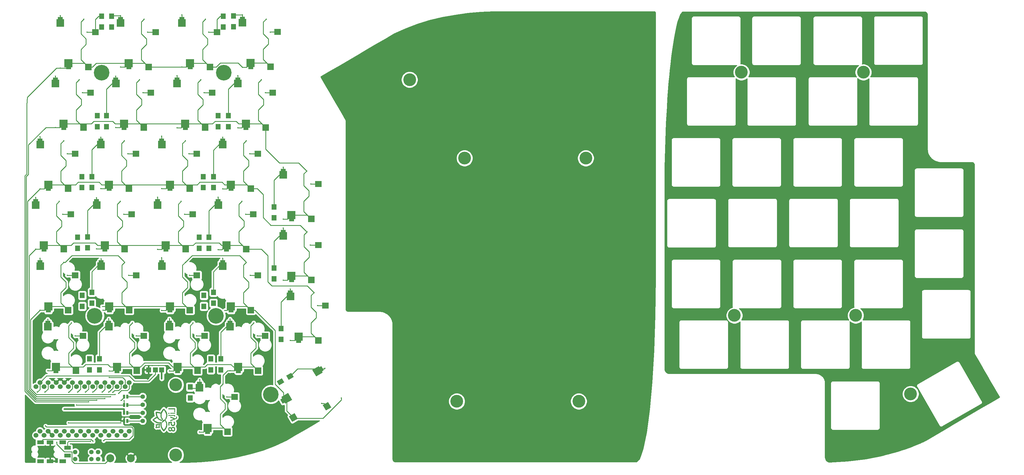
<source format=gbl>
G04 #@! TF.GenerationSoftware,KiCad,Pcbnew,5.1.5-52549c5~84~ubuntu18.04.1*
G04 #@! TF.CreationDate,2019-12-02T10:01:40+01:00*
G04 #@! TF.ProjectId,Lily58_Pro_OneForAll,4c696c79-3538-45f5-9072-6f5f4f6e6546,rev?*
G04 #@! TF.SameCoordinates,Original*
G04 #@! TF.FileFunction,Copper,L2,Bot*
G04 #@! TF.FilePolarity,Positive*
%FSLAX46Y46*%
G04 Gerber Fmt 4.6, Leading zero omitted, Abs format (unit mm)*
G04 Created by KiCad (PCBNEW 5.1.5-52549c5~84~ubuntu18.04.1) date 2019-12-02 10:01:40*
%MOMM*%
%LPD*%
G04 APERTURE LIST*
%ADD10C,0.010000*%
%ADD11C,4.000000*%
%ADD12R,2.100000X1.200000*%
%ADD13R,1.524000X1.524000*%
%ADD14C,0.100000*%
%ADD15R,1.500000X0.700000*%
%ADD16R,2.000000X2.000000*%
%ADD17R,2.000000X1.900000*%
%ADD18R,2.500000X2.500000*%
%ADD19R,2.400000X2.400000*%
%ADD20C,1.524000*%
%ADD21C,4.900000*%
%ADD22C,1.397000*%
%ADD23R,0.635000X1.143000*%
%ADD24C,2.500000*%
%ADD25R,1.500000X1.800000*%
%ADD26C,0.400000*%
%ADD27C,0.250000*%
%ADD28C,0.500000*%
%ADD29C,0.254000*%
G04 APERTURE END LIST*
D10*
G36*
X56493254Y-145083714D02*
G01*
X56506799Y-145099649D01*
X56526725Y-145121095D01*
X56550864Y-145145912D01*
X56577048Y-145171960D01*
X56603110Y-145197101D01*
X56626883Y-145219194D01*
X56646197Y-145236101D01*
X56658887Y-145245681D01*
X56662146Y-145247057D01*
X56670635Y-145242145D01*
X56686893Y-145228828D01*
X56708742Y-145209241D01*
X56734004Y-145185514D01*
X56760500Y-145159781D01*
X56786052Y-145134172D01*
X56808481Y-145110822D01*
X56825610Y-145091862D01*
X56835260Y-145079424D01*
X56836600Y-145076288D01*
X56831697Y-145068998D01*
X56818118Y-145053390D01*
X56797562Y-145031299D01*
X56771725Y-145004560D01*
X56749803Y-144982460D01*
X56663006Y-144895889D01*
X56575632Y-144982187D01*
X56546777Y-145011078D01*
X56521940Y-145036693D01*
X56502824Y-145057215D01*
X56491131Y-145070826D01*
X56488257Y-145075428D01*
X56493254Y-145083714D01*
G37*
X56493254Y-145083714D02*
X56506799Y-145099649D01*
X56526725Y-145121095D01*
X56550864Y-145145912D01*
X56577048Y-145171960D01*
X56603110Y-145197101D01*
X56626883Y-145219194D01*
X56646197Y-145236101D01*
X56658887Y-145245681D01*
X56662146Y-145247057D01*
X56670635Y-145242145D01*
X56686893Y-145228828D01*
X56708742Y-145209241D01*
X56734004Y-145185514D01*
X56760500Y-145159781D01*
X56786052Y-145134172D01*
X56808481Y-145110822D01*
X56825610Y-145091862D01*
X56835260Y-145079424D01*
X56836600Y-145076288D01*
X56831697Y-145068998D01*
X56818118Y-145053390D01*
X56797562Y-145031299D01*
X56771725Y-145004560D01*
X56749803Y-144982460D01*
X56663006Y-144895889D01*
X56575632Y-144982187D01*
X56546777Y-145011078D01*
X56521940Y-145036693D01*
X56502824Y-145057215D01*
X56491131Y-145070826D01*
X56488257Y-145075428D01*
X56493254Y-145083714D01*
G36*
X56464154Y-145487488D02*
G01*
X56477669Y-145503605D01*
X56497884Y-145525907D01*
X56522910Y-145552475D01*
X56550854Y-145581390D01*
X56579829Y-145610733D01*
X56607943Y-145638586D01*
X56633306Y-145663028D01*
X56654028Y-145682142D01*
X56668219Y-145694009D01*
X56673499Y-145697000D01*
X56680816Y-145692061D01*
X56696244Y-145678509D01*
X56717888Y-145658243D01*
X56743850Y-145633165D01*
X56772234Y-145605173D01*
X56801144Y-145576167D01*
X56828684Y-145548046D01*
X56852957Y-145522711D01*
X56872067Y-145502061D01*
X56884117Y-145487995D01*
X56887400Y-145482730D01*
X56882482Y-145475614D01*
X56868761Y-145459980D01*
X56847787Y-145437486D01*
X56821110Y-145409786D01*
X56790279Y-145378535D01*
X56783895Y-145372149D01*
X56751855Y-145340685D01*
X56722754Y-145313082D01*
X56698315Y-145290897D01*
X56680260Y-145275686D01*
X56670313Y-145269006D01*
X56669498Y-145268829D01*
X56660843Y-145273829D01*
X56644274Y-145287527D01*
X56621741Y-145307972D01*
X56595190Y-145333213D01*
X56566570Y-145361298D01*
X56537830Y-145390275D01*
X56510916Y-145418193D01*
X56487778Y-145443101D01*
X56470362Y-145463047D01*
X56460618Y-145476079D01*
X56459229Y-145479474D01*
X56464154Y-145487488D01*
G37*
X56464154Y-145487488D02*
X56477669Y-145503605D01*
X56497884Y-145525907D01*
X56522910Y-145552475D01*
X56550854Y-145581390D01*
X56579829Y-145610733D01*
X56607943Y-145638586D01*
X56633306Y-145663028D01*
X56654028Y-145682142D01*
X56668219Y-145694009D01*
X56673499Y-145697000D01*
X56680816Y-145692061D01*
X56696244Y-145678509D01*
X56717888Y-145658243D01*
X56743850Y-145633165D01*
X56772234Y-145605173D01*
X56801144Y-145576167D01*
X56828684Y-145548046D01*
X56852957Y-145522711D01*
X56872067Y-145502061D01*
X56884117Y-145487995D01*
X56887400Y-145482730D01*
X56882482Y-145475614D01*
X56868761Y-145459980D01*
X56847787Y-145437486D01*
X56821110Y-145409786D01*
X56790279Y-145378535D01*
X56783895Y-145372149D01*
X56751855Y-145340685D01*
X56722754Y-145313082D01*
X56698315Y-145290897D01*
X56680260Y-145275686D01*
X56670313Y-145269006D01*
X56669498Y-145268829D01*
X56660843Y-145273829D01*
X56644274Y-145287527D01*
X56621741Y-145307972D01*
X56595190Y-145333213D01*
X56566570Y-145361298D01*
X56537830Y-145390275D01*
X56510916Y-145418193D01*
X56487778Y-145443101D01*
X56470362Y-145463047D01*
X56460618Y-145476079D01*
X56459229Y-145479474D01*
X56464154Y-145487488D01*
G36*
X56420682Y-145981259D02*
G01*
X56434495Y-145997770D01*
X56455368Y-146020704D01*
X56481539Y-146048304D01*
X56511249Y-146078812D01*
X56542739Y-146110471D01*
X56574248Y-146141523D01*
X56604017Y-146170212D01*
X56630287Y-146194778D01*
X56651297Y-146213465D01*
X56665288Y-146224515D01*
X56669844Y-146226772D01*
X56678174Y-146221776D01*
X56694684Y-146207962D01*
X56717618Y-146187090D01*
X56745218Y-146160919D01*
X56775726Y-146131208D01*
X56807385Y-146099719D01*
X56838438Y-146068209D01*
X56867126Y-146038440D01*
X56891692Y-146012171D01*
X56910379Y-145991161D01*
X56921430Y-145977170D01*
X56923686Y-145972614D01*
X56918739Y-145964605D01*
X56904853Y-145948003D01*
X56883462Y-145924370D01*
X56855999Y-145895264D01*
X56823900Y-145862246D01*
X56802051Y-145840249D01*
X56767332Y-145806017D01*
X56735551Y-145775519D01*
X56708272Y-145750187D01*
X56687055Y-145731453D01*
X56673463Y-145720748D01*
X56669528Y-145718772D01*
X56661198Y-145723767D01*
X56644688Y-145737581D01*
X56621754Y-145758454D01*
X56594154Y-145784625D01*
X56563646Y-145814335D01*
X56531987Y-145845825D01*
X56500934Y-145877334D01*
X56472246Y-145907103D01*
X56447680Y-145933372D01*
X56428993Y-145954382D01*
X56417942Y-145968373D01*
X56415686Y-145972930D01*
X56420682Y-145981259D01*
G37*
X56420682Y-145981259D02*
X56434495Y-145997770D01*
X56455368Y-146020704D01*
X56481539Y-146048304D01*
X56511249Y-146078812D01*
X56542739Y-146110471D01*
X56574248Y-146141523D01*
X56604017Y-146170212D01*
X56630287Y-146194778D01*
X56651297Y-146213465D01*
X56665288Y-146224515D01*
X56669844Y-146226772D01*
X56678174Y-146221776D01*
X56694684Y-146207962D01*
X56717618Y-146187090D01*
X56745218Y-146160919D01*
X56775726Y-146131208D01*
X56807385Y-146099719D01*
X56838438Y-146068209D01*
X56867126Y-146038440D01*
X56891692Y-146012171D01*
X56910379Y-145991161D01*
X56921430Y-145977170D01*
X56923686Y-145972614D01*
X56918739Y-145964605D01*
X56904853Y-145948003D01*
X56883462Y-145924370D01*
X56855999Y-145895264D01*
X56823900Y-145862246D01*
X56802051Y-145840249D01*
X56767332Y-145806017D01*
X56735551Y-145775519D01*
X56708272Y-145750187D01*
X56687055Y-145731453D01*
X56673463Y-145720748D01*
X56669528Y-145718772D01*
X56661198Y-145723767D01*
X56644688Y-145737581D01*
X56621754Y-145758454D01*
X56594154Y-145784625D01*
X56563646Y-145814335D01*
X56531987Y-145845825D01*
X56500934Y-145877334D01*
X56472246Y-145907103D01*
X56447680Y-145933372D01*
X56428993Y-145954382D01*
X56417942Y-145968373D01*
X56415686Y-145972930D01*
X56420682Y-145981259D01*
G36*
X56863372Y-145084315D02*
G01*
X56877093Y-145100102D01*
X56897618Y-145121989D01*
X56923027Y-145148090D01*
X56951404Y-145176519D01*
X56980829Y-145205389D01*
X57009385Y-145232814D01*
X57035153Y-145256909D01*
X57056215Y-145275786D01*
X57070654Y-145287561D01*
X57076086Y-145290600D01*
X57084019Y-145285683D01*
X57100073Y-145272191D01*
X57122331Y-145252008D01*
X57148875Y-145227022D01*
X57177785Y-145199119D01*
X57207145Y-145170184D01*
X57235035Y-145142104D01*
X57259538Y-145116765D01*
X57278735Y-145096054D01*
X57290709Y-145081856D01*
X57293800Y-145076515D01*
X57288913Y-145069723D01*
X57275277Y-145054336D01*
X57254431Y-145031995D01*
X57227912Y-145004343D01*
X57197258Y-144973023D01*
X57190710Y-144966405D01*
X57158774Y-144934750D01*
X57129705Y-144906978D01*
X57105227Y-144884654D01*
X57087066Y-144869343D01*
X57076946Y-144862609D01*
X57076086Y-144862429D01*
X57068153Y-144867346D01*
X57052098Y-144880838D01*
X57029840Y-144901021D01*
X57003297Y-144926007D01*
X56974387Y-144953910D01*
X56945027Y-144982845D01*
X56917137Y-145010925D01*
X56892634Y-145036264D01*
X56873436Y-145056975D01*
X56861463Y-145071173D01*
X56858372Y-145076515D01*
X56863372Y-145084315D01*
G37*
X56863372Y-145084315D02*
X56877093Y-145100102D01*
X56897618Y-145121989D01*
X56923027Y-145148090D01*
X56951404Y-145176519D01*
X56980829Y-145205389D01*
X57009385Y-145232814D01*
X57035153Y-145256909D01*
X57056215Y-145275786D01*
X57070654Y-145287561D01*
X57076086Y-145290600D01*
X57084019Y-145285683D01*
X57100073Y-145272191D01*
X57122331Y-145252008D01*
X57148875Y-145227022D01*
X57177785Y-145199119D01*
X57207145Y-145170184D01*
X57235035Y-145142104D01*
X57259538Y-145116765D01*
X57278735Y-145096054D01*
X57290709Y-145081856D01*
X57293800Y-145076515D01*
X57288913Y-145069723D01*
X57275277Y-145054336D01*
X57254431Y-145031995D01*
X57227912Y-145004343D01*
X57197258Y-144973023D01*
X57190710Y-144966405D01*
X57158774Y-144934750D01*
X57129705Y-144906978D01*
X57105227Y-144884654D01*
X57087066Y-144869343D01*
X57076946Y-144862609D01*
X57076086Y-144862429D01*
X57068153Y-144867346D01*
X57052098Y-144880838D01*
X57029840Y-144901021D01*
X57003297Y-144926007D01*
X56974387Y-144953910D01*
X56945027Y-144982845D01*
X56917137Y-145010925D01*
X56892634Y-145036264D01*
X56873436Y-145056975D01*
X56861463Y-145071173D01*
X56858372Y-145076515D01*
X56863372Y-145084315D01*
G36*
X57047025Y-146077968D02*
G01*
X57079289Y-146109769D01*
X57108635Y-146137714D01*
X57133358Y-146160258D01*
X57151752Y-146175855D01*
X57162111Y-146182959D01*
X57163175Y-146183229D01*
X57171868Y-146178229D01*
X57188473Y-146164532D01*
X57211042Y-146144088D01*
X57237625Y-146118849D01*
X57266273Y-146090765D01*
X57295036Y-146061788D01*
X57321965Y-146033869D01*
X57345110Y-146008960D01*
X57362522Y-145989010D01*
X57372252Y-145975972D01*
X57373629Y-145972584D01*
X57368691Y-145964366D01*
X57354907Y-145947718D01*
X57333823Y-145924340D01*
X57306984Y-145895936D01*
X57275936Y-145864208D01*
X57268368Y-145856625D01*
X57163107Y-145751552D01*
X57052530Y-145862130D01*
X56941952Y-145972707D01*
X57047025Y-146077968D01*
G37*
X57047025Y-146077968D02*
X57079289Y-146109769D01*
X57108635Y-146137714D01*
X57133358Y-146160258D01*
X57151752Y-146175855D01*
X57162111Y-146182959D01*
X57163175Y-146183229D01*
X57171868Y-146178229D01*
X57188473Y-146164532D01*
X57211042Y-146144088D01*
X57237625Y-146118849D01*
X57266273Y-146090765D01*
X57295036Y-146061788D01*
X57321965Y-146033869D01*
X57345110Y-146008960D01*
X57362522Y-145989010D01*
X57372252Y-145975972D01*
X57373629Y-145972584D01*
X57368691Y-145964366D01*
X57354907Y-145947718D01*
X57333823Y-145924340D01*
X57306984Y-145895936D01*
X57275936Y-145864208D01*
X57268368Y-145856625D01*
X57163107Y-145751552D01*
X57052530Y-145862130D01*
X56941952Y-145972707D01*
X57047025Y-146077968D01*
G36*
X57407567Y-145981339D02*
G01*
X57420874Y-145997458D01*
X57440447Y-146019185D01*
X57464154Y-146044347D01*
X57489861Y-146070768D01*
X57515437Y-146096274D01*
X57538750Y-146118690D01*
X57557668Y-146135842D01*
X57570058Y-146145554D01*
X57573205Y-146146943D01*
X57580111Y-146142103D01*
X57595048Y-146128959D01*
X57615911Y-146109575D01*
X57640591Y-146086016D01*
X57666982Y-146060345D01*
X57692977Y-146034626D01*
X57716469Y-146010923D01*
X57735350Y-145991301D01*
X57747515Y-145977824D01*
X57751000Y-145972772D01*
X57746119Y-145966622D01*
X57732611Y-145952047D01*
X57712175Y-145930820D01*
X57686511Y-145904713D01*
X57665620Y-145883758D01*
X57636755Y-145855385D01*
X57611170Y-145831018D01*
X57590722Y-145812365D01*
X57577270Y-145801133D01*
X57572973Y-145798600D01*
X57564773Y-145803619D01*
X57548965Y-145817222D01*
X57527676Y-145837232D01*
X57503033Y-145861468D01*
X57477166Y-145887751D01*
X57452202Y-145913904D01*
X57430268Y-145937746D01*
X57413493Y-145957099D01*
X57404005Y-145969783D01*
X57402657Y-145973004D01*
X57407567Y-145981339D01*
G37*
X57407567Y-145981339D02*
X57420874Y-145997458D01*
X57440447Y-146019185D01*
X57464154Y-146044347D01*
X57489861Y-146070768D01*
X57515437Y-146096274D01*
X57538750Y-146118690D01*
X57557668Y-146135842D01*
X57570058Y-146145554D01*
X57573205Y-146146943D01*
X57580111Y-146142103D01*
X57595048Y-146128959D01*
X57615911Y-146109575D01*
X57640591Y-146086016D01*
X57666982Y-146060345D01*
X57692977Y-146034626D01*
X57716469Y-146010923D01*
X57735350Y-145991301D01*
X57747515Y-145977824D01*
X57751000Y-145972772D01*
X57746119Y-145966622D01*
X57732611Y-145952047D01*
X57712175Y-145930820D01*
X57686511Y-145904713D01*
X57665620Y-145883758D01*
X57636755Y-145855385D01*
X57611170Y-145831018D01*
X57590722Y-145812365D01*
X57577270Y-145801133D01*
X57572973Y-145798600D01*
X57564773Y-145803619D01*
X57548965Y-145817222D01*
X57527676Y-145837232D01*
X57503033Y-145861468D01*
X57477166Y-145887751D01*
X57452202Y-145913904D01*
X57430268Y-145937746D01*
X57413493Y-145957099D01*
X57404005Y-145969783D01*
X57402657Y-145973004D01*
X57407567Y-145981339D01*
G36*
X57357775Y-145578116D02*
G01*
X57365344Y-145587787D01*
X57380996Y-145604958D01*
X57402796Y-145627722D01*
X57428806Y-145654169D01*
X57457093Y-145682390D01*
X57485719Y-145710477D01*
X57512750Y-145736521D01*
X57536250Y-145758613D01*
X57554283Y-145774843D01*
X57564913Y-145783304D01*
X57566639Y-145784086D01*
X57574418Y-145779077D01*
X57590166Y-145765331D01*
X57611998Y-145744770D01*
X57638033Y-145719319D01*
X57666386Y-145690899D01*
X57695176Y-145661433D01*
X57722518Y-145632844D01*
X57746531Y-145607055D01*
X57765332Y-145585989D01*
X57777036Y-145571568D01*
X57780029Y-145566184D01*
X57775094Y-145557884D01*
X57761350Y-145541217D01*
X57740383Y-145517940D01*
X57713783Y-145489811D01*
X57683136Y-145458589D01*
X57680149Y-145455603D01*
X57648670Y-145424721D01*
X57620130Y-145397731D01*
X57596290Y-145376217D01*
X57578911Y-145361764D01*
X57569754Y-145355959D01*
X57569384Y-145355915D01*
X57561152Y-145360852D01*
X57544500Y-145374628D01*
X57521140Y-145395691D01*
X57492784Y-145422487D01*
X57461145Y-145453464D01*
X57454411Y-145460188D01*
X57418787Y-145496119D01*
X57392447Y-145523408D01*
X57374222Y-145543481D01*
X57362943Y-145557764D01*
X57357440Y-145567684D01*
X57356546Y-145574668D01*
X57357775Y-145578116D01*
G37*
X57357775Y-145578116D02*
X57365344Y-145587787D01*
X57380996Y-145604958D01*
X57402796Y-145627722D01*
X57428806Y-145654169D01*
X57457093Y-145682390D01*
X57485719Y-145710477D01*
X57512750Y-145736521D01*
X57536250Y-145758613D01*
X57554283Y-145774843D01*
X57564913Y-145783304D01*
X57566639Y-145784086D01*
X57574418Y-145779077D01*
X57590166Y-145765331D01*
X57611998Y-145744770D01*
X57638033Y-145719319D01*
X57666386Y-145690899D01*
X57695176Y-145661433D01*
X57722518Y-145632844D01*
X57746531Y-145607055D01*
X57765332Y-145585989D01*
X57777036Y-145571568D01*
X57780029Y-145566184D01*
X57775094Y-145557884D01*
X57761350Y-145541217D01*
X57740383Y-145517940D01*
X57713783Y-145489811D01*
X57683136Y-145458589D01*
X57680149Y-145455603D01*
X57648670Y-145424721D01*
X57620130Y-145397731D01*
X57596290Y-145376217D01*
X57578911Y-145361764D01*
X57569754Y-145355959D01*
X57569384Y-145355915D01*
X57561152Y-145360852D01*
X57544500Y-145374628D01*
X57521140Y-145395691D01*
X57492784Y-145422487D01*
X57461145Y-145453464D01*
X57454411Y-145460188D01*
X57418787Y-145496119D01*
X57392447Y-145523408D01*
X57374222Y-145543481D01*
X57362943Y-145557764D01*
X57357440Y-145567684D01*
X57356546Y-145574668D01*
X57357775Y-145578116D01*
G36*
X57320629Y-145086348D02*
G01*
X57334599Y-145104163D01*
X57355676Y-145128159D01*
X57382055Y-145156532D01*
X57411931Y-145187479D01*
X57443500Y-145219195D01*
X57474956Y-145249877D01*
X57504495Y-145277721D01*
X57530312Y-145300924D01*
X57550601Y-145317681D01*
X57563558Y-145326190D01*
X57566103Y-145326886D01*
X57575099Y-145321909D01*
X57592274Y-145308144D01*
X57615851Y-145287343D01*
X57644052Y-145261257D01*
X57675099Y-145231636D01*
X57707215Y-145200233D01*
X57738620Y-145168796D01*
X57767538Y-145139079D01*
X57792191Y-145112831D01*
X57810801Y-145091804D01*
X57821590Y-145077748D01*
X57823572Y-145073305D01*
X57818649Y-145065403D01*
X57804845Y-145048890D01*
X57783610Y-145025350D01*
X57756392Y-144996370D01*
X57724640Y-144963535D01*
X57705936Y-144944575D01*
X57671613Y-144910428D01*
X57640008Y-144879748D01*
X57612761Y-144854065D01*
X57591510Y-144834911D01*
X57577896Y-144823814D01*
X57574361Y-144821731D01*
X57567635Y-144822392D01*
X57557045Y-144828318D01*
X57541450Y-144840496D01*
X57519708Y-144859914D01*
X57490674Y-144887559D01*
X57453208Y-144924419D01*
X57437997Y-144939574D01*
X57395399Y-144982749D01*
X57361297Y-145018658D01*
X57336252Y-145046675D01*
X57320824Y-145066174D01*
X57315572Y-145076517D01*
X57320629Y-145086348D01*
G37*
X57320629Y-145086348D02*
X57334599Y-145104163D01*
X57355676Y-145128159D01*
X57382055Y-145156532D01*
X57411931Y-145187479D01*
X57443500Y-145219195D01*
X57474956Y-145249877D01*
X57504495Y-145277721D01*
X57530312Y-145300924D01*
X57550601Y-145317681D01*
X57563558Y-145326190D01*
X57566103Y-145326886D01*
X57575099Y-145321909D01*
X57592274Y-145308144D01*
X57615851Y-145287343D01*
X57644052Y-145261257D01*
X57675099Y-145231636D01*
X57707215Y-145200233D01*
X57738620Y-145168796D01*
X57767538Y-145139079D01*
X57792191Y-145112831D01*
X57810801Y-145091804D01*
X57821590Y-145077748D01*
X57823572Y-145073305D01*
X57818649Y-145065403D01*
X57804845Y-145048890D01*
X57783610Y-145025350D01*
X57756392Y-144996370D01*
X57724640Y-144963535D01*
X57705936Y-144944575D01*
X57671613Y-144910428D01*
X57640008Y-144879748D01*
X57612761Y-144854065D01*
X57591510Y-144834911D01*
X57577896Y-144823814D01*
X57574361Y-144821731D01*
X57567635Y-144822392D01*
X57557045Y-144828318D01*
X57541450Y-144840496D01*
X57519708Y-144859914D01*
X57490674Y-144887559D01*
X57453208Y-144924419D01*
X57437997Y-144939574D01*
X57395399Y-144982749D01*
X57361297Y-145018658D01*
X57336252Y-145046675D01*
X57320824Y-145066174D01*
X57315572Y-145076517D01*
X57320629Y-145086348D01*
G36*
X55526737Y-143743092D02*
G01*
X55699566Y-143902453D01*
X55882516Y-144051427D01*
X56075510Y-144189948D01*
X56110886Y-144213489D01*
X56285990Y-144321724D01*
X56460431Y-144415642D01*
X56634143Y-144495230D01*
X56807061Y-144560475D01*
X56979120Y-144611363D01*
X57150255Y-144647880D01*
X57320400Y-144670013D01*
X57489491Y-144677748D01*
X57657461Y-144671072D01*
X57824247Y-144649970D01*
X57989782Y-144614431D01*
X58010307Y-144608993D01*
X58041015Y-144600685D01*
X58063187Y-144529316D01*
X58075605Y-144490821D01*
X58089604Y-144449696D01*
X58102792Y-144412902D01*
X58107074Y-144401557D01*
X58116593Y-144375323D01*
X58123019Y-144354601D01*
X58125342Y-144342785D01*
X58125018Y-144341399D01*
X58116867Y-144341674D01*
X58098177Y-144345561D01*
X58072250Y-144352318D01*
X58057681Y-144356518D01*
X57906041Y-144394788D01*
X57754808Y-144419242D01*
X57603558Y-144429833D01*
X57451867Y-144426512D01*
X57299312Y-144409230D01*
X57145470Y-144377940D01*
X56989917Y-144332593D01*
X56832230Y-144273141D01*
X56671984Y-144199535D01*
X56668830Y-144197958D01*
X56592413Y-144158733D01*
X56524153Y-144121381D01*
X56458686Y-144082788D01*
X56390649Y-144039840D01*
X56346743Y-144010938D01*
X56247108Y-143941796D01*
X56145248Y-143866006D01*
X56045757Y-143787143D01*
X55953225Y-143708777D01*
X55918572Y-143677809D01*
X55882286Y-143644808D01*
X55896800Y-143628703D01*
X55911124Y-143614551D01*
X55934789Y-143593148D01*
X55965733Y-143566222D01*
X56001896Y-143535504D01*
X56041216Y-143502722D01*
X56081632Y-143469608D01*
X56121084Y-143437890D01*
X56157509Y-143409298D01*
X56166376Y-143402478D01*
X56260384Y-143333547D01*
X56361549Y-143264761D01*
X56464297Y-143199779D01*
X56560829Y-143143494D01*
X56601703Y-143121467D01*
X56646650Y-143098394D01*
X56693830Y-143075102D01*
X56741404Y-143052420D01*
X56787533Y-143031174D01*
X56830378Y-143012192D01*
X56868098Y-142996303D01*
X56898856Y-142984333D01*
X56920811Y-142977110D01*
X56932125Y-142975463D01*
X56933057Y-142975994D01*
X56937963Y-142982955D01*
X56949245Y-142999206D01*
X56965055Y-143022081D01*
X56978019Y-143040886D01*
X57077253Y-143172284D01*
X57187682Y-143294551D01*
X57309335Y-143407707D01*
X57442238Y-143511771D01*
X57586419Y-143606762D01*
X57741904Y-143692699D01*
X57908722Y-143769601D01*
X58086899Y-143837488D01*
X58135629Y-143853841D01*
X58179294Y-143867900D01*
X58221148Y-143881013D01*
X58258056Y-143892224D01*
X58286882Y-143900578D01*
X58302215Y-143904609D01*
X58325207Y-143909495D01*
X58338318Y-143910199D01*
X58345652Y-143906427D01*
X58349387Y-143901232D01*
X58356046Y-143890568D01*
X58368846Y-143870448D01*
X58386041Y-143843601D01*
X58405887Y-143812758D01*
X58409200Y-143807623D01*
X58428100Y-143777477D01*
X58443176Y-143751769D01*
X58453117Y-143732864D01*
X58456614Y-143723127D01*
X58456371Y-143722434D01*
X58447480Y-143718771D01*
X58428057Y-143712625D01*
X58401641Y-143705087D01*
X58389629Y-143701852D01*
X58231769Y-143654704D01*
X58079840Y-143598637D01*
X57935033Y-143534308D01*
X57798537Y-143462376D01*
X57671544Y-143383500D01*
X57555243Y-143298337D01*
X57450824Y-143207548D01*
X57395490Y-143151842D01*
X57293720Y-143032926D01*
X57201255Y-142903151D01*
X57118079Y-142762473D01*
X57044174Y-142610846D01*
X56979526Y-142448225D01*
X56924117Y-142274564D01*
X56877930Y-142089820D01*
X56840951Y-141893945D01*
X56813161Y-141686896D01*
X56796582Y-141499594D01*
X56792144Y-141435131D01*
X56874243Y-141440171D01*
X57094541Y-141459753D01*
X57306254Y-141490942D01*
X57509564Y-141533779D01*
X57704656Y-141588307D01*
X57891713Y-141654567D01*
X57976349Y-141689532D01*
X58009383Y-141703824D01*
X57993053Y-141800855D01*
X57972264Y-141965838D01*
X57965430Y-142131151D01*
X57972599Y-142297021D01*
X57993820Y-142463676D01*
X58029143Y-142631346D01*
X58078616Y-142800257D01*
X58142288Y-142970639D01*
X58220208Y-143142720D01*
X58312425Y-143316727D01*
X58321371Y-143332391D01*
X58346205Y-143374688D01*
X58373365Y-143419353D01*
X58401511Y-143464337D01*
X58429303Y-143507590D01*
X58455401Y-143547063D01*
X58478466Y-143580707D01*
X58497157Y-143606473D01*
X58510137Y-143622313D01*
X58512347Y-143624495D01*
X58520277Y-143630796D01*
X58527678Y-143632162D01*
X58537659Y-143627341D01*
X58553327Y-143615082D01*
X58569013Y-143601690D01*
X58597060Y-143578781D01*
X58628182Y-143555204D01*
X58652214Y-143538382D01*
X58693457Y-143511190D01*
X58646941Y-143444007D01*
X58557626Y-143306008D01*
X58476950Y-143162974D01*
X58405626Y-143016678D01*
X58344369Y-142868891D01*
X58293895Y-142721387D01*
X58254917Y-142575936D01*
X58228150Y-142434310D01*
X58222433Y-142391372D01*
X58217587Y-142335147D01*
X58214904Y-142269203D01*
X58214340Y-142198165D01*
X58215854Y-142126662D01*
X58219403Y-142059317D01*
X58224944Y-142000759D01*
X58226112Y-141991779D01*
X58254299Y-141836174D01*
X58296459Y-141678538D01*
X58352298Y-141519490D01*
X58421520Y-141359651D01*
X58503828Y-141199640D01*
X58598927Y-141040076D01*
X58706522Y-140881580D01*
X58826315Y-140724771D01*
X58837689Y-140710757D01*
X58866936Y-140675287D01*
X58897043Y-140639442D01*
X58925051Y-140606705D01*
X58947998Y-140580557D01*
X58954423Y-140573457D01*
X58997648Y-140526286D01*
X59017465Y-140544429D01*
X59045038Y-140571987D01*
X59079115Y-140609768D01*
X59118214Y-140655875D01*
X59160854Y-140708413D01*
X59205552Y-140765484D01*
X59250827Y-140825192D01*
X59295196Y-140885641D01*
X59337179Y-140944933D01*
X59375293Y-141001173D01*
X59380361Y-141008886D01*
X59473671Y-141159402D01*
X59553990Y-141306190D01*
X59621897Y-141450679D01*
X59677970Y-141594294D01*
X59722787Y-141738464D01*
X59756926Y-141884615D01*
X59773329Y-141979128D01*
X59779546Y-142033693D01*
X59783662Y-142098551D01*
X59785683Y-142169634D01*
X59785612Y-142242875D01*
X59783454Y-142314207D01*
X59779211Y-142379560D01*
X59772888Y-142434869D01*
X59772881Y-142434915D01*
X59742633Y-142590752D01*
X59698613Y-142748891D01*
X59641201Y-142908398D01*
X59570775Y-143068339D01*
X59487711Y-143227780D01*
X59392390Y-143385787D01*
X59380874Y-143403495D01*
X59339120Y-143463189D01*
X59299568Y-143510881D01*
X59260387Y-143548510D01*
X59219748Y-143578018D01*
X59211880Y-143582768D01*
X59160384Y-143607308D01*
X59101070Y-143626327D01*
X59040176Y-143637937D01*
X59024629Y-143639527D01*
X58969267Y-143644989D01*
X58924535Y-143651843D01*
X58886557Y-143660992D01*
X58851455Y-143673337D01*
X58821429Y-143686802D01*
X58788783Y-143704500D01*
X58755720Y-143725499D01*
X58728634Y-143745690D01*
X58725263Y-143748588D01*
X58708328Y-143765765D01*
X58687859Y-143789906D01*
X58665413Y-143818748D01*
X58642553Y-143850025D01*
X58620837Y-143881474D01*
X58601826Y-143910829D01*
X58587080Y-143935826D01*
X58578158Y-143954201D01*
X58576622Y-143963689D01*
X58576864Y-143963995D01*
X58588442Y-143968347D01*
X58611330Y-143971633D01*
X58642359Y-143973794D01*
X58678362Y-143974774D01*
X58716169Y-143974515D01*
X58752612Y-143972959D01*
X58784522Y-143970051D01*
X58798164Y-143968004D01*
X58854727Y-143957858D01*
X58834449Y-143974234D01*
X58814532Y-143988794D01*
X58784395Y-144008881D01*
X58746517Y-144032990D01*
X58703374Y-144059614D01*
X58657441Y-144087243D01*
X58611195Y-144114372D01*
X58567114Y-144139494D01*
X58527672Y-144161100D01*
X58525765Y-144162115D01*
X58430132Y-144212915D01*
X58398360Y-144284087D01*
X58384333Y-144316372D01*
X58369345Y-144352309D01*
X58354359Y-144389408D01*
X58340340Y-144425177D01*
X58328250Y-144457124D01*
X58319053Y-144482759D01*
X58313712Y-144499589D01*
X58312905Y-144505096D01*
X58321182Y-144503993D01*
X58340445Y-144496910D01*
X58368894Y-144484731D01*
X58404728Y-144468342D01*
X58446146Y-144448628D01*
X58491347Y-144426473D01*
X58538530Y-144402764D01*
X58585894Y-144378384D01*
X58631638Y-144354220D01*
X58673961Y-144331156D01*
X58711062Y-144310078D01*
X58717959Y-144306024D01*
X58802633Y-144254606D01*
X58875219Y-144207438D01*
X58937048Y-144163246D01*
X58989455Y-144120757D01*
X59033773Y-144078697D01*
X59071334Y-144035792D01*
X59103472Y-143990770D01*
X59131520Y-143942356D01*
X59156812Y-143889277D01*
X59158630Y-143885083D01*
X59171572Y-143855623D01*
X59181355Y-143836522D01*
X59190493Y-143824776D01*
X59201497Y-143817385D01*
X59216881Y-143811345D01*
X59221735Y-143809684D01*
X59247667Y-143800080D01*
X59271745Y-143789899D01*
X59279846Y-143785990D01*
X59295570Y-143778950D01*
X59305470Y-143779981D01*
X59316297Y-143789906D01*
X59316846Y-143790501D01*
X59326165Y-143802384D01*
X59341361Y-143823724D01*
X59360507Y-143851739D01*
X59381677Y-143883646D01*
X59386900Y-143891660D01*
X59485700Y-144054471D01*
X59571137Y-144217946D01*
X59643002Y-144381562D01*
X59701086Y-144544796D01*
X59745177Y-144707127D01*
X59772651Y-144851543D01*
X59778557Y-144902438D01*
X59782783Y-144963306D01*
X59785292Y-145030168D01*
X59786045Y-145099046D01*
X59785007Y-145165959D01*
X59782139Y-145226929D01*
X59777404Y-145277977D01*
X59776695Y-145283343D01*
X59747295Y-145445901D01*
X59703745Y-145609447D01*
X59646306Y-145773243D01*
X59575241Y-145936552D01*
X59490810Y-146098637D01*
X59481444Y-146115096D01*
X59426715Y-146206078D01*
X59364946Y-146301029D01*
X59298346Y-146396929D01*
X59229125Y-146490759D01*
X59159494Y-146579501D01*
X59091662Y-146660135D01*
X59043745Y-146713000D01*
X58999318Y-146760172D01*
X58965483Y-146723886D01*
X58936038Y-146691193D01*
X58900547Y-146650032D01*
X58861629Y-146603575D01*
X58821905Y-146554997D01*
X58783994Y-146507472D01*
X58750516Y-146464175D01*
X58743885Y-146455372D01*
X58633308Y-146298833D01*
X58534646Y-146140693D01*
X58448320Y-145981813D01*
X58374750Y-145823055D01*
X58314355Y-145665282D01*
X58267555Y-145509355D01*
X58252388Y-145446128D01*
X58234798Y-145350335D01*
X58222409Y-145247178D01*
X58215429Y-145141015D01*
X58214062Y-145036203D01*
X58218516Y-144937100D01*
X58225260Y-144873067D01*
X58234594Y-144813355D01*
X58246900Y-144748138D01*
X58261113Y-144682336D01*
X58276168Y-144620864D01*
X58290997Y-144568641D01*
X58291829Y-144565997D01*
X58300002Y-144539217D01*
X58303651Y-144523649D01*
X58303016Y-144516794D01*
X58298336Y-144516154D01*
X58296553Y-144516675D01*
X58285954Y-144520249D01*
X58264110Y-144527680D01*
X58233503Y-144538119D01*
X58196620Y-144550720D01*
X58162807Y-144562286D01*
X58120218Y-144576531D01*
X58088370Y-144587497D01*
X58065345Y-144597435D01*
X58049222Y-144608596D01*
X58038082Y-144623228D01*
X58030005Y-144643584D01*
X58023071Y-144671912D01*
X58015361Y-144710462D01*
X58008897Y-144742686D01*
X57980773Y-144913866D01*
X57967068Y-145084001D01*
X57967784Y-145252938D01*
X57982921Y-145420521D01*
X58005077Y-145551857D01*
X58044969Y-145714897D01*
X58098418Y-145880176D01*
X58164837Y-146046669D01*
X58243640Y-146213351D01*
X58334240Y-146379197D01*
X58436051Y-146543182D01*
X58548487Y-146704280D01*
X58670962Y-146861467D01*
X58802889Y-147013717D01*
X58899481Y-147115720D01*
X58999304Y-147217372D01*
X59109938Y-147104647D01*
X59246378Y-146957897D01*
X59374677Y-146804305D01*
X59493966Y-146645247D01*
X59603373Y-146482101D01*
X59702029Y-146316243D01*
X59789064Y-146149049D01*
X59863608Y-145981897D01*
X59924790Y-145816162D01*
X59925324Y-145814541D01*
X59973512Y-145648017D01*
X60007965Y-145483050D01*
X60028642Y-145319064D01*
X60035499Y-145155483D01*
X60028496Y-144991734D01*
X60007592Y-144827240D01*
X59972743Y-144661426D01*
X59923908Y-144493717D01*
X59861047Y-144323538D01*
X59808397Y-144202029D01*
X59772224Y-144126836D01*
X59730922Y-144047193D01*
X59686261Y-143966149D01*
X59640010Y-143886750D01*
X59593940Y-143812045D01*
X59549820Y-143745080D01*
X59513490Y-143694276D01*
X59494055Y-143667614D01*
X59483023Y-143649454D01*
X59479543Y-143637118D01*
X59482766Y-143627926D01*
X59490104Y-143620612D01*
X59498386Y-143611130D01*
X59512761Y-143592051D01*
X59531377Y-143565928D01*
X59552384Y-143535313D01*
X59557834Y-143527195D01*
X59662951Y-143359947D01*
X59755397Y-143191949D01*
X59835012Y-143023732D01*
X59901638Y-142855824D01*
X59955115Y-142688755D01*
X59995284Y-142523052D01*
X60021985Y-142359246D01*
X60035058Y-142197865D01*
X60034346Y-142039438D01*
X60028930Y-141963200D01*
X60006003Y-141793746D01*
X59968861Y-141622764D01*
X59917671Y-141450690D01*
X59852598Y-141277957D01*
X59773810Y-141104999D01*
X59681472Y-140932250D01*
X59575751Y-140760144D01*
X59556622Y-140731225D01*
X59480483Y-140622025D01*
X59397392Y-140511393D01*
X59310018Y-140402586D01*
X59221026Y-140298862D01*
X59133084Y-140203479D01*
X59082881Y-140152543D01*
X58998271Y-140069086D01*
X58891707Y-140178165D01*
X58752002Y-140329198D01*
X58620800Y-140487272D01*
X58498998Y-140650991D01*
X58387496Y-140818957D01*
X58287191Y-140989776D01*
X58198982Y-141162049D01*
X58123768Y-141334381D01*
X58089738Y-141424541D01*
X58086139Y-141430937D01*
X58079480Y-141432153D01*
X58066558Y-141427623D01*
X58044172Y-141416782D01*
X58043257Y-141416322D01*
X58010825Y-141401154D01*
X57967751Y-141382726D01*
X57917198Y-141362265D01*
X57862328Y-141340999D01*
X57806302Y-141320157D01*
X57752283Y-141300964D01*
X57707457Y-141285943D01*
X57537126Y-141236568D01*
X57357622Y-141195040D01*
X57172299Y-141161875D01*
X56984512Y-141137592D01*
X56797617Y-141122709D01*
X56617832Y-141117743D01*
X56473743Y-141117743D01*
X56473773Y-141246557D01*
X56478330Y-141418493D01*
X56491620Y-141593695D01*
X56513190Y-141769865D01*
X56542584Y-141944706D01*
X56579349Y-142115920D01*
X56623030Y-142281209D01*
X56673173Y-142438276D01*
X56729323Y-142584823D01*
X56746087Y-142623719D01*
X56760690Y-142657003D01*
X56773138Y-142685902D01*
X56782243Y-142707615D01*
X56786813Y-142719341D01*
X56787049Y-142720123D01*
X56781583Y-142727050D01*
X56763420Y-142737391D01*
X56733798Y-142750491D01*
X56716857Y-142757190D01*
X56539470Y-142832342D01*
X56362556Y-142921153D01*
X56187376Y-143022789D01*
X56015195Y-143136415D01*
X55847274Y-143261197D01*
X55684876Y-143396302D01*
X55529265Y-143540894D01*
X55526686Y-143543429D01*
X55425086Y-143643383D01*
X55526737Y-143743092D01*
G37*
X55526737Y-143743092D02*
X55699566Y-143902453D01*
X55882516Y-144051427D01*
X56075510Y-144189948D01*
X56110886Y-144213489D01*
X56285990Y-144321724D01*
X56460431Y-144415642D01*
X56634143Y-144495230D01*
X56807061Y-144560475D01*
X56979120Y-144611363D01*
X57150255Y-144647880D01*
X57320400Y-144670013D01*
X57489491Y-144677748D01*
X57657461Y-144671072D01*
X57824247Y-144649970D01*
X57989782Y-144614431D01*
X58010307Y-144608993D01*
X58041015Y-144600685D01*
X58063187Y-144529316D01*
X58075605Y-144490821D01*
X58089604Y-144449696D01*
X58102792Y-144412902D01*
X58107074Y-144401557D01*
X58116593Y-144375323D01*
X58123019Y-144354601D01*
X58125342Y-144342785D01*
X58125018Y-144341399D01*
X58116867Y-144341674D01*
X58098177Y-144345561D01*
X58072250Y-144352318D01*
X58057681Y-144356518D01*
X57906041Y-144394788D01*
X57754808Y-144419242D01*
X57603558Y-144429833D01*
X57451867Y-144426512D01*
X57299312Y-144409230D01*
X57145470Y-144377940D01*
X56989917Y-144332593D01*
X56832230Y-144273141D01*
X56671984Y-144199535D01*
X56668830Y-144197958D01*
X56592413Y-144158733D01*
X56524153Y-144121381D01*
X56458686Y-144082788D01*
X56390649Y-144039840D01*
X56346743Y-144010938D01*
X56247108Y-143941796D01*
X56145248Y-143866006D01*
X56045757Y-143787143D01*
X55953225Y-143708777D01*
X55918572Y-143677809D01*
X55882286Y-143644808D01*
X55896800Y-143628703D01*
X55911124Y-143614551D01*
X55934789Y-143593148D01*
X55965733Y-143566222D01*
X56001896Y-143535504D01*
X56041216Y-143502722D01*
X56081632Y-143469608D01*
X56121084Y-143437890D01*
X56157509Y-143409298D01*
X56166376Y-143402478D01*
X56260384Y-143333547D01*
X56361549Y-143264761D01*
X56464297Y-143199779D01*
X56560829Y-143143494D01*
X56601703Y-143121467D01*
X56646650Y-143098394D01*
X56693830Y-143075102D01*
X56741404Y-143052420D01*
X56787533Y-143031174D01*
X56830378Y-143012192D01*
X56868098Y-142996303D01*
X56898856Y-142984333D01*
X56920811Y-142977110D01*
X56932125Y-142975463D01*
X56933057Y-142975994D01*
X56937963Y-142982955D01*
X56949245Y-142999206D01*
X56965055Y-143022081D01*
X56978019Y-143040886D01*
X57077253Y-143172284D01*
X57187682Y-143294551D01*
X57309335Y-143407707D01*
X57442238Y-143511771D01*
X57586419Y-143606762D01*
X57741904Y-143692699D01*
X57908722Y-143769601D01*
X58086899Y-143837488D01*
X58135629Y-143853841D01*
X58179294Y-143867900D01*
X58221148Y-143881013D01*
X58258056Y-143892224D01*
X58286882Y-143900578D01*
X58302215Y-143904609D01*
X58325207Y-143909495D01*
X58338318Y-143910199D01*
X58345652Y-143906427D01*
X58349387Y-143901232D01*
X58356046Y-143890568D01*
X58368846Y-143870448D01*
X58386041Y-143843601D01*
X58405887Y-143812758D01*
X58409200Y-143807623D01*
X58428100Y-143777477D01*
X58443176Y-143751769D01*
X58453117Y-143732864D01*
X58456614Y-143723127D01*
X58456371Y-143722434D01*
X58447480Y-143718771D01*
X58428057Y-143712625D01*
X58401641Y-143705087D01*
X58389629Y-143701852D01*
X58231769Y-143654704D01*
X58079840Y-143598637D01*
X57935033Y-143534308D01*
X57798537Y-143462376D01*
X57671544Y-143383500D01*
X57555243Y-143298337D01*
X57450824Y-143207548D01*
X57395490Y-143151842D01*
X57293720Y-143032926D01*
X57201255Y-142903151D01*
X57118079Y-142762473D01*
X57044174Y-142610846D01*
X56979526Y-142448225D01*
X56924117Y-142274564D01*
X56877930Y-142089820D01*
X56840951Y-141893945D01*
X56813161Y-141686896D01*
X56796582Y-141499594D01*
X56792144Y-141435131D01*
X56874243Y-141440171D01*
X57094541Y-141459753D01*
X57306254Y-141490942D01*
X57509564Y-141533779D01*
X57704656Y-141588307D01*
X57891713Y-141654567D01*
X57976349Y-141689532D01*
X58009383Y-141703824D01*
X57993053Y-141800855D01*
X57972264Y-141965838D01*
X57965430Y-142131151D01*
X57972599Y-142297021D01*
X57993820Y-142463676D01*
X58029143Y-142631346D01*
X58078616Y-142800257D01*
X58142288Y-142970639D01*
X58220208Y-143142720D01*
X58312425Y-143316727D01*
X58321371Y-143332391D01*
X58346205Y-143374688D01*
X58373365Y-143419353D01*
X58401511Y-143464337D01*
X58429303Y-143507590D01*
X58455401Y-143547063D01*
X58478466Y-143580707D01*
X58497157Y-143606473D01*
X58510137Y-143622313D01*
X58512347Y-143624495D01*
X58520277Y-143630796D01*
X58527678Y-143632162D01*
X58537659Y-143627341D01*
X58553327Y-143615082D01*
X58569013Y-143601690D01*
X58597060Y-143578781D01*
X58628182Y-143555204D01*
X58652214Y-143538382D01*
X58693457Y-143511190D01*
X58646941Y-143444007D01*
X58557626Y-143306008D01*
X58476950Y-143162974D01*
X58405626Y-143016678D01*
X58344369Y-142868891D01*
X58293895Y-142721387D01*
X58254917Y-142575936D01*
X58228150Y-142434310D01*
X58222433Y-142391372D01*
X58217587Y-142335147D01*
X58214904Y-142269203D01*
X58214340Y-142198165D01*
X58215854Y-142126662D01*
X58219403Y-142059317D01*
X58224944Y-142000759D01*
X58226112Y-141991779D01*
X58254299Y-141836174D01*
X58296459Y-141678538D01*
X58352298Y-141519490D01*
X58421520Y-141359651D01*
X58503828Y-141199640D01*
X58598927Y-141040076D01*
X58706522Y-140881580D01*
X58826315Y-140724771D01*
X58837689Y-140710757D01*
X58866936Y-140675287D01*
X58897043Y-140639442D01*
X58925051Y-140606705D01*
X58947998Y-140580557D01*
X58954423Y-140573457D01*
X58997648Y-140526286D01*
X59017465Y-140544429D01*
X59045038Y-140571987D01*
X59079115Y-140609768D01*
X59118214Y-140655875D01*
X59160854Y-140708413D01*
X59205552Y-140765484D01*
X59250827Y-140825192D01*
X59295196Y-140885641D01*
X59337179Y-140944933D01*
X59375293Y-141001173D01*
X59380361Y-141008886D01*
X59473671Y-141159402D01*
X59553990Y-141306190D01*
X59621897Y-141450679D01*
X59677970Y-141594294D01*
X59722787Y-141738464D01*
X59756926Y-141884615D01*
X59773329Y-141979128D01*
X59779546Y-142033693D01*
X59783662Y-142098551D01*
X59785683Y-142169634D01*
X59785612Y-142242875D01*
X59783454Y-142314207D01*
X59779211Y-142379560D01*
X59772888Y-142434869D01*
X59772881Y-142434915D01*
X59742633Y-142590752D01*
X59698613Y-142748891D01*
X59641201Y-142908398D01*
X59570775Y-143068339D01*
X59487711Y-143227780D01*
X59392390Y-143385787D01*
X59380874Y-143403495D01*
X59339120Y-143463189D01*
X59299568Y-143510881D01*
X59260387Y-143548510D01*
X59219748Y-143578018D01*
X59211880Y-143582768D01*
X59160384Y-143607308D01*
X59101070Y-143626327D01*
X59040176Y-143637937D01*
X59024629Y-143639527D01*
X58969267Y-143644989D01*
X58924535Y-143651843D01*
X58886557Y-143660992D01*
X58851455Y-143673337D01*
X58821429Y-143686802D01*
X58788783Y-143704500D01*
X58755720Y-143725499D01*
X58728634Y-143745690D01*
X58725263Y-143748588D01*
X58708328Y-143765765D01*
X58687859Y-143789906D01*
X58665413Y-143818748D01*
X58642553Y-143850025D01*
X58620837Y-143881474D01*
X58601826Y-143910829D01*
X58587080Y-143935826D01*
X58578158Y-143954201D01*
X58576622Y-143963689D01*
X58576864Y-143963995D01*
X58588442Y-143968347D01*
X58611330Y-143971633D01*
X58642359Y-143973794D01*
X58678362Y-143974774D01*
X58716169Y-143974515D01*
X58752612Y-143972959D01*
X58784522Y-143970051D01*
X58798164Y-143968004D01*
X58854727Y-143957858D01*
X58834449Y-143974234D01*
X58814532Y-143988794D01*
X58784395Y-144008881D01*
X58746517Y-144032990D01*
X58703374Y-144059614D01*
X58657441Y-144087243D01*
X58611195Y-144114372D01*
X58567114Y-144139494D01*
X58527672Y-144161100D01*
X58525765Y-144162115D01*
X58430132Y-144212915D01*
X58398360Y-144284087D01*
X58384333Y-144316372D01*
X58369345Y-144352309D01*
X58354359Y-144389408D01*
X58340340Y-144425177D01*
X58328250Y-144457124D01*
X58319053Y-144482759D01*
X58313712Y-144499589D01*
X58312905Y-144505096D01*
X58321182Y-144503993D01*
X58340445Y-144496910D01*
X58368894Y-144484731D01*
X58404728Y-144468342D01*
X58446146Y-144448628D01*
X58491347Y-144426473D01*
X58538530Y-144402764D01*
X58585894Y-144378384D01*
X58631638Y-144354220D01*
X58673961Y-144331156D01*
X58711062Y-144310078D01*
X58717959Y-144306024D01*
X58802633Y-144254606D01*
X58875219Y-144207438D01*
X58937048Y-144163246D01*
X58989455Y-144120757D01*
X59033773Y-144078697D01*
X59071334Y-144035792D01*
X59103472Y-143990770D01*
X59131520Y-143942356D01*
X59156812Y-143889277D01*
X59158630Y-143885083D01*
X59171572Y-143855623D01*
X59181355Y-143836522D01*
X59190493Y-143824776D01*
X59201497Y-143817385D01*
X59216881Y-143811345D01*
X59221735Y-143809684D01*
X59247667Y-143800080D01*
X59271745Y-143789899D01*
X59279846Y-143785990D01*
X59295570Y-143778950D01*
X59305470Y-143779981D01*
X59316297Y-143789906D01*
X59316846Y-143790501D01*
X59326165Y-143802384D01*
X59341361Y-143823724D01*
X59360507Y-143851739D01*
X59381677Y-143883646D01*
X59386900Y-143891660D01*
X59485700Y-144054471D01*
X59571137Y-144217946D01*
X59643002Y-144381562D01*
X59701086Y-144544796D01*
X59745177Y-144707127D01*
X59772651Y-144851543D01*
X59778557Y-144902438D01*
X59782783Y-144963306D01*
X59785292Y-145030168D01*
X59786045Y-145099046D01*
X59785007Y-145165959D01*
X59782139Y-145226929D01*
X59777404Y-145277977D01*
X59776695Y-145283343D01*
X59747295Y-145445901D01*
X59703745Y-145609447D01*
X59646306Y-145773243D01*
X59575241Y-145936552D01*
X59490810Y-146098637D01*
X59481444Y-146115096D01*
X59426715Y-146206078D01*
X59364946Y-146301029D01*
X59298346Y-146396929D01*
X59229125Y-146490759D01*
X59159494Y-146579501D01*
X59091662Y-146660135D01*
X59043745Y-146713000D01*
X58999318Y-146760172D01*
X58965483Y-146723886D01*
X58936038Y-146691193D01*
X58900547Y-146650032D01*
X58861629Y-146603575D01*
X58821905Y-146554997D01*
X58783994Y-146507472D01*
X58750516Y-146464175D01*
X58743885Y-146455372D01*
X58633308Y-146298833D01*
X58534646Y-146140693D01*
X58448320Y-145981813D01*
X58374750Y-145823055D01*
X58314355Y-145665282D01*
X58267555Y-145509355D01*
X58252388Y-145446128D01*
X58234798Y-145350335D01*
X58222409Y-145247178D01*
X58215429Y-145141015D01*
X58214062Y-145036203D01*
X58218516Y-144937100D01*
X58225260Y-144873067D01*
X58234594Y-144813355D01*
X58246900Y-144748138D01*
X58261113Y-144682336D01*
X58276168Y-144620864D01*
X58290997Y-144568641D01*
X58291829Y-144565997D01*
X58300002Y-144539217D01*
X58303651Y-144523649D01*
X58303016Y-144516794D01*
X58298336Y-144516154D01*
X58296553Y-144516675D01*
X58285954Y-144520249D01*
X58264110Y-144527680D01*
X58233503Y-144538119D01*
X58196620Y-144550720D01*
X58162807Y-144562286D01*
X58120218Y-144576531D01*
X58088370Y-144587497D01*
X58065345Y-144597435D01*
X58049222Y-144608596D01*
X58038082Y-144623228D01*
X58030005Y-144643584D01*
X58023071Y-144671912D01*
X58015361Y-144710462D01*
X58008897Y-144742686D01*
X57980773Y-144913866D01*
X57967068Y-145084001D01*
X57967784Y-145252938D01*
X57982921Y-145420521D01*
X58005077Y-145551857D01*
X58044969Y-145714897D01*
X58098418Y-145880176D01*
X58164837Y-146046669D01*
X58243640Y-146213351D01*
X58334240Y-146379197D01*
X58436051Y-146543182D01*
X58548487Y-146704280D01*
X58670962Y-146861467D01*
X58802889Y-147013717D01*
X58899481Y-147115720D01*
X58999304Y-147217372D01*
X59109938Y-147104647D01*
X59246378Y-146957897D01*
X59374677Y-146804305D01*
X59493966Y-146645247D01*
X59603373Y-146482101D01*
X59702029Y-146316243D01*
X59789064Y-146149049D01*
X59863608Y-145981897D01*
X59924790Y-145816162D01*
X59925324Y-145814541D01*
X59973512Y-145648017D01*
X60007965Y-145483050D01*
X60028642Y-145319064D01*
X60035499Y-145155483D01*
X60028496Y-144991734D01*
X60007592Y-144827240D01*
X59972743Y-144661426D01*
X59923908Y-144493717D01*
X59861047Y-144323538D01*
X59808397Y-144202029D01*
X59772224Y-144126836D01*
X59730922Y-144047193D01*
X59686261Y-143966149D01*
X59640010Y-143886750D01*
X59593940Y-143812045D01*
X59549820Y-143745080D01*
X59513490Y-143694276D01*
X59494055Y-143667614D01*
X59483023Y-143649454D01*
X59479543Y-143637118D01*
X59482766Y-143627926D01*
X59490104Y-143620612D01*
X59498386Y-143611130D01*
X59512761Y-143592051D01*
X59531377Y-143565928D01*
X59552384Y-143535313D01*
X59557834Y-143527195D01*
X59662951Y-143359947D01*
X59755397Y-143191949D01*
X59835012Y-143023732D01*
X59901638Y-142855824D01*
X59955115Y-142688755D01*
X59995284Y-142523052D01*
X60021985Y-142359246D01*
X60035058Y-142197865D01*
X60034346Y-142039438D01*
X60028930Y-141963200D01*
X60006003Y-141793746D01*
X59968861Y-141622764D01*
X59917671Y-141450690D01*
X59852598Y-141277957D01*
X59773810Y-141104999D01*
X59681472Y-140932250D01*
X59575751Y-140760144D01*
X59556622Y-140731225D01*
X59480483Y-140622025D01*
X59397392Y-140511393D01*
X59310018Y-140402586D01*
X59221026Y-140298862D01*
X59133084Y-140203479D01*
X59082881Y-140152543D01*
X58998271Y-140069086D01*
X58891707Y-140178165D01*
X58752002Y-140329198D01*
X58620800Y-140487272D01*
X58498998Y-140650991D01*
X58387496Y-140818957D01*
X58287191Y-140989776D01*
X58198982Y-141162049D01*
X58123768Y-141334381D01*
X58089738Y-141424541D01*
X58086139Y-141430937D01*
X58079480Y-141432153D01*
X58066558Y-141427623D01*
X58044172Y-141416782D01*
X58043257Y-141416322D01*
X58010825Y-141401154D01*
X57967751Y-141382726D01*
X57917198Y-141362265D01*
X57862328Y-141340999D01*
X57806302Y-141320157D01*
X57752283Y-141300964D01*
X57707457Y-141285943D01*
X57537126Y-141236568D01*
X57357622Y-141195040D01*
X57172299Y-141161875D01*
X56984512Y-141137592D01*
X56797617Y-141122709D01*
X56617832Y-141117743D01*
X56473743Y-141117743D01*
X56473773Y-141246557D01*
X56478330Y-141418493D01*
X56491620Y-141593695D01*
X56513190Y-141769865D01*
X56542584Y-141944706D01*
X56579349Y-142115920D01*
X56623030Y-142281209D01*
X56673173Y-142438276D01*
X56729323Y-142584823D01*
X56746087Y-142623719D01*
X56760690Y-142657003D01*
X56773138Y-142685902D01*
X56782243Y-142707615D01*
X56786813Y-142719341D01*
X56787049Y-142720123D01*
X56781583Y-142727050D01*
X56763420Y-142737391D01*
X56733798Y-142750491D01*
X56716857Y-142757190D01*
X56539470Y-142832342D01*
X56362556Y-142921153D01*
X56187376Y-143022789D01*
X56015195Y-143136415D01*
X55847274Y-143261197D01*
X55684876Y-143396302D01*
X55529265Y-143540894D01*
X55526686Y-143543429D01*
X55425086Y-143643383D01*
X55526737Y-143743092D01*
G36*
X60437223Y-141574511D02*
G01*
X60438924Y-141604421D01*
X60441590Y-141623866D01*
X60446538Y-141636893D01*
X60455084Y-141647547D01*
X60463556Y-141655442D01*
X60473791Y-141664177D01*
X60483369Y-141670092D01*
X60495278Y-141673736D01*
X60512506Y-141675659D01*
X60538043Y-141676412D01*
X60574877Y-141676543D01*
X60578249Y-141676543D01*
X60614320Y-141675966D01*
X60646025Y-141674394D01*
X60670033Y-141672063D01*
X60683012Y-141669210D01*
X60683288Y-141669071D01*
X60700057Y-141654641D01*
X60711242Y-141631327D01*
X60717389Y-141597391D01*
X60719065Y-141555346D01*
X60717961Y-141522496D01*
X60715088Y-141494534D01*
X60710928Y-141475791D01*
X60709892Y-141473343D01*
X60696795Y-141454983D01*
X60677495Y-141442261D01*
X60649928Y-141434553D01*
X60612027Y-141431241D01*
X60570400Y-141431409D01*
X60522041Y-141434510D01*
X60486333Y-141441706D01*
X60461597Y-141454805D01*
X60446153Y-141475611D01*
X60438320Y-141505930D01*
X60436417Y-141547568D01*
X60437223Y-141574511D01*
G37*
X60437223Y-141574511D02*
X60438924Y-141604421D01*
X60441590Y-141623866D01*
X60446538Y-141636893D01*
X60455084Y-141647547D01*
X60463556Y-141655442D01*
X60473791Y-141664177D01*
X60483369Y-141670092D01*
X60495278Y-141673736D01*
X60512506Y-141675659D01*
X60538043Y-141676412D01*
X60574877Y-141676543D01*
X60578249Y-141676543D01*
X60614320Y-141675966D01*
X60646025Y-141674394D01*
X60670033Y-141672063D01*
X60683012Y-141669210D01*
X60683288Y-141669071D01*
X60700057Y-141654641D01*
X60711242Y-141631327D01*
X60717389Y-141597391D01*
X60719065Y-141555346D01*
X60717961Y-141522496D01*
X60715088Y-141494534D01*
X60710928Y-141475791D01*
X60709892Y-141473343D01*
X60696795Y-141454983D01*
X60677495Y-141442261D01*
X60649928Y-141434553D01*
X60612027Y-141431241D01*
X60570400Y-141431409D01*
X60522041Y-141434510D01*
X60486333Y-141441706D01*
X60461597Y-141454805D01*
X60446153Y-141475611D01*
X60438320Y-141505930D01*
X60436417Y-141547568D01*
X60437223Y-141574511D01*
G36*
X61017825Y-141565653D02*
G01*
X61019379Y-141595912D01*
X61021851Y-141615622D01*
X61026501Y-141628745D01*
X61034588Y-141639242D01*
X61044043Y-141648110D01*
X61067743Y-141669286D01*
X62460657Y-141669286D01*
X62484357Y-141648110D01*
X62496028Y-141636899D01*
X62503197Y-141626224D01*
X62507118Y-141612088D01*
X62509044Y-141590494D01*
X62509949Y-141566467D01*
X62509519Y-141523752D01*
X62505020Y-141493383D01*
X62501114Y-141482143D01*
X62497918Y-141474730D01*
X62494822Y-141468176D01*
X62490963Y-141462429D01*
X62485477Y-141457435D01*
X62477500Y-141453142D01*
X62466169Y-141449497D01*
X62450619Y-141446447D01*
X62429987Y-141443940D01*
X62403409Y-141441921D01*
X62370021Y-141440339D01*
X62328960Y-141439141D01*
X62279362Y-141438274D01*
X62220362Y-141437684D01*
X62151098Y-141437320D01*
X62070706Y-141437128D01*
X61978321Y-141437055D01*
X61873080Y-141437049D01*
X61764200Y-141437057D01*
X61646608Y-141437049D01*
X61542661Y-141437060D01*
X61451493Y-141437142D01*
X61372233Y-141437345D01*
X61304015Y-141437723D01*
X61245969Y-141438327D01*
X61197228Y-141439209D01*
X61156923Y-141440420D01*
X61124186Y-141442013D01*
X61098149Y-141444039D01*
X61077943Y-141446550D01*
X61062699Y-141449598D01*
X61051551Y-141453235D01*
X61043629Y-141457512D01*
X61038065Y-141462481D01*
X61033991Y-141468195D01*
X61030538Y-141474705D01*
X61027379Y-141481029D01*
X61020901Y-141498286D01*
X61017714Y-141520694D01*
X61017372Y-141552177D01*
X61017825Y-141565653D01*
G37*
X61017825Y-141565653D02*
X61019379Y-141595912D01*
X61021851Y-141615622D01*
X61026501Y-141628745D01*
X61034588Y-141639242D01*
X61044043Y-141648110D01*
X61067743Y-141669286D01*
X62460657Y-141669286D01*
X62484357Y-141648110D01*
X62496028Y-141636899D01*
X62503197Y-141626224D01*
X62507118Y-141612088D01*
X62509044Y-141590494D01*
X62509949Y-141566467D01*
X62509519Y-141523752D01*
X62505020Y-141493383D01*
X62501114Y-141482143D01*
X62497918Y-141474730D01*
X62494822Y-141468176D01*
X62490963Y-141462429D01*
X62485477Y-141457435D01*
X62477500Y-141453142D01*
X62466169Y-141449497D01*
X62450619Y-141446447D01*
X62429987Y-141443940D01*
X62403409Y-141441921D01*
X62370021Y-141440339D01*
X62328960Y-141439141D01*
X62279362Y-141438274D01*
X62220362Y-141437684D01*
X62151098Y-141437320D01*
X62070706Y-141437128D01*
X61978321Y-141437055D01*
X61873080Y-141437049D01*
X61764200Y-141437057D01*
X61646608Y-141437049D01*
X61542661Y-141437060D01*
X61451493Y-141437142D01*
X61372233Y-141437345D01*
X61304015Y-141437723D01*
X61245969Y-141438327D01*
X61197228Y-141439209D01*
X61156923Y-141440420D01*
X61124186Y-141442013D01*
X61098149Y-141444039D01*
X61077943Y-141446550D01*
X61062699Y-141449598D01*
X61051551Y-141453235D01*
X61043629Y-141457512D01*
X61038065Y-141462481D01*
X61033991Y-141468195D01*
X61030538Y-141474705D01*
X61027379Y-141481029D01*
X61020901Y-141498286D01*
X61017714Y-141520694D01*
X61017372Y-141552177D01*
X61017825Y-141565653D01*
G36*
X60437254Y-140171106D02*
G01*
X60439125Y-140202344D01*
X60442249Y-140223052D01*
X60447639Y-140237210D01*
X60456314Y-140248801D01*
X60457376Y-140249945D01*
X60477035Y-140265058D01*
X60500202Y-140275681D01*
X60500918Y-140275885D01*
X60512468Y-140277047D01*
X60538198Y-140278117D01*
X60577776Y-140279090D01*
X60630868Y-140279966D01*
X60697141Y-140280740D01*
X60776263Y-140281411D01*
X60867899Y-140281976D01*
X60971716Y-140282432D01*
X61087382Y-140282776D01*
X61214563Y-140283006D01*
X61352925Y-140283119D01*
X61410252Y-140283131D01*
X62293647Y-140283172D01*
X62295624Y-140729350D01*
X62297600Y-141175528D01*
X62321324Y-141199250D01*
X62334618Y-141211570D01*
X62346774Y-141218670D01*
X62362426Y-141221980D01*
X62386211Y-141222931D01*
X62398198Y-141222972D01*
X62437943Y-141220842D01*
X62466395Y-141213684D01*
X62486251Y-141200340D01*
X62500206Y-141179653D01*
X62500472Y-141179096D01*
X62502798Y-141166950D01*
X62504882Y-141141781D01*
X62506723Y-141105016D01*
X62508322Y-141058080D01*
X62509678Y-141002400D01*
X62510792Y-140939401D01*
X62511664Y-140870510D01*
X62512294Y-140797153D01*
X62512683Y-140720755D01*
X62512830Y-140642743D01*
X62512736Y-140564543D01*
X62512401Y-140487581D01*
X62511826Y-140413283D01*
X62511009Y-140343075D01*
X62509953Y-140278384D01*
X62508656Y-140220634D01*
X62507119Y-140171253D01*
X62505342Y-140131666D01*
X62503326Y-140103300D01*
X62501070Y-140087580D01*
X62500326Y-140085506D01*
X62497420Y-140079637D01*
X62494910Y-140074343D01*
X62492073Y-140069594D01*
X62488184Y-140065360D01*
X62482520Y-140061613D01*
X62474356Y-140058322D01*
X62462969Y-140055458D01*
X62447635Y-140052991D01*
X62427630Y-140050893D01*
X62402230Y-140049133D01*
X62370710Y-140047682D01*
X62332348Y-140046511D01*
X62286420Y-140045589D01*
X62232200Y-140044889D01*
X62168966Y-140044379D01*
X62095994Y-140044031D01*
X62012559Y-140043815D01*
X61917938Y-140043701D01*
X61811406Y-140043661D01*
X61692241Y-140043664D01*
X61559717Y-140043681D01*
X61473915Y-140043686D01*
X61332983Y-140043672D01*
X61205843Y-140043651D01*
X61091771Y-140043655D01*
X60990043Y-140043715D01*
X60899937Y-140043862D01*
X60820730Y-140044129D01*
X60751697Y-140044545D01*
X60692116Y-140045144D01*
X60641264Y-140045955D01*
X60598417Y-140047012D01*
X60562853Y-140048344D01*
X60533848Y-140049984D01*
X60510679Y-140051963D01*
X60492623Y-140054312D01*
X60478956Y-140057063D01*
X60468956Y-140060248D01*
X60461898Y-140063897D01*
X60457061Y-140068042D01*
X60453721Y-140072715D01*
X60451154Y-140077947D01*
X60448638Y-140083770D01*
X60446448Y-140088352D01*
X60440031Y-140106075D01*
X60437010Y-140129840D01*
X60436965Y-140163421D01*
X60437254Y-140171106D01*
G37*
X60437254Y-140171106D02*
X60439125Y-140202344D01*
X60442249Y-140223052D01*
X60447639Y-140237210D01*
X60456314Y-140248801D01*
X60457376Y-140249945D01*
X60477035Y-140265058D01*
X60500202Y-140275681D01*
X60500918Y-140275885D01*
X60512468Y-140277047D01*
X60538198Y-140278117D01*
X60577776Y-140279090D01*
X60630868Y-140279966D01*
X60697141Y-140280740D01*
X60776263Y-140281411D01*
X60867899Y-140281976D01*
X60971716Y-140282432D01*
X61087382Y-140282776D01*
X61214563Y-140283006D01*
X61352925Y-140283119D01*
X61410252Y-140283131D01*
X62293647Y-140283172D01*
X62295624Y-140729350D01*
X62297600Y-141175528D01*
X62321324Y-141199250D01*
X62334618Y-141211570D01*
X62346774Y-141218670D01*
X62362426Y-141221980D01*
X62386211Y-141222931D01*
X62398198Y-141222972D01*
X62437943Y-141220842D01*
X62466395Y-141213684D01*
X62486251Y-141200340D01*
X62500206Y-141179653D01*
X62500472Y-141179096D01*
X62502798Y-141166950D01*
X62504882Y-141141781D01*
X62506723Y-141105016D01*
X62508322Y-141058080D01*
X62509678Y-141002400D01*
X62510792Y-140939401D01*
X62511664Y-140870510D01*
X62512294Y-140797153D01*
X62512683Y-140720755D01*
X62512830Y-140642743D01*
X62512736Y-140564543D01*
X62512401Y-140487581D01*
X62511826Y-140413283D01*
X62511009Y-140343075D01*
X62509953Y-140278384D01*
X62508656Y-140220634D01*
X62507119Y-140171253D01*
X62505342Y-140131666D01*
X62503326Y-140103300D01*
X62501070Y-140087580D01*
X62500326Y-140085506D01*
X62497420Y-140079637D01*
X62494910Y-140074343D01*
X62492073Y-140069594D01*
X62488184Y-140065360D01*
X62482520Y-140061613D01*
X62474356Y-140058322D01*
X62462969Y-140055458D01*
X62447635Y-140052991D01*
X62427630Y-140050893D01*
X62402230Y-140049133D01*
X62370710Y-140047682D01*
X62332348Y-140046511D01*
X62286420Y-140045589D01*
X62232200Y-140044889D01*
X62168966Y-140044379D01*
X62095994Y-140044031D01*
X62012559Y-140043815D01*
X61917938Y-140043701D01*
X61811406Y-140043661D01*
X61692241Y-140043664D01*
X61559717Y-140043681D01*
X61473915Y-140043686D01*
X61332983Y-140043672D01*
X61205843Y-140043651D01*
X61091771Y-140043655D01*
X60990043Y-140043715D01*
X60899937Y-140043862D01*
X60820730Y-140044129D01*
X60751697Y-140044545D01*
X60692116Y-140045144D01*
X60641264Y-140045955D01*
X60598417Y-140047012D01*
X60562853Y-140048344D01*
X60533848Y-140049984D01*
X60510679Y-140051963D01*
X60492623Y-140054312D01*
X60478956Y-140057063D01*
X60468956Y-140060248D01*
X60461898Y-140063897D01*
X60457061Y-140068042D01*
X60453721Y-140072715D01*
X60451154Y-140077947D01*
X60448638Y-140083770D01*
X60446448Y-140088352D01*
X60440031Y-140106075D01*
X60437010Y-140129840D01*
X60436965Y-140163421D01*
X60437254Y-140171106D01*
G36*
X60416304Y-146594251D02*
G01*
X60421052Y-146658591D01*
X60428640Y-146717515D01*
X60438169Y-146763884D01*
X60468582Y-146857044D01*
X60508389Y-146939312D01*
X60557806Y-147011042D01*
X60617052Y-147072589D01*
X60639343Y-147091156D01*
X60707554Y-147135955D01*
X60781440Y-147167997D01*
X60859986Y-147187409D01*
X60942178Y-147194316D01*
X61027003Y-147188843D01*
X61113445Y-147171116D01*
X61200492Y-147141260D01*
X61287128Y-147099401D01*
X61372340Y-147045664D01*
X61441474Y-146991948D01*
X61486647Y-146953627D01*
X61522009Y-147005396D01*
X61576320Y-147074580D01*
X61637080Y-147133212D01*
X61702825Y-147180135D01*
X61772091Y-147214189D01*
X61796857Y-147222842D01*
X61841305Y-147232692D01*
X61894449Y-147238192D01*
X61951118Y-147239278D01*
X62006141Y-147235887D01*
X62054348Y-147227956D01*
X62061743Y-147226085D01*
X62147814Y-147195519D01*
X62227047Y-147152386D01*
X62298769Y-147097256D01*
X62362304Y-147030704D01*
X62416978Y-146953301D01*
X62446344Y-146899678D01*
X62475217Y-146835316D01*
X62496352Y-146773343D01*
X62510713Y-146709574D01*
X62519265Y-146639824D01*
X62522805Y-146567857D01*
X62523283Y-146524794D01*
X62522825Y-146483044D01*
X62521536Y-146446514D01*
X62519522Y-146419111D01*
X62518600Y-146411975D01*
X62498132Y-146317879D01*
X62467273Y-146226807D01*
X62427342Y-146141960D01*
X62379660Y-146066540D01*
X62371915Y-146056229D01*
X62312130Y-145990087D01*
X62242370Y-145933214D01*
X62164946Y-145887175D01*
X62082173Y-145853538D01*
X62064961Y-145848374D01*
X62033293Y-145840542D01*
X62001915Y-145835543D01*
X61966039Y-145832847D01*
X61920879Y-145831922D01*
X61916600Y-145831908D01*
X61885809Y-145833078D01*
X61885809Y-146118027D01*
X61940536Y-146121105D01*
X61989174Y-146129803D01*
X61998002Y-146132322D01*
X62061304Y-146159276D01*
X62119112Y-146198568D01*
X62169977Y-146248597D01*
X62212452Y-146307763D01*
X62245086Y-146374463D01*
X62260762Y-146422715D01*
X62267206Y-146459013D01*
X62270751Y-146504327D01*
X62271396Y-146553450D01*
X62269140Y-146601177D01*
X62263981Y-146642300D01*
X62260809Y-146656896D01*
X62237556Y-146724484D01*
X62205629Y-146784368D01*
X62166388Y-146835954D01*
X62121197Y-146878646D01*
X62071415Y-146911850D01*
X62018407Y-146934970D01*
X61963532Y-146947412D01*
X61908154Y-146948580D01*
X61853635Y-146937881D01*
X61801335Y-146914718D01*
X61752903Y-146878760D01*
X61731421Y-146857533D01*
X61711192Y-146834132D01*
X61691383Y-146807080D01*
X61671162Y-146774896D01*
X61649695Y-146736101D01*
X61626149Y-146689216D01*
X61599694Y-146632762D01*
X61569494Y-146565259D01*
X61545622Y-146510502D01*
X61481569Y-146362432D01*
X61507062Y-146327703D01*
X61550314Y-146276751D01*
X61601613Y-146229389D01*
X61657722Y-146187953D01*
X61715406Y-146154777D01*
X61771427Y-146132196D01*
X61782370Y-146129098D01*
X61831064Y-146120662D01*
X61885809Y-146118027D01*
X61885809Y-145833078D01*
X61847399Y-145834539D01*
X61786227Y-145843587D01*
X61727555Y-145860291D01*
X61665855Y-145885887D01*
X61657392Y-145889899D01*
X61601952Y-145921135D01*
X61544269Y-145961787D01*
X61487997Y-146008710D01*
X61436793Y-146058758D01*
X61394312Y-146108787D01*
X61380703Y-146127906D01*
X61361910Y-146156041D01*
X61344035Y-146131535D01*
X61331701Y-146116589D01*
X61311810Y-146094648D01*
X61287237Y-146068808D01*
X61263966Y-146045250D01*
X61206348Y-145994332D01*
X61148317Y-145956663D01*
X61087219Y-145931154D01*
X61020402Y-145916713D01*
X60951400Y-145912617D01*
X60951400Y-146194354D01*
X60985789Y-146194967D01*
X61010549Y-146197148D01*
X61030553Y-146201831D01*
X61050673Y-146209954D01*
X61062502Y-146215700D01*
X61101157Y-146240694D01*
X61141305Y-146276715D01*
X61180243Y-146320893D01*
X61215265Y-146370360D01*
X61227172Y-146390280D01*
X61239916Y-146414272D01*
X61255726Y-146446351D01*
X61273637Y-146484309D01*
X61292685Y-146525939D01*
X61311904Y-146569035D01*
X61330330Y-146611389D01*
X61346998Y-146650796D01*
X61360944Y-146685049D01*
X61371201Y-146711940D01*
X61376807Y-146729263D01*
X61377529Y-146734190D01*
X61371364Y-146743020D01*
X61356254Y-146757789D01*
X61334976Y-146775877D01*
X61325143Y-146783622D01*
X61267348Y-146822950D01*
X61203994Y-146857016D01*
X61138388Y-146884532D01*
X61073834Y-146904207D01*
X61013638Y-146914753D01*
X60985354Y-146916200D01*
X60916795Y-146909713D01*
X60854880Y-146890777D01*
X60800300Y-146860180D01*
X60753742Y-146818709D01*
X60715897Y-146767152D01*
X60687454Y-146706296D01*
X60669103Y-146636929D01*
X60661532Y-146559838D01*
X60661367Y-146546086D01*
X60666991Y-146469157D01*
X60683508Y-146399300D01*
X60710380Y-146337511D01*
X60747070Y-146284783D01*
X60793040Y-146242110D01*
X60840961Y-146213564D01*
X60863277Y-146204026D01*
X60883637Y-146198217D01*
X60906966Y-146195281D01*
X60938191Y-146194360D01*
X60951400Y-146194354D01*
X60951400Y-145912617D01*
X60945212Y-145912249D01*
X60940515Y-145912274D01*
X60854725Y-145919747D01*
X60774453Y-145940241D01*
X60700386Y-145973089D01*
X60633214Y-146017625D01*
X60573626Y-146073183D01*
X60522311Y-146139094D01*
X60479959Y-146214692D01*
X60447258Y-146299311D01*
X60424898Y-146392284D01*
X60421318Y-146414588D01*
X60416216Y-146467664D01*
X60414619Y-146529080D01*
X60416304Y-146594251D01*
G37*
X60416304Y-146594251D02*
X60421052Y-146658591D01*
X60428640Y-146717515D01*
X60438169Y-146763884D01*
X60468582Y-146857044D01*
X60508389Y-146939312D01*
X60557806Y-147011042D01*
X60617052Y-147072589D01*
X60639343Y-147091156D01*
X60707554Y-147135955D01*
X60781440Y-147167997D01*
X60859986Y-147187409D01*
X60942178Y-147194316D01*
X61027003Y-147188843D01*
X61113445Y-147171116D01*
X61200492Y-147141260D01*
X61287128Y-147099401D01*
X61372340Y-147045664D01*
X61441474Y-146991948D01*
X61486647Y-146953627D01*
X61522009Y-147005396D01*
X61576320Y-147074580D01*
X61637080Y-147133212D01*
X61702825Y-147180135D01*
X61772091Y-147214189D01*
X61796857Y-147222842D01*
X61841305Y-147232692D01*
X61894449Y-147238192D01*
X61951118Y-147239278D01*
X62006141Y-147235887D01*
X62054348Y-147227956D01*
X62061743Y-147226085D01*
X62147814Y-147195519D01*
X62227047Y-147152386D01*
X62298769Y-147097256D01*
X62362304Y-147030704D01*
X62416978Y-146953301D01*
X62446344Y-146899678D01*
X62475217Y-146835316D01*
X62496352Y-146773343D01*
X62510713Y-146709574D01*
X62519265Y-146639824D01*
X62522805Y-146567857D01*
X62523283Y-146524794D01*
X62522825Y-146483044D01*
X62521536Y-146446514D01*
X62519522Y-146419111D01*
X62518600Y-146411975D01*
X62498132Y-146317879D01*
X62467273Y-146226807D01*
X62427342Y-146141960D01*
X62379660Y-146066540D01*
X62371915Y-146056229D01*
X62312130Y-145990087D01*
X62242370Y-145933214D01*
X62164946Y-145887175D01*
X62082173Y-145853538D01*
X62064961Y-145848374D01*
X62033293Y-145840542D01*
X62001915Y-145835543D01*
X61966039Y-145832847D01*
X61920879Y-145831922D01*
X61916600Y-145831908D01*
X61885809Y-145833078D01*
X61885809Y-146118027D01*
X61940536Y-146121105D01*
X61989174Y-146129803D01*
X61998002Y-146132322D01*
X62061304Y-146159276D01*
X62119112Y-146198568D01*
X62169977Y-146248597D01*
X62212452Y-146307763D01*
X62245086Y-146374463D01*
X62260762Y-146422715D01*
X62267206Y-146459013D01*
X62270751Y-146504327D01*
X62271396Y-146553450D01*
X62269140Y-146601177D01*
X62263981Y-146642300D01*
X62260809Y-146656896D01*
X62237556Y-146724484D01*
X62205629Y-146784368D01*
X62166388Y-146835954D01*
X62121197Y-146878646D01*
X62071415Y-146911850D01*
X62018407Y-146934970D01*
X61963532Y-146947412D01*
X61908154Y-146948580D01*
X61853635Y-146937881D01*
X61801335Y-146914718D01*
X61752903Y-146878760D01*
X61731421Y-146857533D01*
X61711192Y-146834132D01*
X61691383Y-146807080D01*
X61671162Y-146774896D01*
X61649695Y-146736101D01*
X61626149Y-146689216D01*
X61599694Y-146632762D01*
X61569494Y-146565259D01*
X61545622Y-146510502D01*
X61481569Y-146362432D01*
X61507062Y-146327703D01*
X61550314Y-146276751D01*
X61601613Y-146229389D01*
X61657722Y-146187953D01*
X61715406Y-146154777D01*
X61771427Y-146132196D01*
X61782370Y-146129098D01*
X61831064Y-146120662D01*
X61885809Y-146118027D01*
X61885809Y-145833078D01*
X61847399Y-145834539D01*
X61786227Y-145843587D01*
X61727555Y-145860291D01*
X61665855Y-145885887D01*
X61657392Y-145889899D01*
X61601952Y-145921135D01*
X61544269Y-145961787D01*
X61487997Y-146008710D01*
X61436793Y-146058758D01*
X61394312Y-146108787D01*
X61380703Y-146127906D01*
X61361910Y-146156041D01*
X61344035Y-146131535D01*
X61331701Y-146116589D01*
X61311810Y-146094648D01*
X61287237Y-146068808D01*
X61263966Y-146045250D01*
X61206348Y-145994332D01*
X61148317Y-145956663D01*
X61087219Y-145931154D01*
X61020402Y-145916713D01*
X60951400Y-145912617D01*
X60951400Y-146194354D01*
X60985789Y-146194967D01*
X61010549Y-146197148D01*
X61030553Y-146201831D01*
X61050673Y-146209954D01*
X61062502Y-146215700D01*
X61101157Y-146240694D01*
X61141305Y-146276715D01*
X61180243Y-146320893D01*
X61215265Y-146370360D01*
X61227172Y-146390280D01*
X61239916Y-146414272D01*
X61255726Y-146446351D01*
X61273637Y-146484309D01*
X61292685Y-146525939D01*
X61311904Y-146569035D01*
X61330330Y-146611389D01*
X61346998Y-146650796D01*
X61360944Y-146685049D01*
X61371201Y-146711940D01*
X61376807Y-146729263D01*
X61377529Y-146734190D01*
X61371364Y-146743020D01*
X61356254Y-146757789D01*
X61334976Y-146775877D01*
X61325143Y-146783622D01*
X61267348Y-146822950D01*
X61203994Y-146857016D01*
X61138388Y-146884532D01*
X61073834Y-146904207D01*
X61013638Y-146914753D01*
X60985354Y-146916200D01*
X60916795Y-146909713D01*
X60854880Y-146890777D01*
X60800300Y-146860180D01*
X60753742Y-146818709D01*
X60715897Y-146767152D01*
X60687454Y-146706296D01*
X60669103Y-146636929D01*
X60661532Y-146559838D01*
X60661367Y-146546086D01*
X60666991Y-146469157D01*
X60683508Y-146399300D01*
X60710380Y-146337511D01*
X60747070Y-146284783D01*
X60793040Y-146242110D01*
X60840961Y-146213564D01*
X60863277Y-146204026D01*
X60883637Y-146198217D01*
X60906966Y-146195281D01*
X60938191Y-146194360D01*
X60951400Y-146194354D01*
X60951400Y-145912617D01*
X60945212Y-145912249D01*
X60940515Y-145912274D01*
X60854725Y-145919747D01*
X60774453Y-145940241D01*
X60700386Y-145973089D01*
X60633214Y-146017625D01*
X60573626Y-146073183D01*
X60522311Y-146139094D01*
X60479959Y-146214692D01*
X60447258Y-146299311D01*
X60424898Y-146392284D01*
X60421318Y-146414588D01*
X60416216Y-146467664D01*
X60414619Y-146529080D01*
X60416304Y-146594251D01*
G36*
X60447034Y-144965995D02*
G01*
X60447110Y-145049164D01*
X60447349Y-145119924D01*
X60447843Y-145179327D01*
X60448681Y-145228425D01*
X60449957Y-145268271D01*
X60451762Y-145299916D01*
X60454186Y-145324415D01*
X60457321Y-145342818D01*
X60461260Y-145356179D01*
X60466092Y-145365549D01*
X60471910Y-145371981D01*
X60478806Y-145376528D01*
X60486869Y-145380242D01*
X60491589Y-145382207D01*
X60514214Y-145387865D01*
X60545807Y-145391120D01*
X60581008Y-145391896D01*
X60614460Y-145390117D01*
X60640804Y-145385705D01*
X60645038Y-145384400D01*
X60665545Y-145372544D01*
X60680593Y-145357186D01*
X60683578Y-145351985D01*
X60686093Y-145345091D01*
X60688186Y-145335265D01*
X60689907Y-145321265D01*
X60691306Y-145301850D01*
X60692430Y-145275779D01*
X60693331Y-145241813D01*
X60694056Y-145198709D01*
X60694655Y-145145227D01*
X60695178Y-145080126D01*
X60695673Y-145002165D01*
X60695841Y-144973100D01*
X60696365Y-144901886D01*
X60697088Y-144835268D01*
X60697977Y-144774617D01*
X60699003Y-144721303D01*
X60700133Y-144676697D01*
X60701337Y-144642169D01*
X60702583Y-144619090D01*
X60703841Y-144608831D01*
X60704137Y-144608429D01*
X60712549Y-144607639D01*
X60733720Y-144605392D01*
X60765989Y-144601872D01*
X60807694Y-144597261D01*
X60857174Y-144591745D01*
X60912766Y-144585506D01*
X60969660Y-144579084D01*
X61029333Y-144572415D01*
X61084320Y-144566433D01*
X61132986Y-144561302D01*
X61173701Y-144557188D01*
X61204830Y-144554255D01*
X61224742Y-144552670D01*
X61231788Y-144552568D01*
X61230634Y-144560157D01*
X61224758Y-144576952D01*
X61217450Y-144594613D01*
X61192014Y-144669434D01*
X61177242Y-144751668D01*
X61173095Y-144838929D01*
X61179534Y-144928825D01*
X61196520Y-145018970D01*
X61224014Y-145106974D01*
X61225935Y-145111975D01*
X61257949Y-145183086D01*
X61296528Y-145246342D01*
X61344636Y-145306237D01*
X61375284Y-145338431D01*
X61436604Y-145393936D01*
X61498547Y-145437585D01*
X61564734Y-145471722D01*
X61606262Y-145488006D01*
X61704008Y-145515309D01*
X61801887Y-145528101D01*
X61899844Y-145526381D01*
X61997823Y-145510147D01*
X62058115Y-145492940D01*
X62147628Y-145455891D01*
X62229468Y-145406971D01*
X62302919Y-145347047D01*
X62367265Y-145276986D01*
X62421790Y-145197654D01*
X62465778Y-145109920D01*
X62498513Y-145014649D01*
X62515125Y-144939492D01*
X62521216Y-144889769D01*
X62524459Y-144831737D01*
X62524788Y-144771334D01*
X62522132Y-144714498D01*
X62518169Y-144677987D01*
X62498204Y-144585321D01*
X62466173Y-144493650D01*
X62423552Y-144406008D01*
X62371818Y-144325429D01*
X62312449Y-144254947D01*
X62312152Y-144254643D01*
X62289884Y-144232448D01*
X62273875Y-144218935D01*
X62260677Y-144211993D01*
X62246845Y-144209513D01*
X62238045Y-144209286D01*
X62222052Y-144210624D01*
X62206219Y-144215728D01*
X62187230Y-144226230D01*
X62161770Y-144243766D01*
X62148939Y-144253183D01*
X62112361Y-144282198D01*
X62087964Y-144307422D01*
X62075514Y-144331207D01*
X62074780Y-144355906D01*
X62085526Y-144383873D01*
X62107521Y-144417458D01*
X62129825Y-144445989D01*
X62166461Y-144497439D01*
X62199521Y-144555884D01*
X62226087Y-144615687D01*
X62240309Y-144659229D01*
X62248129Y-144701743D01*
X62252252Y-144752743D01*
X62252680Y-144806917D01*
X62249414Y-144858957D01*
X62242456Y-144903552D01*
X62240223Y-144912610D01*
X62212504Y-144990509D01*
X62174349Y-145058958D01*
X62126432Y-145117337D01*
X62069425Y-145165026D01*
X62004002Y-145201406D01*
X61930837Y-145225857D01*
X61891616Y-145233407D01*
X61820843Y-145236825D01*
X61750575Y-145226830D01*
X61682804Y-145204448D01*
X61619524Y-145170707D01*
X61562725Y-145126630D01*
X61514400Y-145073245D01*
X61482118Y-145022534D01*
X61458988Y-144974307D01*
X61442853Y-144928420D01*
X61432494Y-144880037D01*
X61426690Y-144824318D01*
X61425299Y-144797115D01*
X61424651Y-144734713D01*
X61428743Y-144681059D01*
X61438550Y-144630884D01*
X61455048Y-144578917D01*
X61474637Y-144530378D01*
X61489745Y-144493479D01*
X61499116Y-144465006D01*
X61503916Y-144440614D01*
X61505310Y-144416115D01*
X61500493Y-144369535D01*
X61486508Y-144329704D01*
X61464583Y-144298458D01*
X61435947Y-144277633D01*
X61407238Y-144269496D01*
X61392791Y-144269460D01*
X61365838Y-144270924D01*
X61327925Y-144273723D01*
X61280598Y-144277695D01*
X61225406Y-144282677D01*
X61163893Y-144288505D01*
X61097608Y-144295016D01*
X61028097Y-144302046D01*
X60956907Y-144309433D01*
X60885584Y-144317013D01*
X60815677Y-144324623D01*
X60748730Y-144332099D01*
X60686292Y-144339278D01*
X60629909Y-144345998D01*
X60581127Y-144352094D01*
X60541494Y-144357403D01*
X60512557Y-144361763D01*
X60495862Y-144365009D01*
X60492839Y-144366018D01*
X60473650Y-144380174D01*
X60459797Y-144395986D01*
X60457187Y-144400763D01*
X60454957Y-144407249D01*
X60453077Y-144416544D01*
X60451519Y-144429750D01*
X60450251Y-144447964D01*
X60449245Y-144472287D01*
X60448470Y-144503818D01*
X60447898Y-144543658D01*
X60447498Y-144592907D01*
X60447241Y-144652663D01*
X60447098Y-144724027D01*
X60447037Y-144808098D01*
X60447029Y-144869364D01*
X60447034Y-144965995D01*
G37*
X60447034Y-144965995D02*
X60447110Y-145049164D01*
X60447349Y-145119924D01*
X60447843Y-145179327D01*
X60448681Y-145228425D01*
X60449957Y-145268271D01*
X60451762Y-145299916D01*
X60454186Y-145324415D01*
X60457321Y-145342818D01*
X60461260Y-145356179D01*
X60466092Y-145365549D01*
X60471910Y-145371981D01*
X60478806Y-145376528D01*
X60486869Y-145380242D01*
X60491589Y-145382207D01*
X60514214Y-145387865D01*
X60545807Y-145391120D01*
X60581008Y-145391896D01*
X60614460Y-145390117D01*
X60640804Y-145385705D01*
X60645038Y-145384400D01*
X60665545Y-145372544D01*
X60680593Y-145357186D01*
X60683578Y-145351985D01*
X60686093Y-145345091D01*
X60688186Y-145335265D01*
X60689907Y-145321265D01*
X60691306Y-145301850D01*
X60692430Y-145275779D01*
X60693331Y-145241813D01*
X60694056Y-145198709D01*
X60694655Y-145145227D01*
X60695178Y-145080126D01*
X60695673Y-145002165D01*
X60695841Y-144973100D01*
X60696365Y-144901886D01*
X60697088Y-144835268D01*
X60697977Y-144774617D01*
X60699003Y-144721303D01*
X60700133Y-144676697D01*
X60701337Y-144642169D01*
X60702583Y-144619090D01*
X60703841Y-144608831D01*
X60704137Y-144608429D01*
X60712549Y-144607639D01*
X60733720Y-144605392D01*
X60765989Y-144601872D01*
X60807694Y-144597261D01*
X60857174Y-144591745D01*
X60912766Y-144585506D01*
X60969660Y-144579084D01*
X61029333Y-144572415D01*
X61084320Y-144566433D01*
X61132986Y-144561302D01*
X61173701Y-144557188D01*
X61204830Y-144554255D01*
X61224742Y-144552670D01*
X61231788Y-144552568D01*
X61230634Y-144560157D01*
X61224758Y-144576952D01*
X61217450Y-144594613D01*
X61192014Y-144669434D01*
X61177242Y-144751668D01*
X61173095Y-144838929D01*
X61179534Y-144928825D01*
X61196520Y-145018970D01*
X61224014Y-145106974D01*
X61225935Y-145111975D01*
X61257949Y-145183086D01*
X61296528Y-145246342D01*
X61344636Y-145306237D01*
X61375284Y-145338431D01*
X61436604Y-145393936D01*
X61498547Y-145437585D01*
X61564734Y-145471722D01*
X61606262Y-145488006D01*
X61704008Y-145515309D01*
X61801887Y-145528101D01*
X61899844Y-145526381D01*
X61997823Y-145510147D01*
X62058115Y-145492940D01*
X62147628Y-145455891D01*
X62229468Y-145406971D01*
X62302919Y-145347047D01*
X62367265Y-145276986D01*
X62421790Y-145197654D01*
X62465778Y-145109920D01*
X62498513Y-145014649D01*
X62515125Y-144939492D01*
X62521216Y-144889769D01*
X62524459Y-144831737D01*
X62524788Y-144771334D01*
X62522132Y-144714498D01*
X62518169Y-144677987D01*
X62498204Y-144585321D01*
X62466173Y-144493650D01*
X62423552Y-144406008D01*
X62371818Y-144325429D01*
X62312449Y-144254947D01*
X62312152Y-144254643D01*
X62289884Y-144232448D01*
X62273875Y-144218935D01*
X62260677Y-144211993D01*
X62246845Y-144209513D01*
X62238045Y-144209286D01*
X62222052Y-144210624D01*
X62206219Y-144215728D01*
X62187230Y-144226230D01*
X62161770Y-144243766D01*
X62148939Y-144253183D01*
X62112361Y-144282198D01*
X62087964Y-144307422D01*
X62075514Y-144331207D01*
X62074780Y-144355906D01*
X62085526Y-144383873D01*
X62107521Y-144417458D01*
X62129825Y-144445989D01*
X62166461Y-144497439D01*
X62199521Y-144555884D01*
X62226087Y-144615687D01*
X62240309Y-144659229D01*
X62248129Y-144701743D01*
X62252252Y-144752743D01*
X62252680Y-144806917D01*
X62249414Y-144858957D01*
X62242456Y-144903552D01*
X62240223Y-144912610D01*
X62212504Y-144990509D01*
X62174349Y-145058958D01*
X62126432Y-145117337D01*
X62069425Y-145165026D01*
X62004002Y-145201406D01*
X61930837Y-145225857D01*
X61891616Y-145233407D01*
X61820843Y-145236825D01*
X61750575Y-145226830D01*
X61682804Y-145204448D01*
X61619524Y-145170707D01*
X61562725Y-145126630D01*
X61514400Y-145073245D01*
X61482118Y-145022534D01*
X61458988Y-144974307D01*
X61442853Y-144928420D01*
X61432494Y-144880037D01*
X61426690Y-144824318D01*
X61425299Y-144797115D01*
X61424651Y-144734713D01*
X61428743Y-144681059D01*
X61438550Y-144630884D01*
X61455048Y-144578917D01*
X61474637Y-144530378D01*
X61489745Y-144493479D01*
X61499116Y-144465006D01*
X61503916Y-144440614D01*
X61505310Y-144416115D01*
X61500493Y-144369535D01*
X61486508Y-144329704D01*
X61464583Y-144298458D01*
X61435947Y-144277633D01*
X61407238Y-144269496D01*
X61392791Y-144269460D01*
X61365838Y-144270924D01*
X61327925Y-144273723D01*
X61280598Y-144277695D01*
X61225406Y-144282677D01*
X61163893Y-144288505D01*
X61097608Y-144295016D01*
X61028097Y-144302046D01*
X60956907Y-144309433D01*
X60885584Y-144317013D01*
X60815677Y-144324623D01*
X60748730Y-144332099D01*
X60686292Y-144339278D01*
X60629909Y-144345998D01*
X60581127Y-144352094D01*
X60541494Y-144357403D01*
X60512557Y-144361763D01*
X60495862Y-144365009D01*
X60492839Y-144366018D01*
X60473650Y-144380174D01*
X60459797Y-144395986D01*
X60457187Y-144400763D01*
X60454957Y-144407249D01*
X60453077Y-144416544D01*
X60451519Y-144429750D01*
X60450251Y-144447964D01*
X60449245Y-144472287D01*
X60448470Y-144503818D01*
X60447898Y-144543658D01*
X60447498Y-144592907D01*
X60447241Y-144652663D01*
X60447098Y-144724027D01*
X60447037Y-144808098D01*
X60447029Y-144869364D01*
X60447034Y-144965995D01*
G36*
X60437965Y-142242562D02*
G01*
X60445438Y-142279020D01*
X60460037Y-142304312D01*
X60470939Y-142313614D01*
X60474587Y-142315510D01*
X60479960Y-142317213D01*
X60487842Y-142318738D01*
X60499018Y-142320099D01*
X60514271Y-142321312D01*
X60534385Y-142322390D01*
X60560144Y-142323348D01*
X60592333Y-142324201D01*
X60631734Y-142324962D01*
X60679131Y-142325647D01*
X60735310Y-142326269D01*
X60801052Y-142326844D01*
X60877144Y-142327385D01*
X60964367Y-142327907D01*
X61063507Y-142328425D01*
X61175347Y-142328953D01*
X61300670Y-142329505D01*
X61342963Y-142329686D01*
X62196000Y-142333315D01*
X62232275Y-142351457D01*
X62268028Y-142375766D01*
X62291653Y-142407528D01*
X62304291Y-142448309D01*
X62304707Y-142450955D01*
X62313829Y-142489666D01*
X62328127Y-142516037D01*
X62348197Y-142531473D01*
X62370302Y-142537212D01*
X62400515Y-142539761D01*
X62433155Y-142539198D01*
X62462543Y-142535604D01*
X62481996Y-142529600D01*
X62503425Y-142510464D01*
X62516734Y-142479698D01*
X62521793Y-142437790D01*
X62519233Y-142391372D01*
X62504630Y-142320516D01*
X62478704Y-142258564D01*
X62441818Y-142205929D01*
X62394333Y-142163023D01*
X62336613Y-142130258D01*
X62270525Y-142108399D01*
X62261898Y-142106754D01*
X62250207Y-142105281D01*
X62234679Y-142103971D01*
X62214543Y-142102814D01*
X62189026Y-142101801D01*
X62157357Y-142100924D01*
X62118764Y-142100172D01*
X62072475Y-142099537D01*
X62017719Y-142099009D01*
X61953722Y-142098580D01*
X61879714Y-142098241D01*
X61794922Y-142097981D01*
X61698574Y-142097793D01*
X61589900Y-142097666D01*
X61468126Y-142097592D01*
X61356100Y-142097565D01*
X60487172Y-142097457D01*
X60463651Y-142118473D01*
X60451463Y-142130438D01*
X60444140Y-142142224D01*
X60440155Y-142158225D01*
X60437979Y-142182836D01*
X60437374Y-142194068D01*
X60437965Y-142242562D01*
G37*
X60437965Y-142242562D02*
X60445438Y-142279020D01*
X60460037Y-142304312D01*
X60470939Y-142313614D01*
X60474587Y-142315510D01*
X60479960Y-142317213D01*
X60487842Y-142318738D01*
X60499018Y-142320099D01*
X60514271Y-142321312D01*
X60534385Y-142322390D01*
X60560144Y-142323348D01*
X60592333Y-142324201D01*
X60631734Y-142324962D01*
X60679131Y-142325647D01*
X60735310Y-142326269D01*
X60801052Y-142326844D01*
X60877144Y-142327385D01*
X60964367Y-142327907D01*
X61063507Y-142328425D01*
X61175347Y-142328953D01*
X61300670Y-142329505D01*
X61342963Y-142329686D01*
X62196000Y-142333315D01*
X62232275Y-142351457D01*
X62268028Y-142375766D01*
X62291653Y-142407528D01*
X62304291Y-142448309D01*
X62304707Y-142450955D01*
X62313829Y-142489666D01*
X62328127Y-142516037D01*
X62348197Y-142531473D01*
X62370302Y-142537212D01*
X62400515Y-142539761D01*
X62433155Y-142539198D01*
X62462543Y-142535604D01*
X62481996Y-142529600D01*
X62503425Y-142510464D01*
X62516734Y-142479698D01*
X62521793Y-142437790D01*
X62519233Y-142391372D01*
X62504630Y-142320516D01*
X62478704Y-142258564D01*
X62441818Y-142205929D01*
X62394333Y-142163023D01*
X62336613Y-142130258D01*
X62270525Y-142108399D01*
X62261898Y-142106754D01*
X62250207Y-142105281D01*
X62234679Y-142103971D01*
X62214543Y-142102814D01*
X62189026Y-142101801D01*
X62157357Y-142100924D01*
X62118764Y-142100172D01*
X62072475Y-142099537D01*
X62017719Y-142099009D01*
X61953722Y-142098580D01*
X61879714Y-142098241D01*
X61794922Y-142097981D01*
X61698574Y-142097793D01*
X61589900Y-142097666D01*
X61468126Y-142097592D01*
X61356100Y-142097565D01*
X60487172Y-142097457D01*
X60463651Y-142118473D01*
X60451463Y-142130438D01*
X60444140Y-142142224D01*
X60440155Y-142158225D01*
X60437979Y-142182836D01*
X60437374Y-142194068D01*
X60437965Y-142242562D01*
G36*
X61018370Y-143913955D02*
G01*
X61023098Y-143943216D01*
X61027258Y-143954624D01*
X61046141Y-143976575D01*
X61072920Y-143987843D01*
X61104519Y-143987246D01*
X61109247Y-143986123D01*
X61119099Y-143982541D01*
X61141378Y-143973818D01*
X61175095Y-143960362D01*
X61219264Y-143942577D01*
X61272897Y-143920868D01*
X61335006Y-143895642D01*
X61404605Y-143867304D01*
X61480707Y-143836259D01*
X61562323Y-143802914D01*
X61648467Y-143767672D01*
X61738151Y-143730941D01*
X61830389Y-143693126D01*
X61924193Y-143654631D01*
X62018575Y-143615863D01*
X62112548Y-143577228D01*
X62205126Y-143539130D01*
X62295320Y-143501975D01*
X62382143Y-143466169D01*
X62464609Y-143432117D01*
X62541730Y-143400226D01*
X62612519Y-143370899D01*
X62675987Y-143344544D01*
X62731149Y-143321565D01*
X62777017Y-143302368D01*
X62812603Y-143287358D01*
X62836921Y-143276942D01*
X62848982Y-143271524D01*
X62849143Y-143271444D01*
X62910070Y-143234721D01*
X62967137Y-143188785D01*
X63017315Y-143136592D01*
X63057573Y-143081099D01*
X63073070Y-143052967D01*
X63101573Y-142979761D01*
X63116740Y-142904682D01*
X63118303Y-142829714D01*
X63110508Y-142775309D01*
X63099122Y-142733356D01*
X63083767Y-142690964D01*
X63066593Y-142653586D01*
X63054319Y-142632854D01*
X63037135Y-142616735D01*
X63013689Y-142604995D01*
X63012257Y-142604548D01*
X62996239Y-142600622D01*
X62982443Y-142600644D01*
X62966210Y-142605524D01*
X62942879Y-142616173D01*
X62936356Y-142619368D01*
X62900599Y-142640473D01*
X62878255Y-142663156D01*
X62868556Y-142689557D01*
X62870732Y-142721819D01*
X62884015Y-142762083D01*
X62884612Y-142763519D01*
X62902554Y-142817232D01*
X62908298Y-142865211D01*
X62901606Y-142909946D01*
X62882240Y-142953926D01*
X62863701Y-142981992D01*
X62839197Y-143010737D01*
X62808603Y-143037875D01*
X62770264Y-143064453D01*
X62722528Y-143091519D01*
X62663739Y-143120120D01*
X62604609Y-143146096D01*
X62481539Y-143198247D01*
X61795039Y-142909110D01*
X61677222Y-142859586D01*
X61568819Y-142814221D01*
X61470238Y-142773180D01*
X61381889Y-142736630D01*
X61304179Y-142704736D01*
X61237516Y-142677666D01*
X61182309Y-142655585D01*
X61138966Y-142638659D01*
X61107895Y-142627055D01*
X61089505Y-142620939D01*
X61084803Y-142619972D01*
X61058185Y-142626305D01*
X61040705Y-142637475D01*
X61031317Y-142646359D01*
X61025244Y-142655784D01*
X61021629Y-142669128D01*
X61019619Y-142689767D01*
X61018357Y-142721081D01*
X61018196Y-142726375D01*
X61018534Y-142770661D01*
X61023263Y-142803441D01*
X61033361Y-142827319D01*
X61049806Y-142844895D01*
X61066693Y-142855404D01*
X61077697Y-142860333D01*
X61100894Y-142870143D01*
X61135006Y-142884315D01*
X61178751Y-142902334D01*
X61230851Y-142923680D01*
X61290025Y-142947838D01*
X61354994Y-142974290D01*
X61424478Y-143002518D01*
X61497197Y-143032006D01*
X61571871Y-143062235D01*
X61647221Y-143092690D01*
X61721967Y-143122853D01*
X61794828Y-143152206D01*
X61864526Y-143180232D01*
X61929781Y-143206414D01*
X61989312Y-143230235D01*
X62041840Y-143251177D01*
X62086085Y-143268723D01*
X62120768Y-143282356D01*
X62144608Y-143291559D01*
X62156326Y-143295815D01*
X62156472Y-143295859D01*
X62174275Y-143302275D01*
X62184303Y-143307986D01*
X62185115Y-143309400D01*
X62178867Y-143314349D01*
X62163220Y-143320775D01*
X62156339Y-143322981D01*
X62144641Y-143327146D01*
X62120810Y-143336181D01*
X62086128Y-143349578D01*
X62041877Y-143366827D01*
X61989337Y-143387418D01*
X61929791Y-143410843D01*
X61864519Y-143436592D01*
X61794805Y-143464155D01*
X61721928Y-143493024D01*
X61647170Y-143522689D01*
X61571814Y-143552640D01*
X61497141Y-143582369D01*
X61424431Y-143611365D01*
X61354967Y-143639120D01*
X61290030Y-143665123D01*
X61230902Y-143688867D01*
X61178864Y-143709841D01*
X61135198Y-143727536D01*
X61101185Y-143741443D01*
X61078107Y-143751052D01*
X61067246Y-143755854D01*
X61067223Y-143755865D01*
X61043947Y-143772401D01*
X61028472Y-143795164D01*
X61019759Y-143826591D01*
X61016766Y-143869116D01*
X61016742Y-143874003D01*
X61018370Y-143913955D01*
G37*
X61018370Y-143913955D02*
X61023098Y-143943216D01*
X61027258Y-143954624D01*
X61046141Y-143976575D01*
X61072920Y-143987843D01*
X61104519Y-143987246D01*
X61109247Y-143986123D01*
X61119099Y-143982541D01*
X61141378Y-143973818D01*
X61175095Y-143960362D01*
X61219264Y-143942577D01*
X61272897Y-143920868D01*
X61335006Y-143895642D01*
X61404605Y-143867304D01*
X61480707Y-143836259D01*
X61562323Y-143802914D01*
X61648467Y-143767672D01*
X61738151Y-143730941D01*
X61830389Y-143693126D01*
X61924193Y-143654631D01*
X62018575Y-143615863D01*
X62112548Y-143577228D01*
X62205126Y-143539130D01*
X62295320Y-143501975D01*
X62382143Y-143466169D01*
X62464609Y-143432117D01*
X62541730Y-143400226D01*
X62612519Y-143370899D01*
X62675987Y-143344544D01*
X62731149Y-143321565D01*
X62777017Y-143302368D01*
X62812603Y-143287358D01*
X62836921Y-143276942D01*
X62848982Y-143271524D01*
X62849143Y-143271444D01*
X62910070Y-143234721D01*
X62967137Y-143188785D01*
X63017315Y-143136592D01*
X63057573Y-143081099D01*
X63073070Y-143052967D01*
X63101573Y-142979761D01*
X63116740Y-142904682D01*
X63118303Y-142829714D01*
X63110508Y-142775309D01*
X63099122Y-142733356D01*
X63083767Y-142690964D01*
X63066593Y-142653586D01*
X63054319Y-142632854D01*
X63037135Y-142616735D01*
X63013689Y-142604995D01*
X63012257Y-142604548D01*
X62996239Y-142600622D01*
X62982443Y-142600644D01*
X62966210Y-142605524D01*
X62942879Y-142616173D01*
X62936356Y-142619368D01*
X62900599Y-142640473D01*
X62878255Y-142663156D01*
X62868556Y-142689557D01*
X62870732Y-142721819D01*
X62884015Y-142762083D01*
X62884612Y-142763519D01*
X62902554Y-142817232D01*
X62908298Y-142865211D01*
X62901606Y-142909946D01*
X62882240Y-142953926D01*
X62863701Y-142981992D01*
X62839197Y-143010737D01*
X62808603Y-143037875D01*
X62770264Y-143064453D01*
X62722528Y-143091519D01*
X62663739Y-143120120D01*
X62604609Y-143146096D01*
X62481539Y-143198247D01*
X61795039Y-142909110D01*
X61677222Y-142859586D01*
X61568819Y-142814221D01*
X61470238Y-142773180D01*
X61381889Y-142736630D01*
X61304179Y-142704736D01*
X61237516Y-142677666D01*
X61182309Y-142655585D01*
X61138966Y-142638659D01*
X61107895Y-142627055D01*
X61089505Y-142620939D01*
X61084803Y-142619972D01*
X61058185Y-142626305D01*
X61040705Y-142637475D01*
X61031317Y-142646359D01*
X61025244Y-142655784D01*
X61021629Y-142669128D01*
X61019619Y-142689767D01*
X61018357Y-142721081D01*
X61018196Y-142726375D01*
X61018534Y-142770661D01*
X61023263Y-142803441D01*
X61033361Y-142827319D01*
X61049806Y-142844895D01*
X61066693Y-142855404D01*
X61077697Y-142860333D01*
X61100894Y-142870143D01*
X61135006Y-142884315D01*
X61178751Y-142902334D01*
X61230851Y-142923680D01*
X61290025Y-142947838D01*
X61354994Y-142974290D01*
X61424478Y-143002518D01*
X61497197Y-143032006D01*
X61571871Y-143062235D01*
X61647221Y-143092690D01*
X61721967Y-143122853D01*
X61794828Y-143152206D01*
X61864526Y-143180232D01*
X61929781Y-143206414D01*
X61989312Y-143230235D01*
X62041840Y-143251177D01*
X62086085Y-143268723D01*
X62120768Y-143282356D01*
X62144608Y-143291559D01*
X62156326Y-143295815D01*
X62156472Y-143295859D01*
X62174275Y-143302275D01*
X62184303Y-143307986D01*
X62185115Y-143309400D01*
X62178867Y-143314349D01*
X62163220Y-143320775D01*
X62156339Y-143322981D01*
X62144641Y-143327146D01*
X62120810Y-143336181D01*
X62086128Y-143349578D01*
X62041877Y-143366827D01*
X61989337Y-143387418D01*
X61929791Y-143410843D01*
X61864519Y-143436592D01*
X61794805Y-143464155D01*
X61721928Y-143493024D01*
X61647170Y-143522689D01*
X61571814Y-143552640D01*
X61497141Y-143582369D01*
X61424431Y-143611365D01*
X61354967Y-143639120D01*
X61290030Y-143665123D01*
X61230902Y-143688867D01*
X61178864Y-143709841D01*
X61135198Y-143727536D01*
X61101185Y-143741443D01*
X61078107Y-143751052D01*
X61067246Y-143755854D01*
X61067223Y-143755865D01*
X61043947Y-143772401D01*
X61028472Y-143795164D01*
X61019759Y-143826591D01*
X61016766Y-143869116D01*
X61016742Y-143874003D01*
X61018370Y-143913955D01*
D11*
X237786000Y-110938000D03*
X239986000Y-34738000D03*
X275786000Y-110938000D03*
X278186000Y-34738000D03*
X292986000Y-135538000D03*
X191225000Y-61655000D03*
X189025000Y-137855000D03*
X136025000Y-37055000D03*
X150825000Y-137855000D03*
X153225000Y-61655000D03*
D12*
X27375000Y-156615000D03*
X28875000Y-152415000D03*
X20375000Y-156615000D03*
X23375000Y-156615000D03*
X20375000Y-150665000D03*
X23375000Y-150665000D03*
X27375000Y-150665000D03*
X28875000Y-154865000D03*
D13*
X54275000Y-127965000D03*
X56375000Y-127965000D03*
X58375000Y-127965000D03*
G04 #@! TA.AperFunction,SMDPad,CuDef*
D14*
G36*
X96235675Y-138574455D02*
G01*
X95485675Y-137275417D01*
X96091893Y-136925417D01*
X96841893Y-138224455D01*
X96235675Y-138574455D01*
G37*
G04 #@! TD.AperFunction*
G04 #@! TA.AperFunction,SMDPad,CuDef*
G36*
X108532274Y-128472789D02*
G01*
X107782274Y-127173751D01*
X108388492Y-126823751D01*
X109138492Y-128122789D01*
X108532274Y-128472789D01*
G37*
G04 #@! TD.AperFunction*
G04 #@! TA.AperFunction,SMDPad,CuDef*
G36*
X99976219Y-141553269D02*
G01*
X100976219Y-143285319D01*
X99244169Y-144285319D01*
X98244169Y-142553269D01*
X99976219Y-141553269D01*
G37*
G04 #@! TD.AperFunction*
G04 #@! TA.AperFunction,SMDPad,CuDef*
G36*
X110472595Y-138033525D02*
G01*
X111472595Y-139765575D01*
X109827147Y-140715575D01*
X108827147Y-138983525D01*
X110472595Y-138033525D01*
G37*
G04 #@! TD.AperFunction*
G04 #@! TA.AperFunction,SMDPad,CuDef*
G36*
X97986957Y-135207763D02*
G01*
X99236957Y-137372827D01*
X97071893Y-138622827D01*
X95821893Y-136457763D01*
X97986957Y-135207763D01*
G37*
G04 #@! TD.AperFunction*
G04 #@! TA.AperFunction,SMDPad,CuDef*
G36*
X107610575Y-126776361D02*
G01*
X108810575Y-128854821D01*
X106732115Y-130054821D01*
X105532115Y-127976361D01*
X107610575Y-126776361D01*
G37*
G04 #@! TD.AperFunction*
D15*
X99025000Y-81065000D03*
X96425000Y-65365000D03*
D16*
X105225000Y-80665000D03*
D17*
X107425000Y-69765000D03*
D18*
X98985000Y-79465000D03*
D19*
X96445000Y-66865000D03*
D15*
X99025000Y-100165000D03*
X96425000Y-84465000D03*
D16*
X105225000Y-99765000D03*
D17*
X107425000Y-88865000D03*
D18*
X98985000Y-98565000D03*
D19*
X96445000Y-85965000D03*
D15*
X101275000Y-119165000D03*
X98675000Y-103465000D03*
D16*
X107475000Y-118765000D03*
D17*
X109675000Y-107865000D03*
D18*
X101235000Y-117565000D03*
D19*
X98695000Y-104965000D03*
D15*
X72775000Y-147765000D03*
X70175000Y-132065000D03*
D16*
X78975000Y-147365000D03*
D17*
X81175000Y-136465000D03*
D18*
X72735000Y-146165000D03*
D19*
X70195000Y-133565000D03*
D15*
X86275000Y-33415000D03*
X83675000Y-17715000D03*
D16*
X92475000Y-33015000D03*
D17*
X94675000Y-22115000D03*
D18*
X86235000Y-31815000D03*
D19*
X83695000Y-19215000D03*
D15*
X84775000Y-52465000D03*
X82175000Y-36765000D03*
D16*
X90975000Y-52065000D03*
D17*
X93175000Y-41165000D03*
D18*
X84735000Y-50865000D03*
D19*
X82195000Y-38265000D03*
D15*
X80075000Y-71565000D03*
X77475000Y-55865000D03*
D16*
X86275000Y-71165000D03*
D17*
X88475000Y-60265000D03*
D18*
X80035000Y-69965000D03*
D19*
X77495000Y-57365000D03*
D15*
X78675000Y-90565000D03*
X76075000Y-74865000D03*
D16*
X84875000Y-90165000D03*
D17*
X87075000Y-79265000D03*
D18*
X78635000Y-88965000D03*
D19*
X76095000Y-76365000D03*
D15*
X80075000Y-109665000D03*
X77475000Y-93965000D03*
D16*
X86275000Y-109265000D03*
D17*
X88475000Y-98365000D03*
D18*
X80035000Y-108065000D03*
D19*
X77495000Y-95465000D03*
D15*
X82375000Y-128665000D03*
X79775000Y-112965000D03*
D16*
X88575000Y-128265000D03*
D17*
X90775000Y-117365000D03*
D18*
X82335000Y-127065000D03*
D19*
X79795000Y-114465000D03*
D15*
X67275000Y-33465000D03*
X64675000Y-17765000D03*
D16*
X73475000Y-33065000D03*
D17*
X75675000Y-22165000D03*
D18*
X67235000Y-31865000D03*
D19*
X64695000Y-19265000D03*
D15*
X65775000Y-52465000D03*
X63175000Y-36765000D03*
D16*
X71975000Y-52065000D03*
D17*
X74175000Y-41165000D03*
D18*
X65735000Y-50865000D03*
D19*
X63195000Y-38265000D03*
D15*
X60975000Y-71565000D03*
X58375000Y-55865000D03*
D16*
X67175000Y-71165000D03*
D17*
X69375000Y-60265000D03*
D18*
X60935000Y-69965000D03*
D19*
X58395000Y-57365000D03*
D15*
X59675000Y-90565000D03*
X57075000Y-74865000D03*
D16*
X65875000Y-90165000D03*
D17*
X68075000Y-79265000D03*
D18*
X59635000Y-88965000D03*
D19*
X57095000Y-76365000D03*
D15*
X60975000Y-109665000D03*
X58375000Y-93965000D03*
D16*
X67175000Y-109265000D03*
D17*
X69375000Y-98365000D03*
D18*
X60935000Y-108065000D03*
D19*
X58395000Y-95465000D03*
D15*
X63375000Y-128665000D03*
X60775000Y-112965000D03*
D16*
X69575000Y-128265000D03*
D17*
X71775000Y-117365000D03*
D18*
X63335000Y-127065000D03*
D19*
X60795000Y-114465000D03*
D15*
X48075000Y-33465000D03*
X45475000Y-17765000D03*
D16*
X54275000Y-33065000D03*
D17*
X56475000Y-22165000D03*
D18*
X48035000Y-31865000D03*
D19*
X45495000Y-19265000D03*
D15*
X46575000Y-52465000D03*
X43975000Y-36765000D03*
D16*
X52775000Y-52065000D03*
D17*
X54975000Y-41165000D03*
D18*
X46535000Y-50865000D03*
D19*
X43995000Y-38265000D03*
D15*
X41875000Y-71565000D03*
X39275000Y-55865000D03*
D16*
X48075000Y-71165000D03*
D17*
X50275000Y-60265000D03*
D18*
X41835000Y-69965000D03*
D19*
X39295000Y-57365000D03*
D15*
X40575000Y-90565000D03*
X37975000Y-74865000D03*
D16*
X46775000Y-90165000D03*
D17*
X48975000Y-79265000D03*
D18*
X40535000Y-88965000D03*
D19*
X37995000Y-76365000D03*
D15*
X41975000Y-109665000D03*
X39375000Y-93965000D03*
D16*
X48175000Y-109265000D03*
D17*
X50375000Y-98365000D03*
D18*
X41935000Y-108065000D03*
D19*
X39395000Y-95465000D03*
D15*
X44375000Y-128665000D03*
X41775000Y-112965000D03*
D16*
X50575000Y-128265000D03*
D17*
X52775000Y-117365000D03*
D18*
X44335000Y-127065000D03*
D19*
X41795000Y-114465000D03*
D15*
X29175000Y-33465000D03*
X26575000Y-17765000D03*
D16*
X35375000Y-33065000D03*
D17*
X37575000Y-22165000D03*
D18*
X29135000Y-31865000D03*
D19*
X26595000Y-19265000D03*
D15*
X27675000Y-52465000D03*
X25075000Y-36765000D03*
D16*
X33875000Y-52065000D03*
D17*
X36075000Y-41165000D03*
D18*
X27635000Y-50865000D03*
D19*
X25095000Y-38265000D03*
D15*
X22875000Y-71565000D03*
X20275000Y-55865000D03*
D16*
X29075000Y-71165000D03*
D17*
X31275000Y-60265000D03*
D18*
X22835000Y-69965000D03*
D19*
X20295000Y-57365000D03*
D15*
X21485000Y-90565000D03*
X18885000Y-74865000D03*
D16*
X27685000Y-90165000D03*
D17*
X29885000Y-79265000D03*
D18*
X21445000Y-88965000D03*
D19*
X18905000Y-76365000D03*
D15*
X22875000Y-109665000D03*
X20275000Y-93965000D03*
D16*
X29075000Y-109265000D03*
D17*
X31275000Y-98365000D03*
D18*
X22835000Y-108065000D03*
D19*
X20295000Y-95465000D03*
D15*
X25275000Y-128665000D03*
X22675000Y-112965000D03*
D16*
X31475000Y-128265000D03*
D17*
X33675000Y-117365000D03*
D18*
X25235000Y-127065000D03*
D19*
X22695000Y-114465000D03*
D20*
X19005000Y-133245000D03*
X21545000Y-133245000D03*
X24085000Y-133245000D03*
X26625000Y-133245000D03*
X29165000Y-133245000D03*
X31705000Y-133245000D03*
X34245000Y-133245000D03*
X36785000Y-133245000D03*
X39325000Y-133245000D03*
X41865000Y-133245000D03*
X44405000Y-133245000D03*
X46945000Y-133245000D03*
X46945000Y-148485000D03*
X44405000Y-148485000D03*
X41865000Y-148485000D03*
X39325000Y-148485000D03*
X36785000Y-148485000D03*
X34245000Y-148485000D03*
X31705000Y-148485000D03*
X29165000Y-148485000D03*
X26625000Y-148485000D03*
X24085000Y-148485000D03*
X21545000Y-148485000D03*
X19005000Y-148485000D03*
X30360745Y-131946185D03*
X35440745Y-131946185D03*
X20200745Y-147186185D03*
X22740745Y-131946185D03*
X45600745Y-131946185D03*
X48140745Y-147186185D03*
X37980745Y-131946185D03*
X40520745Y-131946185D03*
X37980745Y-147186185D03*
X43060745Y-147186185D03*
X30360745Y-147186185D03*
X27820745Y-147186185D03*
X22740745Y-147186185D03*
X32900745Y-147186185D03*
X48140745Y-131946185D03*
X40520745Y-147186185D03*
X20200745Y-131946185D03*
X25280745Y-131946185D03*
X45600745Y-147186185D03*
X27820745Y-131946185D03*
X32900745Y-131946185D03*
X35440745Y-147186185D03*
X43060745Y-131946185D03*
X25280745Y-147186185D03*
D21*
X37375000Y-111065000D03*
X39575000Y-34865000D03*
X75375000Y-111065000D03*
X77775000Y-34865000D03*
X92575000Y-135665000D03*
D22*
X38475000Y-155965000D03*
X38475000Y-153765000D03*
X36354272Y-153726965D03*
X31274272Y-153726965D03*
X31274272Y-155976965D03*
X36354272Y-155976965D03*
D23*
X46574620Y-136365000D03*
X47575380Y-136365000D03*
X47575380Y-138965000D03*
X46574620Y-138965000D03*
X46574620Y-141465000D03*
X47575380Y-141465000D03*
X47575380Y-143965000D03*
X46574620Y-143965000D03*
D24*
X48725000Y-155665000D03*
X42225000Y-155665000D03*
D25*
X35775000Y-127965000D03*
X35775000Y-124565000D03*
X33475000Y-108065000D03*
X33475000Y-104665000D03*
X31975000Y-89865000D03*
X31975000Y-86465000D03*
X33375000Y-70865000D03*
X33375000Y-67465000D03*
X38175000Y-48365000D03*
X38175000Y-51765000D03*
X39575000Y-20565000D03*
X39575000Y-17165000D03*
X38875000Y-124565000D03*
X38875000Y-127965000D03*
X36475000Y-103665000D03*
X36475000Y-107065000D03*
X35175000Y-86365000D03*
X35175000Y-89765000D03*
X36475000Y-70865000D03*
X36475000Y-67465000D03*
X41075000Y-48365000D03*
X41075000Y-51765000D03*
X42675000Y-17165000D03*
X42675000Y-20565000D03*
X73775000Y-127965000D03*
X73775000Y-124565000D03*
X71575000Y-104665000D03*
X71575000Y-108065000D03*
X70075000Y-86465000D03*
X70075000Y-89865000D03*
X71375000Y-70865000D03*
X71375000Y-67465000D03*
X76075000Y-51765000D03*
X76075000Y-48365000D03*
X77675000Y-17165000D03*
X77675000Y-20565000D03*
X76875000Y-124565000D03*
X76875000Y-127965000D03*
X74575000Y-107065000D03*
X74575000Y-103665000D03*
X73175000Y-86465000D03*
X73175000Y-89865000D03*
X74575000Y-70865000D03*
X74575000Y-67465000D03*
X79275000Y-48365000D03*
X79275000Y-51765000D03*
X80875000Y-20465000D03*
X80875000Y-17065000D03*
X67275000Y-136765000D03*
X67275000Y-133365000D03*
G04 #@! TA.AperFunction,ComponentPad*
D14*
G36*
X98142820Y-131114519D02*
G01*
X97392820Y-129815481D01*
X98951666Y-128915481D01*
X99701666Y-130214519D01*
X98142820Y-131114519D01*
G37*
G04 #@! TD.AperFunction*
G04 #@! TA.AperFunction,ComponentPad*
G36*
X95198334Y-132814519D02*
G01*
X94448334Y-131515481D01*
X96007180Y-130615481D01*
X96757180Y-131914519D01*
X95198334Y-132814519D01*
G37*
G04 #@! TD.AperFunction*
D25*
X95775000Y-118465000D03*
X95775000Y-115065000D03*
X93575000Y-96065000D03*
X93575000Y-99465000D03*
X93575000Y-80365000D03*
X93575000Y-76965000D03*
D11*
X62775000Y-154665000D03*
X62775000Y-132665000D03*
D22*
X52375000Y-143965000D03*
X52375000Y-141425000D03*
X52375000Y-138885000D03*
X52375000Y-136345000D03*
D26*
X31275000Y-117365008D03*
X22675000Y-112165000D03*
X44847169Y-135337167D03*
X28774994Y-98365000D03*
X20275000Y-93065000D03*
X27375000Y-79265000D03*
X18875000Y-73965000D03*
X36775000Y-134965000D03*
X28775004Y-60265000D03*
X20275000Y-54965000D03*
X39675000Y-134965000D03*
X33575000Y-41165008D03*
X25075000Y-35965000D03*
X41775000Y-134965000D03*
X34974986Y-22165000D03*
X26575000Y-16965000D03*
X42975000Y-135065000D03*
X50375000Y-117364992D03*
X41775000Y-111965000D03*
X47975000Y-98364994D03*
X39375000Y-93165000D03*
X46475000Y-79265006D03*
X37975000Y-74065000D03*
X47775010Y-60265000D03*
X39275000Y-55065000D03*
X52475000Y-41164998D03*
X43975000Y-35965000D03*
X53974996Y-22165000D03*
X45475000Y-16965000D03*
X69275008Y-117365000D03*
X60775002Y-111965000D03*
X67075000Y-98365008D03*
X58375000Y-92865000D03*
X65574988Y-79265000D03*
X57075000Y-73865000D03*
X66875000Y-60264996D03*
X58375000Y-54765000D03*
X71675001Y-41165000D03*
X63175000Y-35765000D03*
X73075000Y-22165000D03*
X64675000Y-16765000D03*
X88274994Y-117365000D03*
X79775000Y-112065000D03*
X86075008Y-98365000D03*
X77475000Y-93065000D03*
X84675000Y-79265000D03*
X76075000Y-73865000D03*
X85975000Y-60265006D03*
X77475000Y-55065000D03*
X90875000Y-41164994D03*
X82175000Y-35765000D03*
X92374992Y-22165000D03*
X83675000Y-16765000D03*
X78774988Y-136465000D03*
X70275010Y-131065000D03*
X108475000Y-138465000D03*
X109475000Y-127465004D03*
X107175000Y-107864992D03*
X98675000Y-102665000D03*
X104875000Y-88865000D03*
X96475000Y-83565000D03*
X46575000Y-140264992D03*
X27820745Y-140265000D03*
X58375000Y-130765000D03*
X45575000Y-143965000D03*
X26575000Y-143765000D03*
X22740745Y-143765000D03*
X53975000Y-130865000D03*
X33975000Y-18065000D03*
X52875000Y-18065000D03*
X72075000Y-18065000D03*
X91075000Y-18065000D03*
X35440745Y-137990000D03*
X26575000Y-33465000D03*
X45475000Y-33065000D03*
X64675000Y-33064988D03*
X83675000Y-33165000D03*
X32475000Y-37065000D03*
X51375000Y-37065000D03*
X70575000Y-37065000D03*
X89575000Y-37065000D03*
X103775000Y-65665000D03*
X37980745Y-137490000D03*
X25075000Y-52065000D03*
X43975000Y-52065000D03*
X63175000Y-52165000D03*
X82175000Y-52165000D03*
X96475000Y-80765000D03*
X27675000Y-56165000D03*
X46675000Y-56165000D03*
X65775000Y-56165000D03*
X84875000Y-56165000D03*
X103875000Y-84765000D03*
X40520745Y-136965000D03*
X20275000Y-71265000D03*
X39275000Y-71165000D03*
X58375000Y-71165000D03*
X77475000Y-71265000D03*
X96475000Y-99865000D03*
X26275000Y-75165000D03*
X45375000Y-75165000D03*
X64475000Y-75165000D03*
X83475000Y-75165000D03*
X106075000Y-103765000D03*
X42350000Y-136365000D03*
X18875000Y-90165000D03*
X37975000Y-90065000D03*
X57075000Y-90265000D03*
X98675000Y-118765000D03*
X76075000Y-90365000D03*
X27675000Y-94265000D03*
X46775000Y-94265000D03*
X65775000Y-94265000D03*
X84875000Y-94265000D03*
X114675000Y-136765000D03*
X43775000Y-135665000D03*
X20275000Y-109265000D03*
X58375000Y-109365000D03*
X78175000Y-109365000D03*
X94875000Y-133465000D03*
X39975000Y-109265000D03*
X30075000Y-113265000D03*
X49175000Y-113265000D03*
X68175000Y-113265000D03*
X87175000Y-113265000D03*
X77575000Y-132365000D03*
X41875000Y-130365000D03*
X22675000Y-128265014D03*
X41875000Y-128365000D03*
X60775000Y-128365000D03*
X79774990Y-128265000D03*
X70175000Y-147465000D03*
X45675000Y-137565000D03*
X29175000Y-135065000D03*
X45580847Y-144615000D03*
X29165000Y-144565000D03*
X19375000Y-134964994D03*
X31975000Y-134964982D03*
X46575000Y-137665000D03*
X31705000Y-138965000D03*
X25475000Y-150665000D03*
X105075000Y-69764994D03*
X96475000Y-64465000D03*
X34475000Y-134965008D03*
X40175000Y-150164996D03*
X21775000Y-134965000D03*
X21975000Y-145565000D03*
X36059864Y-150390010D03*
X36875000Y-150365000D03*
D27*
X31275008Y-117365000D02*
X31275000Y-117365008D01*
X33675000Y-117365000D02*
X31275008Y-117365000D01*
X22695000Y-112985000D02*
X22675000Y-112965000D01*
X22695000Y-114565000D02*
X22695000Y-112985000D01*
X22675000Y-112965000D02*
X22675000Y-112165000D01*
X45719336Y-134465000D02*
X45047168Y-135137168D01*
X48145000Y-131895000D02*
X48145000Y-133895000D01*
X45047168Y-135137168D02*
X44847169Y-135337167D01*
X48145000Y-133895000D02*
X47575000Y-134465000D01*
X47575000Y-134465000D02*
X45719336Y-134465000D01*
X31275000Y-98365000D02*
X28774994Y-98365000D01*
X20275000Y-93965000D02*
X20275000Y-93065000D01*
X20295000Y-93985000D02*
X20275000Y-93965000D01*
X20295000Y-95565000D02*
X20295000Y-93985000D01*
X27799264Y-79265000D02*
X27375000Y-79265000D01*
X29875000Y-79265000D02*
X27799264Y-79265000D01*
X18905000Y-74885000D02*
X18885000Y-74865000D01*
X18905000Y-76465000D02*
X18905000Y-74885000D01*
X18885000Y-73975000D02*
X18875000Y-73965000D01*
X18885000Y-74865000D02*
X18885000Y-73975000D01*
X37985000Y-131895000D02*
X37985000Y-133755000D01*
X36974999Y-134765001D02*
X36775000Y-134965000D01*
X37985000Y-133755000D02*
X36974999Y-134765001D01*
X31275000Y-60265000D02*
X28775004Y-60265000D01*
X20295000Y-55885000D02*
X20275000Y-55865000D01*
X20295000Y-57465000D02*
X20295000Y-55885000D01*
X20275000Y-55865000D02*
X20275000Y-54965000D01*
X40525000Y-134115000D02*
X39874999Y-134765001D01*
X40525000Y-131895000D02*
X40525000Y-134115000D01*
X39874999Y-134765001D02*
X39675000Y-134965000D01*
X36075000Y-41165000D02*
X33575008Y-41165000D01*
X33575008Y-41165000D02*
X33575000Y-41165008D01*
X25095000Y-36785000D02*
X25075000Y-36765000D01*
X25095000Y-38365000D02*
X25095000Y-36785000D01*
X25075000Y-36765000D02*
X25075000Y-35965000D01*
X41974999Y-134765001D02*
X41775000Y-134965000D01*
X43060745Y-131946185D02*
X43060745Y-133679255D01*
X43060745Y-133679255D02*
X41974999Y-134765001D01*
X38575000Y-17165000D02*
X39575000Y-17165000D01*
X37575000Y-18165000D02*
X38575000Y-17165000D01*
X37575000Y-22165000D02*
X37575000Y-18165000D01*
X37575000Y-22165000D02*
X34974986Y-22165000D01*
X26595000Y-17785000D02*
X26575000Y-17765000D01*
X26595000Y-19365000D02*
X26595000Y-17785000D01*
X26575000Y-17765000D02*
X26575000Y-16965000D01*
X45605000Y-131895000D02*
X45605000Y-133777493D01*
X43174999Y-134865001D02*
X42975000Y-135065000D01*
X43575000Y-134465000D02*
X43174999Y-134865001D01*
X45605000Y-133777493D02*
X44917493Y-134465000D01*
X44917493Y-134465000D02*
X43575000Y-134465000D01*
X38875000Y-116235000D02*
X38875000Y-123415000D01*
X40545000Y-114565000D02*
X38875000Y-116235000D01*
X38875000Y-123415000D02*
X38875000Y-124565000D01*
X41795000Y-114565000D02*
X40545000Y-114565000D01*
X52775000Y-117365000D02*
X50375008Y-117365000D01*
X41795000Y-112985000D02*
X41775000Y-112965000D01*
X41795000Y-114565000D02*
X41795000Y-112985000D01*
X41775000Y-112965000D02*
X41775000Y-111965000D01*
X47975006Y-98365000D02*
X47975000Y-98364994D01*
X50375000Y-98365000D02*
X47975006Y-98365000D01*
X39295000Y-95565000D02*
X39395000Y-95465000D01*
X38145000Y-95565000D02*
X39295000Y-95565000D01*
X36475000Y-97235000D02*
X38145000Y-95565000D01*
X36475000Y-103665000D02*
X36475000Y-97235000D01*
X39395000Y-93985000D02*
X39375000Y-93965000D01*
X39395000Y-95465000D02*
X39395000Y-93985000D01*
X39375000Y-93965000D02*
X39375000Y-93165000D01*
X35175000Y-78035000D02*
X35175000Y-85215000D01*
X36745000Y-76465000D02*
X35175000Y-78035000D01*
X35175000Y-85215000D02*
X35175000Y-86365000D01*
X37995000Y-76465000D02*
X36745000Y-76465000D01*
X48975000Y-79265000D02*
X46475006Y-79265000D01*
X46475006Y-79265000D02*
X46475000Y-79265006D01*
X37995000Y-74885000D02*
X37975000Y-74865000D01*
X37995000Y-76465000D02*
X37995000Y-74885000D01*
X37975000Y-74865000D02*
X37975000Y-74065000D01*
X36475000Y-66315000D02*
X36475000Y-67465000D01*
X36475000Y-59035000D02*
X36475000Y-66315000D01*
X38045000Y-57465000D02*
X36475000Y-59035000D01*
X39295000Y-57465000D02*
X38045000Y-57465000D01*
X50275000Y-60265000D02*
X47775010Y-60265000D01*
X39295000Y-55885000D02*
X39275000Y-55865000D01*
X39295000Y-57465000D02*
X39295000Y-55885000D01*
X39275000Y-55865000D02*
X39275000Y-55065000D01*
X41075000Y-47215000D02*
X41075000Y-48365000D01*
X41075000Y-40035000D02*
X41075000Y-47215000D01*
X42745000Y-38365000D02*
X41075000Y-40035000D01*
X43995000Y-38365000D02*
X42745000Y-38365000D01*
X54975000Y-41165000D02*
X52475002Y-41165000D01*
X52475002Y-41165000D02*
X52475000Y-41164998D01*
X43995000Y-36785000D02*
X43975000Y-36765000D01*
X43995000Y-38365000D02*
X43995000Y-36785000D01*
X43975000Y-36765000D02*
X43975000Y-35965000D01*
X56475000Y-22165000D02*
X53974996Y-22165000D01*
X45495000Y-17785000D02*
X45475000Y-17765000D01*
X45495000Y-19365000D02*
X45495000Y-17785000D01*
X45475000Y-17765000D02*
X45475000Y-17165000D01*
X45475000Y-17165000D02*
X45475000Y-16965000D01*
X42875000Y-16965000D02*
X42675000Y-17165000D01*
X45475000Y-16965000D02*
X42875000Y-16965000D01*
X71775000Y-117365000D02*
X69275008Y-117365000D01*
X60775002Y-112247842D02*
X60775002Y-111965000D01*
X60795000Y-114565000D02*
X60775002Y-114545002D01*
X60775002Y-114545002D02*
X60775002Y-112247842D01*
X69375000Y-98365000D02*
X67075008Y-98365000D01*
X67075008Y-98365000D02*
X67075000Y-98365008D01*
X58395000Y-93985000D02*
X58375000Y-93965000D01*
X58395000Y-95565000D02*
X58395000Y-93985000D01*
X58375000Y-93965000D02*
X58375000Y-92865000D01*
X68075000Y-79265000D02*
X65574988Y-79265000D01*
X57095000Y-74885000D02*
X57075000Y-74865000D01*
X57095000Y-76465000D02*
X57095000Y-74885000D01*
X57075000Y-74865000D02*
X57075000Y-73865000D01*
X66875004Y-60265000D02*
X66875000Y-60264996D01*
X69375000Y-60265000D02*
X66875004Y-60265000D01*
X58395000Y-55885000D02*
X58375000Y-55865000D01*
X58395000Y-57465000D02*
X58395000Y-55885000D01*
X58375000Y-55865000D02*
X58375000Y-54765000D01*
X74175000Y-41165000D02*
X71675001Y-41165000D01*
X63195000Y-36785000D02*
X63175000Y-36765000D01*
X63195000Y-38365000D02*
X63195000Y-36785000D01*
X63175000Y-36765000D02*
X63175000Y-35765000D01*
X76675000Y-17165000D02*
X77675000Y-17165000D01*
X75675000Y-18165000D02*
X76675000Y-17165000D01*
X75675000Y-22165000D02*
X75675000Y-18165000D01*
X75675000Y-22165000D02*
X73075000Y-22165000D01*
X64695000Y-17785000D02*
X64675000Y-17765000D01*
X64695000Y-19365000D02*
X64695000Y-17785000D01*
X64675000Y-17765000D02*
X64675000Y-16765000D01*
X76875000Y-123415000D02*
X76875000Y-124565000D01*
X78545000Y-114565000D02*
X76875000Y-116235000D01*
X76875000Y-116235000D02*
X76875000Y-123415000D01*
X90775000Y-117365000D02*
X88274994Y-117365000D01*
X79795000Y-112985000D02*
X79775000Y-112965000D01*
X79795000Y-114565000D02*
X79795000Y-112985000D01*
X79775000Y-112965000D02*
X79775000Y-112065000D01*
X79795000Y-114565000D02*
X78545000Y-114565000D01*
X74575000Y-102515000D02*
X74575000Y-103665000D01*
X74575000Y-97235000D02*
X74575000Y-102515000D01*
X76245000Y-95565000D02*
X74575000Y-97235000D01*
X88475000Y-98365000D02*
X86075008Y-98365000D01*
X77495000Y-93985000D02*
X77475000Y-93965000D01*
X77495000Y-95565000D02*
X77495000Y-93985000D01*
X77475000Y-93965000D02*
X77475000Y-93065000D01*
X77495000Y-95565000D02*
X76245000Y-95565000D01*
X87075000Y-79265000D02*
X84675000Y-79265000D01*
X76095000Y-74885000D02*
X76075000Y-74865000D01*
X76095000Y-76365000D02*
X76095000Y-74885000D01*
X76075000Y-74865000D02*
X76075000Y-73865000D01*
X75995000Y-76465000D02*
X76095000Y-76365000D01*
X74845000Y-76465000D02*
X75995000Y-76465000D01*
X73175000Y-78135000D02*
X74845000Y-76465000D01*
X73175000Y-86465000D02*
X73175000Y-78135000D01*
X74575000Y-66315000D02*
X74575000Y-67465000D01*
X74575000Y-59135000D02*
X74575000Y-66315000D01*
X76245000Y-57465000D02*
X74575000Y-59135000D01*
X77495000Y-57465000D02*
X76245000Y-57465000D01*
X88475000Y-60265000D02*
X85975006Y-60265000D01*
X85975006Y-60265000D02*
X85975000Y-60265006D01*
X77495000Y-55885000D02*
X77475000Y-55865000D01*
X77495000Y-57465000D02*
X77495000Y-55885000D01*
X77475000Y-55865000D02*
X77475000Y-55065000D01*
X90875006Y-41165000D02*
X90875000Y-41164994D01*
X93175000Y-41165000D02*
X90875006Y-41165000D01*
X82175000Y-36765000D02*
X82175000Y-35765000D01*
X82095000Y-38365000D02*
X82195000Y-38265000D01*
X80945000Y-38365000D02*
X82095000Y-38365000D01*
X79275000Y-40035000D02*
X80945000Y-38365000D01*
X79275000Y-48365000D02*
X79275000Y-40035000D01*
X82195000Y-36785000D02*
X82175000Y-36765000D01*
X82195000Y-38265000D02*
X82195000Y-36785000D01*
X92424992Y-22115000D02*
X92374992Y-22165000D01*
X94675000Y-22115000D02*
X92424992Y-22115000D01*
X83695000Y-17735000D02*
X83675000Y-17715000D01*
X83695000Y-19315000D02*
X83695000Y-17735000D01*
X83675000Y-17715000D02*
X83675000Y-16765000D01*
X81175000Y-16765000D02*
X80875000Y-17065000D01*
X83675000Y-16765000D02*
X81175000Y-16765000D01*
X81175000Y-136465000D02*
X78774988Y-136465000D01*
X69975000Y-133765000D02*
X70275010Y-133464990D01*
X67675000Y-133765000D02*
X69975000Y-133765000D01*
X70275010Y-133464990D02*
X70275010Y-131065000D01*
X67275000Y-133365000D02*
X67675000Y-133765000D01*
X109240321Y-138465000D02*
X110149871Y-139374550D01*
X108475000Y-138465000D02*
X109240321Y-138465000D01*
X106281982Y-127662831D02*
X107084742Y-128465591D01*
X100899412Y-127662831D02*
X106281982Y-127662831D01*
X98547243Y-130015000D02*
X100899412Y-127662831D01*
X107643062Y-128465591D02*
X108460383Y-127648270D01*
X107084742Y-128465591D02*
X107643062Y-128465591D01*
X109291734Y-127648270D02*
X109475000Y-127465004D01*
X108460383Y-127648270D02*
X109291734Y-127648270D01*
X97445000Y-105065000D02*
X95775000Y-106735000D01*
X95775000Y-113915000D02*
X95775000Y-115065000D01*
X95775000Y-106735000D02*
X95775000Y-113915000D01*
X98695000Y-105065000D02*
X97445000Y-105065000D01*
X109675000Y-107865000D02*
X107175008Y-107865000D01*
X107175008Y-107865000D02*
X107175000Y-107864992D01*
X98675000Y-105045000D02*
X98695000Y-105065000D01*
X98675000Y-103465000D02*
X98675000Y-105045000D01*
X98675000Y-103465000D02*
X98675000Y-102665000D01*
X93575000Y-87685000D02*
X93575000Y-94915000D01*
X93575000Y-94915000D02*
X93575000Y-96065000D01*
X95195000Y-86065000D02*
X93575000Y-87685000D01*
X96445000Y-86065000D02*
X95195000Y-86065000D01*
X105299264Y-88865000D02*
X104875000Y-88865000D01*
X107475000Y-88865000D02*
X105299264Y-88865000D01*
X96445000Y-84485000D02*
X96425000Y-84465000D01*
X96445000Y-86065000D02*
X96445000Y-84485000D01*
X96425000Y-83615000D02*
X96475000Y-83565000D01*
X96425000Y-84465000D02*
X96425000Y-83615000D01*
D28*
X46574620Y-140265372D02*
X46575000Y-140264992D01*
X46574620Y-141465000D02*
X46574620Y-140265372D01*
X46575000Y-140264992D02*
X27820753Y-140264992D01*
X27820753Y-140264992D02*
X27820745Y-140265000D01*
X58375000Y-127965000D02*
X58375000Y-130765000D01*
X46574620Y-143965000D02*
X45575000Y-143965000D01*
X29327002Y-143765000D02*
X26575000Y-143765000D01*
X45575000Y-143965000D02*
X45375000Y-143765000D01*
X45375000Y-143765000D02*
X29327002Y-143765000D01*
X26575000Y-143765000D02*
X22740745Y-143765000D01*
X49974999Y-154415001D02*
X48725000Y-155665000D01*
X49974999Y-146051813D02*
X49974999Y-154415001D01*
X49213176Y-145289990D02*
X49974999Y-146051813D01*
X46828110Y-145289990D02*
X49213176Y-145289990D01*
X46574620Y-145036500D02*
X46828110Y-145289990D01*
X46574620Y-143965000D02*
X46574620Y-145036500D01*
X54275000Y-127965000D02*
X54275000Y-130565000D01*
X54174999Y-130665001D02*
X53975000Y-130865000D01*
X54275000Y-130565000D02*
X54174999Y-130665001D01*
D27*
X48035000Y-31865000D02*
X45775005Y-31865001D01*
X34175000Y-31865000D02*
X35375000Y-33065000D01*
X34675000Y-24265000D02*
X33075000Y-22665000D01*
X33075000Y-30765000D02*
X33075000Y-27565000D01*
X33075000Y-22665000D02*
X33075000Y-18965000D01*
X33075000Y-18965000D02*
X33975000Y-18065000D01*
X34675000Y-25965000D02*
X34675000Y-24265000D01*
X34175000Y-31865000D02*
X33075000Y-30765000D01*
X29135000Y-31865000D02*
X34175000Y-31865000D01*
X33075000Y-27565000D02*
X34675000Y-25965000D01*
X53075000Y-31865000D02*
X51975000Y-30765000D01*
X51975000Y-22665000D02*
X51975000Y-18965000D01*
X53575000Y-24265000D02*
X51975000Y-22665000D01*
X53075000Y-31865000D02*
X54275000Y-33065000D01*
X51975000Y-30765000D02*
X51975000Y-27565000D01*
X53575000Y-25965000D02*
X53575000Y-24265000D01*
X51975000Y-18965000D02*
X52875000Y-18065000D01*
X48035000Y-31865000D02*
X53075000Y-31865000D01*
X51975000Y-27565000D02*
X53575000Y-25965000D01*
X67235000Y-31865000D02*
X72275000Y-31865000D01*
X72275000Y-31865000D02*
X71175000Y-30765000D01*
X72775000Y-24265000D02*
X71175000Y-22665000D01*
X71175000Y-22665000D02*
X71175000Y-18965000D01*
X71175000Y-30765000D02*
X71175000Y-27565000D01*
X72275000Y-31865000D02*
X73475000Y-33065000D01*
X71175000Y-27565000D02*
X72775000Y-25965000D01*
X72775000Y-25965000D02*
X72775000Y-24265000D01*
X71175000Y-18965000D02*
X72075000Y-18065000D01*
X91275000Y-31815000D02*
X92475000Y-33015000D01*
X86235000Y-31815000D02*
X91275000Y-31815000D01*
X90175000Y-18965000D02*
X91075000Y-18065000D01*
X90175000Y-22665000D02*
X90175000Y-18965000D01*
X91275000Y-31815000D02*
X90175000Y-30715000D01*
X91775000Y-25865000D02*
X91775000Y-24265000D01*
X91775000Y-24265000D02*
X90175000Y-22665000D01*
X90175000Y-27465000D02*
X91775000Y-25865000D01*
X90175000Y-30715000D02*
X90175000Y-27465000D01*
X36625000Y-33065000D02*
X37824999Y-31865001D01*
X37824999Y-31865001D02*
X45775005Y-31865001D01*
X35375000Y-33065000D02*
X36625000Y-33065000D01*
X54275000Y-33065000D02*
X63675000Y-33065000D01*
X75467702Y-33065000D02*
X76717702Y-31815000D01*
X73475000Y-33065000D02*
X75467702Y-33065000D01*
X15474956Y-67172326D02*
X15474956Y-134701366D01*
X16129000Y-66518282D02*
X15474956Y-67172326D01*
X16269890Y-42570110D02*
X16129000Y-44951080D01*
X16129000Y-44951080D02*
X16129000Y-66518282D01*
X18763590Y-137990000D02*
X35440745Y-137990000D01*
X15474956Y-134701366D02*
X18763590Y-137990000D01*
X29175000Y-31905000D02*
X29135000Y-31865000D01*
X29175000Y-33465000D02*
X29175000Y-31905000D01*
X25375000Y-33465000D02*
X16269890Y-42570110D01*
X26575000Y-33465000D02*
X25375000Y-33465000D01*
X29175000Y-33465000D02*
X26575000Y-33465000D01*
X46835000Y-33065000D02*
X48035000Y-31865000D01*
X45475000Y-33065000D02*
X46835000Y-33065000D01*
X48075000Y-31905000D02*
X48035000Y-31865000D01*
X48075000Y-33465000D02*
X48075000Y-31905000D01*
X63675012Y-33064988D02*
X63675000Y-33065000D01*
X64675000Y-33064988D02*
X63675012Y-33064988D01*
X67275000Y-31905000D02*
X67235000Y-31865000D01*
X67275000Y-33465000D02*
X67275000Y-31905000D01*
X66035012Y-33064988D02*
X67235000Y-31865000D01*
X64675000Y-33064988D02*
X66035012Y-33064988D01*
X84885000Y-33165000D02*
X86235000Y-31815000D01*
X83675000Y-33165000D02*
X84885000Y-33165000D01*
X86275000Y-31855000D02*
X86235000Y-31815000D01*
X86275000Y-33415000D02*
X86275000Y-31855000D01*
X82325000Y-31815000D02*
X83675000Y-33165000D01*
X76717702Y-31815000D02*
X82325000Y-31815000D01*
X31575000Y-41665000D02*
X31575000Y-37965000D01*
X32675000Y-50865000D02*
X31575000Y-49765000D01*
X27635000Y-50865000D02*
X32675000Y-50865000D01*
X31575000Y-49765000D02*
X31575000Y-46565000D01*
X32675000Y-50865000D02*
X33875000Y-52065000D01*
X33175000Y-43265000D02*
X31575000Y-41665000D01*
X31575000Y-46565000D02*
X33175000Y-44965000D01*
X31575000Y-37965000D02*
X32475000Y-37065000D01*
X33175000Y-44965000D02*
X33175000Y-43265000D01*
X50475000Y-41665000D02*
X50475000Y-37965000D01*
X50475000Y-46565000D02*
X52075000Y-44965000D01*
X50475000Y-37965000D02*
X51375000Y-37065000D01*
X51575000Y-50865000D02*
X50475000Y-49765000D01*
X50475000Y-49765000D02*
X50475000Y-46565000D01*
X52075000Y-43265000D02*
X50475000Y-41665000D01*
X52075000Y-44965000D02*
X52075000Y-43265000D01*
X51575000Y-50865000D02*
X52775000Y-52065000D01*
X46535000Y-50865000D02*
X51575000Y-50865000D01*
X69675000Y-41665000D02*
X69675000Y-37965000D01*
X71275000Y-43265000D02*
X69675000Y-41665000D01*
X69675000Y-49765000D02*
X69675000Y-46565000D01*
X70775000Y-50865000D02*
X69675000Y-49765000D01*
X65735000Y-50865000D02*
X70775000Y-50865000D01*
X70775000Y-50865000D02*
X71975000Y-52065000D01*
X69675000Y-46565000D02*
X71275000Y-44965000D01*
X71275000Y-44965000D02*
X71275000Y-43265000D01*
X69675000Y-37965000D02*
X70575000Y-37065000D01*
X90275000Y-44965000D02*
X90275000Y-43265000D01*
X88675000Y-37965000D02*
X89575000Y-37065000D01*
X84735000Y-50865000D02*
X89775000Y-50865000D01*
X88675000Y-41665000D02*
X88675000Y-37965000D01*
X88675000Y-46565000D02*
X90275000Y-44965000D01*
X88675000Y-49765000D02*
X88675000Y-46565000D01*
X89775000Y-50865000D02*
X90975000Y-52065000D01*
X90275000Y-43265000D02*
X88675000Y-41665000D01*
X89775000Y-50865000D02*
X88675000Y-49765000D01*
X103975000Y-79465000D02*
X105175000Y-80665000D01*
X98935000Y-79465000D02*
X103975000Y-79465000D01*
X51575000Y-50865000D02*
X63575000Y-50865000D01*
X75075000Y-50065000D02*
X81675000Y-50065000D01*
X74275000Y-50865000D02*
X75075000Y-50065000D01*
X70775000Y-50865000D02*
X74275000Y-50865000D01*
X103975000Y-79465000D02*
X102875000Y-78365000D01*
X104475000Y-71865000D02*
X102875000Y-70265000D01*
X102875000Y-70265000D02*
X102875000Y-66565000D01*
X104475000Y-73565000D02*
X104475000Y-71865000D01*
X102875000Y-75165000D02*
X104475000Y-73565000D01*
X102875000Y-78365000D02*
X102875000Y-75165000D01*
X102875000Y-66565000D02*
X103775000Y-65665000D01*
X16637000Y-66703000D02*
X15924967Y-67415033D01*
X15924967Y-67415033D02*
X15924967Y-134449202D01*
X16637000Y-57503000D02*
X16637000Y-66703000D01*
X15924967Y-134451377D02*
X18938590Y-137465000D01*
X37955745Y-137465000D02*
X37980745Y-137490000D01*
X18938590Y-137465000D02*
X37955745Y-137465000D01*
X26435000Y-52065000D02*
X27635000Y-50865000D01*
X25075000Y-52065000D02*
X26435000Y-52065000D01*
X27675000Y-50905000D02*
X27635000Y-50865000D01*
X27675000Y-52465000D02*
X27675000Y-50905000D01*
X25075000Y-52065000D02*
X24792158Y-52065000D01*
X24792158Y-52065000D02*
X22075000Y-52065000D01*
X22075000Y-52065000D02*
X16637000Y-57503000D01*
X37125000Y-50065000D02*
X36325000Y-50865000D01*
X42975002Y-50065000D02*
X37125000Y-50065000D01*
X36325000Y-50865000D02*
X32675000Y-50865000D01*
X43775001Y-50864999D02*
X42975002Y-50065000D01*
X46535000Y-50865000D02*
X43775001Y-50864999D01*
X45335000Y-52065000D02*
X46535000Y-50865000D01*
X43975000Y-52065000D02*
X45335000Y-52065000D01*
X46575000Y-50905000D02*
X46535000Y-50865000D01*
X46575000Y-52465000D02*
X46575000Y-50905000D01*
X64435000Y-52165000D02*
X65735000Y-50865000D01*
X63175000Y-52165000D02*
X64435000Y-52165000D01*
X65775000Y-50905000D02*
X65735000Y-50865000D01*
X65775000Y-52465000D02*
X65775000Y-50905000D01*
X63575000Y-50865000D02*
X65735000Y-50865000D01*
X83435000Y-52165000D02*
X84735000Y-50865000D01*
X82175000Y-52165000D02*
X83435000Y-52165000D01*
X84775000Y-50905000D02*
X84735000Y-50865000D01*
X84775000Y-52465000D02*
X84775000Y-50905000D01*
X82475000Y-50865000D02*
X84735000Y-50865000D01*
X81675000Y-50065000D02*
X82475000Y-50865000D01*
X97685000Y-80765000D02*
X98985000Y-79465000D01*
X96475000Y-80765000D02*
X97685000Y-80765000D01*
X99025000Y-79505000D02*
X98985000Y-79465000D01*
X99025000Y-81065000D02*
X99025000Y-79505000D01*
X103575001Y-65465001D02*
X103775000Y-65665000D01*
X95275000Y-63165000D02*
X101275000Y-63165000D01*
X90975000Y-58865000D02*
X95275000Y-63165000D01*
X101275000Y-63165000D02*
X103575001Y-65465001D01*
X90975000Y-52065000D02*
X90975000Y-58865000D01*
X26775000Y-65665000D02*
X28375000Y-64065000D01*
X27875000Y-69965000D02*
X29075000Y-71165000D01*
X22835000Y-69965000D02*
X27875000Y-69965000D01*
X26775000Y-60765000D02*
X26775000Y-57065000D01*
X27875000Y-69965000D02*
X26775000Y-68865000D01*
X28375000Y-62365000D02*
X26775000Y-60765000D01*
X26775000Y-57065000D02*
X27675000Y-56165000D01*
X28375000Y-64065000D02*
X28375000Y-62365000D01*
X26775000Y-68865000D02*
X26775000Y-65665000D01*
X45775000Y-60765000D02*
X45775000Y-57065000D01*
X45775000Y-57065000D02*
X46675000Y-56165000D01*
X41835000Y-69965000D02*
X46875000Y-69965000D01*
X45775000Y-65665000D02*
X47375000Y-64065000D01*
X45775000Y-68865000D02*
X45775000Y-65665000D01*
X47375000Y-64065000D02*
X47375000Y-62365000D01*
X46875000Y-69965000D02*
X45775000Y-68865000D01*
X47375000Y-62365000D02*
X45775000Y-60765000D01*
X46875000Y-69965000D02*
X48075000Y-71165000D01*
X64875000Y-57065000D02*
X65775000Y-56165000D01*
X64875000Y-60765000D02*
X64875000Y-57065000D01*
X66475000Y-62365000D02*
X64875000Y-60765000D01*
X64875000Y-68865000D02*
X64875000Y-65665000D01*
X65975000Y-69965000D02*
X64875000Y-68865000D01*
X60935000Y-69965000D02*
X65975000Y-69965000D01*
X65975000Y-69965000D02*
X67175000Y-71165000D01*
X64875000Y-65665000D02*
X66475000Y-64065000D01*
X66475000Y-64065000D02*
X66475000Y-62365000D01*
X80035000Y-69965000D02*
X85075000Y-69965000D01*
X85575000Y-64065000D02*
X85575000Y-62365000D01*
X85075000Y-69965000D02*
X86275000Y-71165000D01*
X83975000Y-57065000D02*
X84875000Y-56165000D01*
X83975000Y-60765000D02*
X83975000Y-57065000D01*
X85575000Y-62365000D02*
X83975000Y-60765000D01*
X83975000Y-68865000D02*
X83975000Y-65665000D01*
X83975000Y-65665000D02*
X85575000Y-64065000D01*
X85075000Y-69965000D02*
X83975000Y-68865000D01*
X104575000Y-90965000D02*
X102975000Y-89365000D01*
X102975000Y-89365000D02*
X102975000Y-85665000D01*
X104075000Y-98565000D02*
X105275000Y-99765000D01*
X104075000Y-98565000D02*
X102975000Y-97465000D01*
X102975000Y-97465000D02*
X102975000Y-94265000D01*
X102975000Y-94265000D02*
X104575000Y-92665000D01*
X104575000Y-92665000D02*
X104575000Y-90965000D01*
X99035000Y-98565000D02*
X104075000Y-98565000D01*
X102975000Y-85665000D02*
X103875000Y-84765000D01*
X31375000Y-69965000D02*
X32175000Y-69165000D01*
X32175000Y-69165000D02*
X38775000Y-69165000D01*
X27875000Y-69965000D02*
X31375000Y-69965000D01*
X70275000Y-69165000D02*
X77275000Y-69165000D01*
X69475000Y-69965000D02*
X70275000Y-69165000D01*
X65975000Y-69965000D02*
X69475000Y-69965000D01*
X101775000Y-82665000D02*
X103575001Y-84465001D01*
X92575000Y-82665000D02*
X101775000Y-82665000D01*
X90175000Y-80265000D02*
X92575000Y-82665000D01*
X103575001Y-84465001D02*
X103875000Y-84765000D01*
X90175000Y-73065000D02*
X90175000Y-80265000D01*
X88275000Y-71165000D02*
X90175000Y-73065000D01*
X86275000Y-71165000D02*
X88275000Y-71165000D01*
X19072027Y-136962027D02*
X40517772Y-136962027D01*
X16374978Y-134264978D02*
X19072027Y-136962027D01*
X40517772Y-136962027D02*
X40520745Y-136965000D01*
X21535000Y-71265000D02*
X22835000Y-69965000D01*
X20275000Y-71265000D02*
X21535000Y-71265000D01*
X22875000Y-70005000D02*
X22835000Y-69965000D01*
X22875000Y-71565000D02*
X22875000Y-70005000D01*
X16375000Y-75165000D02*
X16374978Y-75165000D01*
X20275000Y-71265000D02*
X16375000Y-75165000D01*
X16374978Y-75165000D02*
X16374978Y-134264978D01*
X40635000Y-71165000D02*
X41835000Y-69965000D01*
X39275000Y-71165000D02*
X40635000Y-71165000D01*
X41875000Y-70005000D02*
X41835000Y-69965000D01*
X41875000Y-71565000D02*
X41875000Y-70005000D01*
X39575000Y-69965000D02*
X41835000Y-69965000D01*
X38775000Y-69165000D02*
X39575000Y-69965000D01*
X59735000Y-71165000D02*
X60935000Y-69965000D01*
X58375000Y-71165000D02*
X59735000Y-71165000D01*
X60975000Y-70005000D02*
X60935000Y-69965000D01*
X60975000Y-71565000D02*
X60975000Y-70005000D01*
X57975000Y-69965000D02*
X46875000Y-69965000D01*
X60935000Y-69965000D02*
X57975000Y-69965000D01*
X78735000Y-71265000D02*
X80035000Y-69965000D01*
X77475000Y-71265000D02*
X78735000Y-71265000D01*
X80075000Y-70005000D02*
X80035000Y-69965000D01*
X80075000Y-71565000D02*
X80075000Y-70005000D01*
X78075000Y-69965000D02*
X80035000Y-69965000D01*
X77275000Y-69165000D02*
X78075000Y-69965000D01*
X97685000Y-99865000D02*
X98985000Y-98565000D01*
X96475000Y-99865000D02*
X97685000Y-99865000D01*
X99025000Y-98605000D02*
X98985000Y-98565000D01*
X99025000Y-100165000D02*
X99025000Y-98605000D01*
X38275000Y-88965000D02*
X40535000Y-88965000D01*
X57475000Y-88965000D02*
X59635000Y-88965000D01*
X26475000Y-88965000D02*
X27675000Y-90165000D01*
X25375000Y-76065000D02*
X26275000Y-75165000D01*
X25375000Y-79765000D02*
X25375000Y-76065000D01*
X26975000Y-81365000D02*
X25375000Y-79765000D01*
X21435000Y-88965000D02*
X26475000Y-88965000D01*
X26975000Y-83065000D02*
X26975000Y-81365000D01*
X26475000Y-88965000D02*
X25375000Y-87865000D01*
X25375000Y-87865000D02*
X25375000Y-84665000D01*
X25375000Y-84665000D02*
X26975000Y-83065000D01*
X44475000Y-87865000D02*
X44475000Y-84665000D01*
X46075000Y-83065000D02*
X46075000Y-81365000D01*
X45575000Y-88965000D02*
X44475000Y-87865000D01*
X40535000Y-88965000D02*
X45575000Y-88965000D01*
X44475000Y-76065000D02*
X45375000Y-75165000D01*
X44475000Y-79765000D02*
X44475000Y-76065000D01*
X46075000Y-81365000D02*
X44475000Y-79765000D01*
X44475000Y-84665000D02*
X46075000Y-83065000D01*
X45575000Y-88965000D02*
X46775000Y-90165000D01*
X59635000Y-88965000D02*
X64675000Y-88965000D01*
X63575000Y-87865000D02*
X63575000Y-84665000D01*
X65175000Y-81365000D02*
X63575000Y-79765000D01*
X63575000Y-84665000D02*
X65175000Y-83065000D01*
X63575000Y-79765000D02*
X63575000Y-76065000D01*
X63575000Y-76065000D02*
X64475000Y-75165000D01*
X64675000Y-88965000D02*
X65875000Y-90165000D01*
X65175000Y-83065000D02*
X65175000Y-81365000D01*
X64675000Y-88965000D02*
X63575000Y-87865000D01*
X78635000Y-88965000D02*
X83675000Y-88965000D01*
X84175000Y-83065000D02*
X84175000Y-81365000D01*
X83675000Y-88965000D02*
X84875000Y-90165000D01*
X82575000Y-76065000D02*
X83475000Y-75165000D01*
X82575000Y-79765000D02*
X82575000Y-76065000D01*
X84175000Y-81365000D02*
X82575000Y-79765000D01*
X82575000Y-87865000D02*
X82575000Y-84665000D01*
X82575000Y-84665000D02*
X84175000Y-83065000D01*
X83675000Y-88965000D02*
X82575000Y-87865000D01*
X101235000Y-117565000D02*
X106275000Y-117565000D01*
X106775000Y-111665000D02*
X106775000Y-109965000D01*
X106275000Y-117565000D02*
X107475000Y-118765000D01*
X105175000Y-104665000D02*
X106075000Y-103765000D01*
X105175000Y-108365000D02*
X105175000Y-104665000D01*
X106775000Y-109965000D02*
X105175000Y-108365000D01*
X105175000Y-116465000D02*
X105175000Y-113265000D01*
X105175000Y-113265000D02*
X106775000Y-111665000D01*
X106275000Y-117565000D02*
X105175000Y-116465000D01*
X30775000Y-88165000D02*
X37475000Y-88165000D01*
X29975000Y-88965000D02*
X30775000Y-88165000D01*
X26475000Y-88965000D02*
X29975000Y-88965000D01*
X45575000Y-88965000D02*
X57475000Y-88965000D01*
X68175000Y-88965000D02*
X68975000Y-88165000D01*
X64675000Y-88965000D02*
X68175000Y-88965000D01*
X89575000Y-90165000D02*
X84875000Y-90165000D01*
X91575000Y-92165000D02*
X89575000Y-90165000D01*
X92875000Y-101665000D02*
X91575000Y-100365000D01*
X103975000Y-101665000D02*
X92875000Y-101665000D01*
X91575000Y-100365000D02*
X91575000Y-92165000D01*
X106075000Y-103765000D02*
X103975000Y-101665000D01*
X16824989Y-134076401D02*
X19113588Y-136365000D01*
X19113588Y-136365000D02*
X42350000Y-136365000D01*
X20245000Y-90165000D02*
X21445000Y-88965000D01*
X18875000Y-90165000D02*
X20245000Y-90165000D01*
X21485000Y-89005000D02*
X21445000Y-88965000D01*
X21485000Y-90565000D02*
X21485000Y-89005000D01*
X16824989Y-92215011D02*
X16824989Y-92465000D01*
X18875000Y-90165000D02*
X16824989Y-92215011D01*
X16824989Y-92465000D02*
X16824989Y-134076401D01*
X39435000Y-90065000D02*
X40535000Y-88965000D01*
X37975000Y-90065000D02*
X39435000Y-90065000D01*
X40575000Y-89005000D02*
X40535000Y-88965000D01*
X40575000Y-90565000D02*
X40575000Y-89005000D01*
X38275000Y-88965000D02*
X37475000Y-88165000D01*
X58335000Y-90265000D02*
X59635000Y-88965000D01*
X57075000Y-90265000D02*
X58335000Y-90265000D01*
X59675000Y-89005000D02*
X59635000Y-88965000D01*
X59675000Y-90565000D02*
X59675000Y-89005000D01*
X100035000Y-118765000D02*
X101235000Y-117565000D01*
X98675000Y-118765000D02*
X100035000Y-118765000D01*
X101275000Y-117605000D02*
X101235000Y-117565000D01*
X101275000Y-119165000D02*
X101275000Y-117605000D01*
X77235000Y-90365000D02*
X78635000Y-88965000D01*
X76075000Y-90365000D02*
X77235000Y-90365000D01*
X78675000Y-89005000D02*
X78635000Y-88965000D01*
X78675000Y-90565000D02*
X78675000Y-89005000D01*
X77135000Y-88965000D02*
X78635000Y-88965000D01*
X76335000Y-88165000D02*
X77135000Y-88965000D01*
X68975000Y-88165000D02*
X76335000Y-88165000D01*
X39675000Y-108065000D02*
X41935000Y-108065000D01*
X58875000Y-108065000D02*
X60935000Y-108065000D01*
X22835000Y-108065000D02*
X27875000Y-108065000D01*
X27875000Y-108065000D02*
X29075000Y-109265000D01*
X27875000Y-108065000D02*
X26775000Y-106965000D01*
X26775000Y-106965000D02*
X26775000Y-103765000D01*
X26775000Y-98865000D02*
X26775000Y-95165000D01*
X28375000Y-102165000D02*
X28375000Y-100465000D01*
X28375000Y-100465000D02*
X26775000Y-98865000D01*
X26775000Y-103765000D02*
X28375000Y-102165000D01*
X26775000Y-95165000D02*
X27675000Y-94265000D01*
X47475000Y-102165000D02*
X47475000Y-100465000D01*
X45875000Y-106965000D02*
X45875000Y-103765000D01*
X47475000Y-100465000D02*
X45875000Y-98865000D01*
X45875000Y-103765000D02*
X47475000Y-102165000D01*
X45875000Y-98865000D02*
X45875000Y-95165000D01*
X45875000Y-95165000D02*
X46775000Y-94265000D01*
X46975000Y-108065000D02*
X45875000Y-106965000D01*
X46975000Y-108065000D02*
X48175000Y-109265000D01*
X65975000Y-108065000D02*
X67175000Y-109265000D01*
X64875000Y-98865000D02*
X64875000Y-95165000D01*
X64875000Y-95165000D02*
X65775000Y-94265000D01*
X66475000Y-102165000D02*
X66475000Y-100465000D01*
X65975000Y-108065000D02*
X64875000Y-106965000D01*
X64875000Y-103765000D02*
X66475000Y-102165000D01*
X66475000Y-100465000D02*
X64875000Y-98865000D01*
X60935000Y-108065000D02*
X65975000Y-108065000D01*
X64875000Y-106965000D02*
X64875000Y-103765000D01*
X80035000Y-108065000D02*
X85075000Y-108065000D01*
X85575000Y-102165000D02*
X85575000Y-100465000D01*
X85075000Y-108065000D02*
X86275000Y-109265000D01*
X83975000Y-95165000D02*
X84875000Y-94265000D01*
X83975000Y-98865000D02*
X83975000Y-95165000D01*
X85575000Y-100465000D02*
X83975000Y-98865000D01*
X83975000Y-106965000D02*
X83975000Y-103765000D01*
X83975000Y-103765000D02*
X85575000Y-102165000D01*
X85075000Y-108065000D02*
X83975000Y-106965000D01*
X97529425Y-140838525D02*
X99610194Y-142919294D01*
X97529425Y-136915295D02*
X97529425Y-140838525D01*
X108845705Y-143194295D02*
X114675000Y-137365000D01*
X99904295Y-143194295D02*
X108845705Y-143194295D01*
X114675000Y-137365000D02*
X114675000Y-136765000D01*
X99629294Y-142919294D02*
X99904295Y-143194295D01*
X99610194Y-142919294D02*
X99629294Y-142919294D01*
X41935000Y-108065000D02*
X46775000Y-108065000D01*
X46775000Y-108065000D02*
X58875000Y-108065000D01*
X46775000Y-108065000D02*
X46975000Y-108065000D01*
X84575001Y-93965001D02*
X84875000Y-94265000D01*
X82775000Y-92165000D02*
X84575001Y-93965001D01*
X67875000Y-92165000D02*
X82775000Y-92165000D01*
X65775000Y-94265000D02*
X67875000Y-92165000D01*
X17274999Y-133839997D02*
X19100002Y-135665000D01*
X19100002Y-135665000D02*
X43492158Y-135665000D01*
X43492158Y-135665000D02*
X43775000Y-135665000D01*
X21635000Y-109265000D02*
X22835000Y-108065000D01*
X20275000Y-109265000D02*
X21635000Y-109265000D01*
X22875000Y-108105000D02*
X22835000Y-108065000D01*
X22875000Y-109665000D02*
X22875000Y-108105000D01*
X20075000Y-109464999D02*
X17274999Y-112265000D01*
X20275000Y-109265000D02*
X20075000Y-109464999D01*
X17274999Y-112265000D02*
X17274999Y-133839997D01*
X60975000Y-108105000D02*
X60935000Y-108065000D01*
X60975000Y-109665000D02*
X60975000Y-108105000D01*
X59635000Y-109365000D02*
X60935000Y-108065000D01*
X58375000Y-109365000D02*
X59635000Y-109365000D01*
X78735000Y-109365000D02*
X80035000Y-108065000D01*
X78175000Y-109365000D02*
X78735000Y-109365000D01*
X80075000Y-108105000D02*
X80035000Y-108065000D01*
X80075000Y-109665000D02*
X80075000Y-108105000D01*
X96694784Y-137749936D02*
X97529425Y-136915295D01*
X96163784Y-137749936D02*
X96694784Y-137749936D01*
X87525000Y-109265000D02*
X93875000Y-115615000D01*
X94675001Y-133265001D02*
X94875000Y-133465000D01*
X97529425Y-136915295D02*
X96543652Y-135929522D01*
X86275000Y-109265000D02*
X87525000Y-109265000D01*
X93875000Y-132465000D02*
X94675001Y-133265001D01*
X93875000Y-115615000D02*
X93875000Y-132465000D01*
X96543652Y-135133652D02*
X94875000Y-133465000D01*
X96543652Y-135929522D02*
X96543652Y-135133652D01*
X40735000Y-109265000D02*
X41935000Y-108065000D01*
X39975000Y-109265000D02*
X40735000Y-109265000D01*
X41975000Y-108105000D02*
X41935000Y-108065000D01*
X41975000Y-109665000D02*
X41975000Y-108105000D01*
X46475001Y-93965001D02*
X46775000Y-94265000D01*
X30199264Y-92165000D02*
X44675000Y-92165000D01*
X28099264Y-94265000D02*
X30199264Y-92165000D01*
X44675000Y-92165000D02*
X46475001Y-93965001D01*
X27675000Y-94265000D02*
X28099264Y-94265000D01*
X29175000Y-117865000D02*
X29175000Y-114165000D01*
X30775000Y-119465000D02*
X29175000Y-117865000D01*
X30775000Y-121165000D02*
X30775000Y-119465000D01*
X29175000Y-122765000D02*
X30775000Y-121165000D01*
X29175000Y-114165000D02*
X30075000Y-113265000D01*
X30275000Y-127065000D02*
X31475000Y-128265000D01*
X25235000Y-127065000D02*
X30275000Y-127065000D01*
X29175000Y-125965000D02*
X29175000Y-122765000D01*
X30275000Y-127065000D02*
X29175000Y-125965000D01*
X49375000Y-127065000D02*
X48275000Y-125965000D01*
X48275000Y-114165000D02*
X49175000Y-113265000D01*
X48275000Y-117865000D02*
X48275000Y-114165000D01*
X49875000Y-121165000D02*
X49875000Y-119465000D01*
X48275000Y-122765000D02*
X49875000Y-121165000D01*
X48275000Y-125965000D02*
X48275000Y-122765000D01*
X44335000Y-127065000D02*
X49375000Y-127065000D01*
X49875000Y-119465000D02*
X48275000Y-117865000D01*
X49375000Y-127065000D02*
X50575000Y-128265000D01*
X68375000Y-127065000D02*
X67275000Y-125965000D01*
X67275000Y-114165000D02*
X68175000Y-113265000D01*
X67275000Y-122765000D02*
X68875000Y-121165000D01*
X68875000Y-121165000D02*
X68875000Y-119465000D01*
X67275000Y-117865000D02*
X67275000Y-114165000D01*
X63335000Y-127065000D02*
X68375000Y-127065000D01*
X67275000Y-125965000D02*
X67275000Y-122765000D01*
X68875000Y-119465000D02*
X67275000Y-117865000D01*
X68375000Y-127065000D02*
X69575000Y-128265000D01*
X87875000Y-121165000D02*
X87875000Y-119465000D01*
X87375000Y-127065000D02*
X88575000Y-128265000D01*
X82335000Y-127065000D02*
X87375000Y-127065000D01*
X86275000Y-114165000D02*
X87175000Y-113265000D01*
X86275000Y-117865000D02*
X86275000Y-114165000D01*
X87875000Y-119465000D02*
X86275000Y-117865000D01*
X86275000Y-125965000D02*
X86275000Y-122765000D01*
X86275000Y-122765000D02*
X87875000Y-121165000D01*
X87375000Y-127065000D02*
X86275000Y-125965000D01*
X42275000Y-127065000D02*
X44335000Y-127065000D01*
X34575000Y-126265000D02*
X41475000Y-126265000D01*
X33775000Y-127065000D02*
X34575000Y-126265000D01*
X30275000Y-127065000D02*
X33775000Y-127065000D01*
X71875000Y-127065000D02*
X72675000Y-126265000D01*
X68375000Y-127065000D02*
X71875000Y-127065000D01*
X72735000Y-146165000D02*
X77775000Y-146165000D01*
X78275000Y-140265000D02*
X78275000Y-138565000D01*
X77775000Y-146165000D02*
X78975000Y-147365000D01*
X76675000Y-133265000D02*
X77575000Y-132365000D01*
X76675000Y-136965000D02*
X76675000Y-133265000D01*
X78275000Y-138565000D02*
X76675000Y-136965000D01*
X76675000Y-145065000D02*
X76675000Y-141865000D01*
X76675000Y-141865000D02*
X78275000Y-140265000D01*
X77775000Y-146165000D02*
X76675000Y-145065000D01*
X49375000Y-127065000D02*
X51675000Y-127065000D01*
X51675000Y-127065000D02*
X52975000Y-125765000D01*
X77575000Y-132365000D02*
X77575000Y-129665000D01*
X46175000Y-130365000D02*
X42157842Y-130365000D01*
X42157842Y-130365000D02*
X41875000Y-130365000D01*
X46945000Y-131135000D02*
X46175000Y-130365000D01*
X46945000Y-133245000D02*
X46945000Y-131135000D01*
X24034986Y-128265014D02*
X25235000Y-127065000D01*
X22675000Y-128265014D02*
X24034986Y-128265014D01*
X25275000Y-127105000D02*
X25235000Y-127065000D01*
X25275000Y-128665000D02*
X25275000Y-127105000D01*
X44375000Y-127105000D02*
X44335000Y-127065000D01*
X44375000Y-128665000D02*
X44375000Y-127105000D01*
X43035000Y-128365000D02*
X44335000Y-127065000D01*
X41875000Y-128365000D02*
X43035000Y-128365000D01*
X42275000Y-127065000D02*
X41475000Y-126265000D01*
X63375000Y-127105000D02*
X63335000Y-127065000D01*
X63375000Y-128665000D02*
X63375000Y-127105000D01*
X62035000Y-128365000D02*
X63335000Y-127065000D01*
X60775000Y-128365000D02*
X62035000Y-128365000D01*
X81135000Y-128265000D02*
X82335000Y-127065000D01*
X79774990Y-128265000D02*
X81135000Y-128265000D01*
X82375000Y-127105000D02*
X82335000Y-127065000D01*
X82375000Y-128665000D02*
X82375000Y-127105000D01*
X80835000Y-127065000D02*
X82335000Y-127065000D01*
X80035000Y-126265000D02*
X80835000Y-127065000D01*
X72675000Y-126265000D02*
X80035000Y-126265000D01*
X78975000Y-128265000D02*
X77575000Y-129665000D01*
X79774990Y-128265000D02*
X78975000Y-128265000D01*
X72775000Y-146205000D02*
X72735000Y-146165000D01*
X72775000Y-147765000D02*
X72775000Y-146205000D01*
X71435000Y-147465000D02*
X72735000Y-146165000D01*
X70175000Y-147465000D02*
X71435000Y-147465000D01*
X61835000Y-127065000D02*
X63335000Y-127065000D01*
X60535000Y-125765000D02*
X61835000Y-127065000D01*
X52975000Y-125765000D02*
X60535000Y-125765000D01*
X46574620Y-136365000D02*
X46574620Y-136665380D01*
X46574620Y-136665380D02*
X45675000Y-137565000D01*
X30360745Y-133879255D02*
X30360745Y-131946185D01*
X29175000Y-135065000D02*
X30360745Y-133879255D01*
X29215000Y-144615000D02*
X29165000Y-144565000D01*
X45580847Y-144615000D02*
X29215000Y-144615000D01*
X20200745Y-134139249D02*
X19574999Y-134764995D01*
X20200745Y-131946185D02*
X20200745Y-134139249D01*
X19574999Y-134764995D02*
X19375000Y-134964994D01*
X22306931Y-129839999D02*
X20962744Y-131184186D01*
X49775000Y-131465000D02*
X48149999Y-129839999D01*
X48149999Y-129839999D02*
X22306931Y-129839999D01*
X54275000Y-131465000D02*
X49775000Y-131465000D01*
X56375000Y-129365000D02*
X54275000Y-131465000D01*
X20962744Y-131184186D02*
X20200745Y-131946185D01*
X56375000Y-127965000D02*
X56375000Y-129365000D01*
X32900745Y-134039237D02*
X32174999Y-134764983D01*
X32174999Y-134764983D02*
X31975000Y-134964982D01*
X32900745Y-131946185D02*
X32900745Y-134039237D01*
X46575000Y-138964620D02*
X46574620Y-138965000D01*
X46575000Y-137665000D02*
X46575000Y-138964620D01*
X46474620Y-139065000D02*
X46574620Y-138965000D01*
X46574620Y-138965000D02*
X31705000Y-138965000D01*
X30975000Y-157265000D02*
X40625000Y-157265000D01*
X30250771Y-153665000D02*
X30250771Y-156540771D01*
X40625000Y-157265000D02*
X42225000Y-155665000D01*
X27844002Y-153665000D02*
X30250771Y-153665000D01*
X30250771Y-156540771D02*
X30975000Y-157265000D01*
X25475000Y-151295998D02*
X27844002Y-153665000D01*
X25475000Y-150665000D02*
X25475000Y-151295998D01*
X93575000Y-75815000D02*
X93575000Y-76965000D01*
X93575000Y-68585000D02*
X93575000Y-75815000D01*
X95195000Y-66965000D02*
X93575000Y-68585000D01*
X96445000Y-66965000D02*
X95195000Y-66965000D01*
X105499264Y-69764994D02*
X105075000Y-69764994D01*
X107375000Y-69765000D02*
X107374994Y-69764994D01*
X107374994Y-69764994D02*
X105499264Y-69764994D01*
X96425000Y-66945000D02*
X96445000Y-66965000D01*
X96425000Y-65365000D02*
X96425000Y-66945000D01*
X96425000Y-64515000D02*
X96475000Y-64465000D01*
X96425000Y-65365000D02*
X96425000Y-64515000D01*
X35440745Y-133999263D02*
X34674999Y-134765009D01*
X35440745Y-131946185D02*
X35440745Y-133999263D01*
X34674999Y-134765009D02*
X34475000Y-134965008D01*
X22740745Y-131946185D02*
X22740745Y-133999255D01*
X21974999Y-134765001D02*
X21775000Y-134965000D01*
X22740745Y-133999255D02*
X21974999Y-134765001D01*
X40574996Y-149765000D02*
X40175000Y-150164996D01*
X48175000Y-149765000D02*
X40574996Y-149765000D01*
X49375000Y-146265000D02*
X49375000Y-148565000D01*
X22275000Y-145865000D02*
X48975000Y-145865000D01*
X21975000Y-145565000D02*
X22275000Y-145865000D01*
X49375000Y-148565000D02*
X48175000Y-149765000D01*
X48975000Y-145865000D02*
X49375000Y-146265000D01*
X29249990Y-150390010D02*
X35635600Y-150390010D01*
X28875000Y-150765000D02*
X29249990Y-150390010D01*
X28875000Y-152315000D02*
X28875000Y-150765000D01*
X35635600Y-150390010D02*
X36059864Y-150390010D01*
X36275001Y-149765001D02*
X36675001Y-150165001D01*
X21174999Y-149765001D02*
X36275001Y-149765001D01*
X20375000Y-150565000D02*
X21174999Y-149765001D01*
X36675001Y-150165001D02*
X36875000Y-150365000D01*
X47575380Y-143965000D02*
X52375000Y-143965000D01*
X52335000Y-141465000D02*
X52375000Y-141425000D01*
X47575380Y-141465000D02*
X52335000Y-141465000D01*
X52295000Y-138965000D02*
X52375000Y-138885000D01*
X47575380Y-138965000D02*
X52295000Y-138965000D01*
X52355000Y-136365000D02*
X52375000Y-136345000D01*
X47575380Y-136365000D02*
X52355000Y-136365000D01*
D29*
G36*
X38559774Y-92983352D02*
G01*
X38500518Y-92989188D01*
X38380820Y-93025498D01*
X38270506Y-93084463D01*
X38173815Y-93163815D01*
X38094463Y-93260506D01*
X38035498Y-93370820D01*
X37999188Y-93490518D01*
X37986928Y-93615000D01*
X37986928Y-93664545D01*
X37950820Y-93675498D01*
X37840506Y-93734463D01*
X37743815Y-93813815D01*
X37664463Y-93910506D01*
X37605498Y-94020820D01*
X37569188Y-94140518D01*
X37556928Y-94265000D01*
X37556928Y-95078270D01*
X35963998Y-96671201D01*
X35935000Y-96694999D01*
X35911202Y-96723997D01*
X35911201Y-96723998D01*
X35840026Y-96810724D01*
X35769454Y-96942754D01*
X35747378Y-97015531D01*
X35725998Y-97086014D01*
X35715846Y-97189089D01*
X35711324Y-97235000D01*
X35715001Y-97272332D01*
X35715000Y-102127913D01*
X35600518Y-102139188D01*
X35480820Y-102175498D01*
X35370506Y-102234463D01*
X35273815Y-102313815D01*
X35194463Y-102410506D01*
X35135498Y-102520820D01*
X35099188Y-102640518D01*
X35086928Y-102765000D01*
X35086928Y-104565000D01*
X35099188Y-104689482D01*
X35135498Y-104809180D01*
X35194463Y-104919494D01*
X35273815Y-105016185D01*
X35370506Y-105095537D01*
X35480820Y-105154502D01*
X35600518Y-105190812D01*
X35725000Y-105203072D01*
X37225000Y-105203072D01*
X37349482Y-105190812D01*
X37469180Y-105154502D01*
X37579494Y-105095537D01*
X37676185Y-105016185D01*
X37691166Y-104997931D01*
X37736637Y-105065983D01*
X38034017Y-105363363D01*
X38383698Y-105597012D01*
X38772244Y-105757953D01*
X39184721Y-105840000D01*
X39605279Y-105840000D01*
X39953681Y-105770698D01*
X40042987Y-105986302D01*
X40273481Y-106331262D01*
X40233815Y-106363815D01*
X40154463Y-106460506D01*
X40095498Y-106570820D01*
X40059188Y-106690518D01*
X40046928Y-106815000D01*
X40046928Y-107305000D01*
X39637667Y-107305000D01*
X39526014Y-107315997D01*
X39382753Y-107359454D01*
X39250724Y-107430026D01*
X39134999Y-107524999D01*
X39040026Y-107640724D01*
X38969454Y-107772753D01*
X38925997Y-107916014D01*
X38911323Y-108065000D01*
X38925997Y-108213986D01*
X38969454Y-108357247D01*
X39021701Y-108454992D01*
X38836295Y-108331108D01*
X38274861Y-108098555D01*
X37858083Y-108015653D01*
X37863072Y-107965000D01*
X37863072Y-106165000D01*
X37850812Y-106040518D01*
X37814502Y-105920820D01*
X37755537Y-105810506D01*
X37676185Y-105713815D01*
X37579494Y-105634463D01*
X37469180Y-105575498D01*
X37349482Y-105539188D01*
X37225000Y-105526928D01*
X35725000Y-105526928D01*
X35600518Y-105539188D01*
X35480820Y-105575498D01*
X35370506Y-105634463D01*
X35273815Y-105713815D01*
X35194463Y-105810506D01*
X35135498Y-105920820D01*
X35099188Y-106040518D01*
X35086928Y-106165000D01*
X35086928Y-107965000D01*
X35099188Y-108089482D01*
X35135498Y-108209180D01*
X35194463Y-108319494D01*
X35273815Y-108416185D01*
X35370506Y-108495537D01*
X35480820Y-108554502D01*
X35548601Y-108575063D01*
X35408427Y-108668724D01*
X34978724Y-109098427D01*
X34641108Y-109603705D01*
X34408555Y-110165139D01*
X34290000Y-110761154D01*
X34290000Y-111368846D01*
X34408555Y-111964861D01*
X34641108Y-112526295D01*
X34978724Y-113031573D01*
X35408427Y-113461276D01*
X35913705Y-113798892D01*
X36475139Y-114031445D01*
X37071154Y-114150000D01*
X37678846Y-114150000D01*
X38274861Y-114031445D01*
X38836295Y-113798892D01*
X39341573Y-113461276D01*
X39771276Y-113031573D01*
X40108892Y-112526295D01*
X40341445Y-111964861D01*
X40460000Y-111368846D01*
X40460000Y-110761154D01*
X40341445Y-110165139D01*
X40289074Y-110038703D01*
X40322157Y-110025000D01*
X40587913Y-110025000D01*
X40599188Y-110139482D01*
X40635498Y-110259180D01*
X40694463Y-110369494D01*
X40773815Y-110466185D01*
X40870506Y-110545537D01*
X40980820Y-110604502D01*
X41100518Y-110640812D01*
X41225000Y-110653072D01*
X42725000Y-110653072D01*
X42849482Y-110640812D01*
X42969180Y-110604502D01*
X43079494Y-110545537D01*
X43176185Y-110466185D01*
X43255537Y-110369494D01*
X43314502Y-110259180D01*
X43350812Y-110139482D01*
X43363072Y-110015000D01*
X43363072Y-109924556D01*
X43429180Y-109904502D01*
X43539494Y-109845537D01*
X43636185Y-109766185D01*
X43715537Y-109669494D01*
X43774502Y-109559180D01*
X43810812Y-109439482D01*
X43823072Y-109315000D01*
X43823072Y-108825000D01*
X46536928Y-108825000D01*
X46536928Y-110265000D01*
X46549188Y-110389482D01*
X46585498Y-110509180D01*
X46644463Y-110619494D01*
X46723815Y-110716185D01*
X46820506Y-110795537D01*
X46930820Y-110854502D01*
X47050518Y-110890812D01*
X47175000Y-110903072D01*
X49175000Y-110903072D01*
X49299482Y-110890812D01*
X49419180Y-110854502D01*
X49529494Y-110795537D01*
X49626185Y-110716185D01*
X49705537Y-110619494D01*
X49764502Y-110509180D01*
X49800812Y-110389482D01*
X49813072Y-110265000D01*
X49813072Y-108825000D01*
X57734132Y-108825000D01*
X57726413Y-108832719D01*
X57635033Y-108969479D01*
X57572089Y-109121440D01*
X57540000Y-109282760D01*
X57540000Y-109447240D01*
X57572089Y-109608560D01*
X57635033Y-109760521D01*
X57726413Y-109897281D01*
X57842719Y-110013587D01*
X57979479Y-110104967D01*
X58131440Y-110167911D01*
X58292760Y-110200000D01*
X58457240Y-110200000D01*
X58618560Y-110167911D01*
X58722157Y-110125000D01*
X59597678Y-110125000D01*
X59597763Y-110125008D01*
X59599188Y-110139482D01*
X59635498Y-110259180D01*
X59694463Y-110369494D01*
X59773815Y-110466185D01*
X59870506Y-110545537D01*
X59980820Y-110604502D01*
X60100518Y-110640812D01*
X60225000Y-110653072D01*
X61725000Y-110653072D01*
X61849482Y-110640812D01*
X61969180Y-110604502D01*
X62079494Y-110545537D01*
X62176185Y-110466185D01*
X62255537Y-110369494D01*
X62314502Y-110259180D01*
X62350812Y-110139482D01*
X62363072Y-110015000D01*
X62363072Y-109924556D01*
X62429180Y-109904502D01*
X62539494Y-109845537D01*
X62636185Y-109766185D01*
X62715537Y-109669494D01*
X62774502Y-109559180D01*
X62810812Y-109439482D01*
X62823072Y-109315000D01*
X62823072Y-108825000D01*
X65536928Y-108825000D01*
X65536928Y-110265000D01*
X65549188Y-110389482D01*
X65585498Y-110509180D01*
X65644463Y-110619494D01*
X65723815Y-110716185D01*
X65820506Y-110795537D01*
X65930820Y-110854502D01*
X66050518Y-110890812D01*
X66175000Y-110903072D01*
X68175000Y-110903072D01*
X68299482Y-110890812D01*
X68419180Y-110854502D01*
X68529494Y-110795537D01*
X68626185Y-110716185D01*
X68705537Y-110619494D01*
X68764502Y-110509180D01*
X68800812Y-110389482D01*
X68813072Y-110265000D01*
X68813072Y-108265000D01*
X68800812Y-108140518D01*
X68764502Y-108020820D01*
X68705537Y-107910506D01*
X68626185Y-107813815D01*
X68581886Y-107777460D01*
X68833363Y-107525983D01*
X69067012Y-107176302D01*
X69227953Y-106787756D01*
X69310000Y-106375279D01*
X69310000Y-105954721D01*
X69227953Y-105542244D01*
X69067012Y-105153698D01*
X68833363Y-104804017D01*
X68535983Y-104506637D01*
X68186302Y-104272988D01*
X67797756Y-104112047D01*
X67385279Y-104030000D01*
X66964721Y-104030000D01*
X66552244Y-104112047D01*
X66163698Y-104272988D01*
X65814017Y-104506637D01*
X65635000Y-104685654D01*
X65635000Y-104079801D01*
X65949801Y-103765000D01*
X70186928Y-103765000D01*
X70186928Y-105565000D01*
X70199188Y-105689482D01*
X70235498Y-105809180D01*
X70294463Y-105919494D01*
X70373815Y-106016185D01*
X70470506Y-106095537D01*
X70580820Y-106154502D01*
X70700518Y-106190812D01*
X70825000Y-106203072D01*
X72325000Y-106203072D01*
X72449482Y-106190812D01*
X72569180Y-106154502D01*
X72679494Y-106095537D01*
X72776185Y-106016185D01*
X72855537Y-105919494D01*
X72914502Y-105809180D01*
X72950812Y-105689482D01*
X72963072Y-105565000D01*
X72963072Y-103765000D01*
X72950812Y-103640518D01*
X72914502Y-103520820D01*
X72855537Y-103410506D01*
X72776185Y-103313815D01*
X72679494Y-103234463D01*
X72569180Y-103175498D01*
X72449482Y-103139188D01*
X72325000Y-103126928D01*
X70825000Y-103126928D01*
X70700518Y-103139188D01*
X70580820Y-103175498D01*
X70470506Y-103234463D01*
X70373815Y-103313815D01*
X70294463Y-103410506D01*
X70235498Y-103520820D01*
X70199188Y-103640518D01*
X70186928Y-103765000D01*
X65949801Y-103765000D01*
X66986004Y-102728798D01*
X67015001Y-102705001D01*
X67109974Y-102589276D01*
X67180546Y-102457247D01*
X67224003Y-102313986D01*
X67235000Y-102202333D01*
X67235000Y-102202325D01*
X67238676Y-102165000D01*
X67235000Y-102127675D01*
X67235000Y-100502325D01*
X67238676Y-100465000D01*
X67235000Y-100427675D01*
X67235000Y-100427667D01*
X67224003Y-100316014D01*
X67180546Y-100172753D01*
X67109974Y-100040724D01*
X67015001Y-99924999D01*
X66986003Y-99901201D01*
X65635000Y-98550199D01*
X65635000Y-97644346D01*
X65814017Y-97823363D01*
X66163698Y-98057012D01*
X66278997Y-98104770D01*
X66272089Y-98121448D01*
X66240000Y-98282768D01*
X66240000Y-98447248D01*
X66272089Y-98608568D01*
X66335033Y-98760529D01*
X66426413Y-98897289D01*
X66542719Y-99013595D01*
X66679479Y-99104975D01*
X66831440Y-99167919D01*
X66992760Y-99200008D01*
X67157240Y-99200008D01*
X67318560Y-99167919D01*
X67422176Y-99125000D01*
X67736928Y-99125000D01*
X67736928Y-99315000D01*
X67749188Y-99439482D01*
X67785498Y-99559180D01*
X67844463Y-99669494D01*
X67847482Y-99673172D01*
X67716637Y-99804017D01*
X67482988Y-100153698D01*
X67322047Y-100542244D01*
X67240000Y-100954721D01*
X67240000Y-101375279D01*
X67322047Y-101787756D01*
X67482988Y-102176302D01*
X67716637Y-102525983D01*
X68014017Y-102823363D01*
X68363698Y-103057012D01*
X68752244Y-103217953D01*
X69164721Y-103300000D01*
X69585279Y-103300000D01*
X69997756Y-103217953D01*
X70386302Y-103057012D01*
X70735983Y-102823363D01*
X71033363Y-102525983D01*
X71267012Y-102176302D01*
X71427953Y-101787756D01*
X71510000Y-101375279D01*
X71510000Y-100954721D01*
X71427953Y-100542244D01*
X71267012Y-100153698D01*
X71033363Y-99804017D01*
X70902518Y-99673172D01*
X70905537Y-99669494D01*
X70964502Y-99559180D01*
X71000812Y-99439482D01*
X71013072Y-99315000D01*
X71013072Y-97415000D01*
X71000812Y-97290518D01*
X70964502Y-97170820D01*
X70905537Y-97060506D01*
X70826185Y-96963815D01*
X70729494Y-96884463D01*
X70619180Y-96825498D01*
X70499482Y-96789188D01*
X70375000Y-96776928D01*
X69230107Y-96776928D01*
X69310000Y-96375279D01*
X69310000Y-95954721D01*
X69227953Y-95542244D01*
X69067012Y-95153698D01*
X68833363Y-94804017D01*
X68535983Y-94506637D01*
X68186302Y-94272988D01*
X67797756Y-94112047D01*
X67385279Y-94030000D01*
X67084802Y-94030000D01*
X68189803Y-92925000D01*
X76651489Y-92925000D01*
X76640000Y-92982760D01*
X76640000Y-92985299D01*
X76600518Y-92989188D01*
X76480820Y-93025498D01*
X76370506Y-93084463D01*
X76273815Y-93163815D01*
X76194463Y-93260506D01*
X76135498Y-93370820D01*
X76099188Y-93490518D01*
X76086928Y-93615000D01*
X76086928Y-93664545D01*
X76050820Y-93675498D01*
X75940506Y-93734463D01*
X75843815Y-93813815D01*
X75764463Y-93910506D01*
X75705498Y-94020820D01*
X75669188Y-94140518D01*
X75656928Y-94265000D01*
X75656928Y-95078270D01*
X74064003Y-96671196D01*
X74034999Y-96694999D01*
X74003845Y-96732961D01*
X73940026Y-96810724D01*
X73887400Y-96909180D01*
X73869454Y-96942754D01*
X73825997Y-97086015D01*
X73815000Y-97197668D01*
X73815000Y-97197678D01*
X73811324Y-97235000D01*
X73815000Y-97272323D01*
X73815001Y-102127913D01*
X73700518Y-102139188D01*
X73580820Y-102175498D01*
X73470506Y-102234463D01*
X73373815Y-102313815D01*
X73294463Y-102410506D01*
X73235498Y-102520820D01*
X73199188Y-102640518D01*
X73186928Y-102765000D01*
X73186928Y-104565000D01*
X73199188Y-104689482D01*
X73235498Y-104809180D01*
X73294463Y-104919494D01*
X73373815Y-105016185D01*
X73470506Y-105095537D01*
X73580820Y-105154502D01*
X73700518Y-105190812D01*
X73825000Y-105203072D01*
X75325000Y-105203072D01*
X75449482Y-105190812D01*
X75569180Y-105154502D01*
X75679494Y-105095537D01*
X75776185Y-105016185D01*
X75791166Y-104997931D01*
X75836637Y-105065983D01*
X76134017Y-105363363D01*
X76483698Y-105597012D01*
X76872244Y-105757953D01*
X77284721Y-105840000D01*
X77705279Y-105840000D01*
X78053681Y-105770698D01*
X78142987Y-105986302D01*
X78373481Y-106331262D01*
X78333815Y-106363815D01*
X78254463Y-106460506D01*
X78195498Y-106570820D01*
X78159188Y-106690518D01*
X78146928Y-106815000D01*
X78146928Y-108530000D01*
X78092760Y-108530000D01*
X77931440Y-108562089D01*
X77779479Y-108625033D01*
X77642719Y-108716413D01*
X77526413Y-108832719D01*
X77518064Y-108845215D01*
X77341573Y-108668724D01*
X76836295Y-108331108D01*
X76274861Y-108098555D01*
X75956162Y-108035162D01*
X75963072Y-107965000D01*
X75963072Y-106165000D01*
X75950812Y-106040518D01*
X75914502Y-105920820D01*
X75855537Y-105810506D01*
X75776185Y-105713815D01*
X75679494Y-105634463D01*
X75569180Y-105575498D01*
X75449482Y-105539188D01*
X75325000Y-105526928D01*
X73825000Y-105526928D01*
X73700518Y-105539188D01*
X73580820Y-105575498D01*
X73470506Y-105634463D01*
X73373815Y-105713815D01*
X73294463Y-105810506D01*
X73235498Y-105920820D01*
X73199188Y-106040518D01*
X73186928Y-106165000D01*
X73186928Y-107965000D01*
X73199188Y-108089482D01*
X73235498Y-108209180D01*
X73294463Y-108319494D01*
X73373815Y-108416185D01*
X73470506Y-108495537D01*
X73580016Y-108554072D01*
X73408427Y-108668724D01*
X72978724Y-109098427D01*
X72922634Y-109182371D01*
X72950812Y-109089482D01*
X72963072Y-108965000D01*
X72963072Y-107165000D01*
X72950812Y-107040518D01*
X72914502Y-106920820D01*
X72855537Y-106810506D01*
X72776185Y-106713815D01*
X72679494Y-106634463D01*
X72569180Y-106575498D01*
X72449482Y-106539188D01*
X72325000Y-106526928D01*
X70825000Y-106526928D01*
X70700518Y-106539188D01*
X70580820Y-106575498D01*
X70470506Y-106634463D01*
X70373815Y-106713815D01*
X70294463Y-106810506D01*
X70235498Y-106920820D01*
X70199188Y-107040518D01*
X70186928Y-107165000D01*
X70186928Y-108965000D01*
X70199188Y-109089482D01*
X70235498Y-109209180D01*
X70294463Y-109319494D01*
X70373815Y-109416185D01*
X70470506Y-109495537D01*
X70580820Y-109554502D01*
X70700518Y-109590812D01*
X70825000Y-109603072D01*
X72325000Y-109603072D01*
X72449482Y-109590812D01*
X72569180Y-109554502D01*
X72679494Y-109495537D01*
X72754530Y-109433956D01*
X72641108Y-109603705D01*
X72408555Y-110165139D01*
X72290000Y-110761154D01*
X72290000Y-111368846D01*
X72408555Y-111964861D01*
X72641108Y-112526295D01*
X72978724Y-113031573D01*
X73408427Y-113461276D01*
X73913705Y-113798892D01*
X74475139Y-114031445D01*
X75071154Y-114150000D01*
X75678846Y-114150000D01*
X76274861Y-114031445D01*
X76836295Y-113798892D01*
X77341573Y-113461276D01*
X77771276Y-113031573D01*
X78108892Y-112526295D01*
X78341445Y-111964861D01*
X78460000Y-111368846D01*
X78460000Y-110761154D01*
X78344910Y-110182561D01*
X78418560Y-110167911D01*
X78522157Y-110125000D01*
X78697678Y-110125000D01*
X78697763Y-110125008D01*
X78699188Y-110139482D01*
X78735498Y-110259180D01*
X78794463Y-110369494D01*
X78873815Y-110466185D01*
X78970506Y-110545537D01*
X79080820Y-110604502D01*
X79200518Y-110640812D01*
X79325000Y-110653072D01*
X80825000Y-110653072D01*
X80949482Y-110640812D01*
X81069180Y-110604502D01*
X81179494Y-110545537D01*
X81276185Y-110466185D01*
X81355537Y-110369494D01*
X81414502Y-110259180D01*
X81450812Y-110139482D01*
X81463072Y-110015000D01*
X81463072Y-109924556D01*
X81529180Y-109904502D01*
X81639494Y-109845537D01*
X81736185Y-109766185D01*
X81815537Y-109669494D01*
X81874502Y-109559180D01*
X81910812Y-109439482D01*
X81923072Y-109315000D01*
X81923072Y-108825000D01*
X84636928Y-108825000D01*
X84636928Y-110265000D01*
X84649188Y-110389482D01*
X84685498Y-110509180D01*
X84744463Y-110619494D01*
X84823815Y-110716185D01*
X84920506Y-110795537D01*
X85030820Y-110854502D01*
X85150518Y-110890812D01*
X85275000Y-110903072D01*
X87275000Y-110903072D01*
X87399482Y-110890812D01*
X87519180Y-110854502D01*
X87629494Y-110795537D01*
X87726185Y-110716185D01*
X87805157Y-110619958D01*
X93115000Y-115929802D01*
X93115001Y-132427667D01*
X93111324Y-132465000D01*
X93115001Y-132502333D01*
X93125998Y-132613986D01*
X93127402Y-132618614D01*
X93130897Y-132630136D01*
X92878846Y-132580000D01*
X92271154Y-132580000D01*
X91675139Y-132698555D01*
X91113705Y-132931108D01*
X90608427Y-133268724D01*
X90178724Y-133698427D01*
X89841108Y-134203705D01*
X89608555Y-134765139D01*
X89490000Y-135361154D01*
X89490000Y-135968846D01*
X89608555Y-136564861D01*
X89841108Y-137126295D01*
X90178724Y-137631573D01*
X90608427Y-138061276D01*
X91113705Y-138398892D01*
X91675139Y-138631445D01*
X92271154Y-138750000D01*
X92878846Y-138750000D01*
X93474861Y-138631445D01*
X94036295Y-138398892D01*
X94541573Y-138061276D01*
X94960653Y-137642196D01*
X95683088Y-138893491D01*
X95755947Y-138995165D01*
X95847241Y-139080671D01*
X95953463Y-139146724D01*
X96070530Y-139190785D01*
X96193943Y-139211161D01*
X96318960Y-139207068D01*
X96440776Y-139178665D01*
X96554711Y-139127042D01*
X96633039Y-139081820D01*
X96683459Y-139129044D01*
X96769426Y-139182501D01*
X96769426Y-140801193D01*
X96765749Y-140838525D01*
X96769426Y-140875858D01*
X96780423Y-140987511D01*
X96792511Y-141027361D01*
X96823879Y-141130771D01*
X96894451Y-141262801D01*
X96965626Y-141349527D01*
X96989425Y-141378526D01*
X97018423Y-141402324D01*
X97758739Y-142142641D01*
X97737952Y-142164835D01*
X97671900Y-142271057D01*
X97627839Y-142388124D01*
X97607463Y-142511537D01*
X97611556Y-142636554D01*
X97639959Y-142758371D01*
X97691583Y-142872305D01*
X98691583Y-144604355D01*
X98764441Y-144706029D01*
X98855735Y-144791536D01*
X98961957Y-144857588D01*
X99079024Y-144901649D01*
X99202437Y-144922025D01*
X99327454Y-144917932D01*
X99449271Y-144889529D01*
X99563205Y-144837905D01*
X101093662Y-143954295D01*
X107798138Y-143954295D01*
X106022600Y-144992302D01*
X106022598Y-144992303D01*
X103094141Y-146704324D01*
X100289961Y-148343691D01*
X100289959Y-148343692D01*
X97422200Y-150020228D01*
X93808455Y-151695051D01*
X90069231Y-153105531D01*
X86232396Y-154267098D01*
X82319488Y-155198268D01*
X78352251Y-155917637D01*
X74352555Y-156443909D01*
X70342363Y-156795890D01*
X66344197Y-156992472D01*
X64034568Y-156992472D01*
X64454715Y-156711738D01*
X64821738Y-156344715D01*
X65110107Y-155913141D01*
X65308739Y-155433601D01*
X65410000Y-154924525D01*
X65410000Y-154405475D01*
X65308739Y-153896399D01*
X65110107Y-153416859D01*
X64821738Y-152985285D01*
X64454715Y-152618262D01*
X64023141Y-152329893D01*
X63543601Y-152131261D01*
X63034525Y-152030000D01*
X62515475Y-152030000D01*
X62006399Y-152131261D01*
X61526859Y-152329893D01*
X61095285Y-152618262D01*
X60728262Y-152985285D01*
X60439893Y-153416859D01*
X60241261Y-153896399D01*
X60140000Y-154405475D01*
X60140000Y-154924525D01*
X60241261Y-155433601D01*
X60439893Y-155913141D01*
X60728262Y-156344715D01*
X61095285Y-156711738D01*
X61515432Y-156992472D01*
X50075350Y-156992472D01*
X50153715Y-156914107D01*
X50038607Y-156798999D01*
X50328577Y-156673086D01*
X50494433Y-156340874D01*
X50592290Y-155982688D01*
X50618389Y-155612294D01*
X50571725Y-155243925D01*
X50454094Y-154891738D01*
X50328577Y-154656914D01*
X50038605Y-154531000D01*
X48904605Y-155665000D01*
X48918748Y-155679143D01*
X48739143Y-155858748D01*
X48725000Y-155844605D01*
X48710858Y-155858748D01*
X48531253Y-155679143D01*
X48545395Y-155665000D01*
X47411395Y-154531000D01*
X47121423Y-154656914D01*
X46955567Y-154989126D01*
X46857710Y-155347312D01*
X46831611Y-155717706D01*
X46878275Y-156086075D01*
X46995906Y-156438262D01*
X47121423Y-156673086D01*
X47411393Y-156798999D01*
X47296285Y-156914107D01*
X47374650Y-156992472D01*
X43563321Y-156992472D01*
X43689175Y-156866618D01*
X43895466Y-156557882D01*
X44037561Y-156214834D01*
X44110000Y-155850656D01*
X44110000Y-155479344D01*
X44037561Y-155115166D01*
X43895466Y-154772118D01*
X43689175Y-154463382D01*
X43577188Y-154351395D01*
X47591000Y-154351395D01*
X48725000Y-155485395D01*
X49859000Y-154351395D01*
X49733086Y-154061423D01*
X49400874Y-153895567D01*
X49042688Y-153797710D01*
X48672294Y-153771611D01*
X48303925Y-153818275D01*
X47951738Y-153935906D01*
X47716914Y-154061423D01*
X47591000Y-154351395D01*
X43577188Y-154351395D01*
X43426618Y-154200825D01*
X43117882Y-153994534D01*
X42774834Y-153852439D01*
X42410656Y-153780000D01*
X42039344Y-153780000D01*
X41675166Y-153852439D01*
X41332118Y-153994534D01*
X41023382Y-154200825D01*
X40760825Y-154463382D01*
X40554534Y-154772118D01*
X40412439Y-155115166D01*
X40340000Y-155479344D01*
X40340000Y-155850656D01*
X40412439Y-156214834D01*
X40467481Y-156347718D01*
X40310199Y-156505000D01*
X39694694Y-156505000D01*
X39757254Y-156353968D01*
X39808500Y-156096338D01*
X39808500Y-155833662D01*
X39757254Y-155576032D01*
X39656732Y-155333351D01*
X39510797Y-155114943D01*
X39325057Y-154929203D01*
X39228970Y-154865000D01*
X39325057Y-154800797D01*
X39510797Y-154615057D01*
X39656732Y-154396649D01*
X39757254Y-154153968D01*
X39808500Y-153896338D01*
X39808500Y-153633662D01*
X39757254Y-153376032D01*
X39656732Y-153133351D01*
X39510797Y-152914943D01*
X39325057Y-152729203D01*
X39106649Y-152583268D01*
X38863968Y-152482746D01*
X38606338Y-152431500D01*
X38343662Y-152431500D01*
X38086032Y-152482746D01*
X37843351Y-152583268D01*
X37624943Y-152729203D01*
X37439203Y-152914943D01*
X37427343Y-152932693D01*
X37390069Y-152876908D01*
X37204329Y-152691168D01*
X36985921Y-152545233D01*
X36743240Y-152444711D01*
X36485610Y-152393465D01*
X36222934Y-152393465D01*
X35965304Y-152444711D01*
X35722623Y-152545233D01*
X35504215Y-152691168D01*
X35318475Y-152876908D01*
X35172540Y-153095316D01*
X35072018Y-153337997D01*
X35020772Y-153595627D01*
X35020772Y-153858303D01*
X35072018Y-154115933D01*
X35172540Y-154358614D01*
X35318475Y-154577022D01*
X35504215Y-154762762D01*
X35637717Y-154851965D01*
X35504215Y-154941168D01*
X35318475Y-155126908D01*
X35172540Y-155345316D01*
X35072018Y-155587997D01*
X35020772Y-155845627D01*
X35020772Y-156108303D01*
X35072018Y-156365933D01*
X35129622Y-156505000D01*
X32498922Y-156505000D01*
X32556526Y-156365933D01*
X32607772Y-156108303D01*
X32607772Y-155845627D01*
X32556526Y-155587997D01*
X32456004Y-155345316D01*
X32310069Y-155126908D01*
X32124329Y-154941168D01*
X31990827Y-154851965D01*
X32124329Y-154762762D01*
X32310069Y-154577022D01*
X32456004Y-154358614D01*
X32556526Y-154115933D01*
X32607772Y-153858303D01*
X32607772Y-153595627D01*
X32556526Y-153337997D01*
X32456004Y-153095316D01*
X32310069Y-152876908D01*
X32124329Y-152691168D01*
X31905921Y-152545233D01*
X31663240Y-152444711D01*
X31405610Y-152393465D01*
X31142934Y-152393465D01*
X30885304Y-152444711D01*
X30642623Y-152545233D01*
X30563072Y-152598387D01*
X30563072Y-151815000D01*
X30550812Y-151690518D01*
X30514502Y-151570820D01*
X30455537Y-151460506D01*
X30376185Y-151363815D01*
X30279494Y-151284463D01*
X30169180Y-151225498D01*
X30049482Y-151189188D01*
X29925000Y-151176928D01*
X29635000Y-151176928D01*
X29635000Y-151150010D01*
X35712707Y-151150010D01*
X35816304Y-151192921D01*
X35977624Y-151225010D01*
X36142104Y-151225010D01*
X36303424Y-151192921D01*
X36455385Y-151129977D01*
X36487712Y-151108377D01*
X36631440Y-151167911D01*
X36792760Y-151200000D01*
X36957240Y-151200000D01*
X37118560Y-151167911D01*
X37270521Y-151104967D01*
X37407281Y-151013587D01*
X37523587Y-150897281D01*
X37614967Y-150760521D01*
X37677911Y-150608560D01*
X37710000Y-150447240D01*
X37710000Y-150282760D01*
X37677911Y-150121440D01*
X37614967Y-149969479D01*
X37523587Y-149832719D01*
X37423496Y-149732628D01*
X37446727Y-149723005D01*
X37675535Y-149570120D01*
X37870120Y-149375535D01*
X38023005Y-149146727D01*
X38055000Y-149069485D01*
X38086995Y-149146727D01*
X38239880Y-149375535D01*
X38434465Y-149570120D01*
X38663273Y-149723005D01*
X38917510Y-149828314D01*
X39187408Y-149882000D01*
X39388424Y-149882000D01*
X39372089Y-149921436D01*
X39340000Y-150082756D01*
X39340000Y-150247236D01*
X39372089Y-150408556D01*
X39435033Y-150560517D01*
X39526413Y-150697277D01*
X39642719Y-150813583D01*
X39779479Y-150904963D01*
X39931440Y-150967907D01*
X40092760Y-150999996D01*
X40257240Y-150999996D01*
X40418560Y-150967907D01*
X40570521Y-150904963D01*
X40707281Y-150813583D01*
X40823587Y-150697277D01*
X40914967Y-150560517D01*
X40929679Y-150525000D01*
X48137678Y-150525000D01*
X48175000Y-150528676D01*
X48212322Y-150525000D01*
X48212333Y-150525000D01*
X48323986Y-150514003D01*
X48467247Y-150470546D01*
X48599276Y-150399974D01*
X48715001Y-150305001D01*
X48738804Y-150275997D01*
X49886003Y-149128799D01*
X49915001Y-149105001D01*
X50009974Y-148989276D01*
X50080546Y-148857247D01*
X50124003Y-148713986D01*
X50135000Y-148602333D01*
X50135000Y-148602324D01*
X50138676Y-148565001D01*
X50135000Y-148527678D01*
X50135000Y-146302322D01*
X50138676Y-146264999D01*
X50135000Y-146227676D01*
X50135000Y-146227667D01*
X50124003Y-146116014D01*
X50080546Y-145972753D01*
X50009974Y-145840724D01*
X49915001Y-145724999D01*
X49886003Y-145701201D01*
X49538803Y-145354002D01*
X49515001Y-145324999D01*
X49399276Y-145230026D01*
X49267247Y-145159454D01*
X49123986Y-145115997D01*
X49012333Y-145105000D01*
X49012322Y-145105000D01*
X48975000Y-145101324D01*
X48937678Y-145105000D01*
X48176351Y-145105000D01*
X48247374Y-145067037D01*
X48344065Y-144987685D01*
X48423417Y-144890994D01*
X48482382Y-144780680D01*
X48499272Y-144725000D01*
X51279029Y-144725000D01*
X51339203Y-144815057D01*
X51524943Y-145000797D01*
X51743351Y-145146732D01*
X51986032Y-145247254D01*
X52243662Y-145298500D01*
X52506338Y-145298500D01*
X52763968Y-145247254D01*
X53006649Y-145146732D01*
X53225057Y-145000797D01*
X53410797Y-144815057D01*
X53556732Y-144596649D01*
X53657254Y-144353968D01*
X53708500Y-144096338D01*
X53708500Y-143833662D01*
X53670546Y-143642853D01*
X54785086Y-143642853D01*
X54790801Y-143701636D01*
X54795869Y-143760367D01*
X54796835Y-143763707D01*
X54797172Y-143767173D01*
X54814194Y-143823724D01*
X54830574Y-143880354D01*
X54832170Y-143883441D01*
X54833174Y-143886778D01*
X54860843Y-143938919D01*
X54887924Y-143991315D01*
X54890093Y-143994039D01*
X54891724Y-143997112D01*
X54929001Y-144042896D01*
X54965735Y-144089024D01*
X54968386Y-144091270D01*
X54970587Y-144093973D01*
X54976923Y-144100275D01*
X55078574Y-144199984D01*
X55082806Y-144203392D01*
X55086365Y-144207498D01*
X55092893Y-144213601D01*
X55265722Y-144372963D01*
X55277884Y-144382154D01*
X55288562Y-144393041D01*
X55295452Y-144398731D01*
X55478402Y-144547705D01*
X55490937Y-144556019D01*
X55502109Y-144566103D01*
X55509333Y-144571364D01*
X55702327Y-144709885D01*
X55708276Y-144713329D01*
X55713545Y-144717757D01*
X55720950Y-144722759D01*
X55756327Y-144746300D01*
X55761869Y-144749252D01*
X55766816Y-144753134D01*
X55774385Y-144757885D01*
X55897132Y-144833757D01*
X55889910Y-144848314D01*
X55884882Y-144866838D01*
X55883378Y-144870238D01*
X55880659Y-144882336D01*
X55868662Y-144915106D01*
X55864400Y-144942303D01*
X55857192Y-144968859D01*
X55854754Y-145003850D01*
X55849323Y-145038506D01*
X55850424Y-145066007D01*
X55848511Y-145093463D01*
X55852916Y-145128258D01*
X55854319Y-145163312D01*
X55860742Y-145190079D01*
X55864198Y-145217380D01*
X55869036Y-145231912D01*
X55868276Y-145233734D01*
X55866887Y-145237129D01*
X55853736Y-145281101D01*
X55852171Y-145285492D01*
X55840685Y-145317076D01*
X55840515Y-145318173D01*
X55838313Y-145324349D01*
X55835870Y-145340837D01*
X55831097Y-145356797D01*
X55826738Y-145402479D01*
X55820008Y-145447907D01*
X55820814Y-145464557D01*
X55819232Y-145481139D01*
X55823828Y-145526793D01*
X55826050Y-145572666D01*
X55830074Y-145588838D01*
X55831743Y-145605416D01*
X55845127Y-145649332D01*
X55850904Y-145672550D01*
X55848401Y-145676443D01*
X55848239Y-145676766D01*
X55848226Y-145676785D01*
X55848216Y-145676810D01*
X55844380Y-145684424D01*
X55842124Y-145688981D01*
X55841140Y-145691579D01*
X55839693Y-145693946D01*
X55819060Y-145749895D01*
X55810146Y-145773439D01*
X55802440Y-145792997D01*
X55802163Y-145794523D01*
X55797895Y-145805794D01*
X55797435Y-145808531D01*
X55796474Y-145811137D01*
X55787088Y-145870112D01*
X55777198Y-145928974D01*
X55777278Y-145931743D01*
X55776841Y-145934491D01*
X55779091Y-145994242D01*
X55780819Y-146053827D01*
X55781436Y-146056531D01*
X55781541Y-146059309D01*
X55795315Y-146117317D01*
X55808623Y-146175600D01*
X55809756Y-146178138D01*
X55810397Y-146180836D01*
X55835202Y-146235125D01*
X55849656Y-146267495D01*
X55855154Y-146280889D01*
X55856637Y-146283128D01*
X55859550Y-146289652D01*
X55861151Y-146291917D01*
X55862306Y-146294444D01*
X55866850Y-146302139D01*
X55871846Y-146310468D01*
X55898967Y-146347044D01*
X55924122Y-146385027D01*
X55929808Y-146391921D01*
X55943621Y-146408432D01*
X55949982Y-146414679D01*
X55955210Y-146421900D01*
X55961179Y-146428551D01*
X55982052Y-146451484D01*
X55983594Y-146452877D01*
X55984853Y-146454543D01*
X55990957Y-146461070D01*
X56017128Y-146488670D01*
X56017147Y-146488686D01*
X56023034Y-146494816D01*
X56052744Y-146525324D01*
X56052832Y-146525399D01*
X56057491Y-146530148D01*
X56088981Y-146561806D01*
X56089079Y-146561887D01*
X56093508Y-146566313D01*
X56125017Y-146597365D01*
X56125101Y-146597433D01*
X56130136Y-146602353D01*
X56159905Y-146631042D01*
X56160174Y-146631255D01*
X56160399Y-146631518D01*
X56166883Y-146637667D01*
X56193154Y-146662233D01*
X56195953Y-146664379D01*
X56198313Y-146667005D01*
X56204949Y-146672991D01*
X56225959Y-146691678D01*
X56237502Y-146700080D01*
X56247652Y-146710125D01*
X56254626Y-146715712D01*
X56268616Y-146726762D01*
X56281489Y-146735027D01*
X56284269Y-146737587D01*
X56309699Y-146753137D01*
X56315590Y-146756920D01*
X56326945Y-146765185D01*
X56332311Y-146767670D01*
X56373208Y-146793980D01*
X56373707Y-146794232D01*
X56373725Y-146794243D01*
X56373747Y-146794252D01*
X56381188Y-146798002D01*
X56385744Y-146800259D01*
X56388406Y-146801268D01*
X56390830Y-146802750D01*
X56446837Y-146823409D01*
X56471102Y-146832604D01*
X56489939Y-146840024D01*
X56491373Y-146840285D01*
X56502545Y-146844518D01*
X56505341Y-146844989D01*
X56508018Y-146845976D01*
X56567091Y-146855381D01*
X56625719Y-146865248D01*
X56628554Y-146865167D01*
X56631371Y-146865615D01*
X56691062Y-146863370D01*
X56750574Y-146861660D01*
X56753346Y-146861028D01*
X56756189Y-146860921D01*
X56814222Y-146847145D01*
X56872353Y-146833888D01*
X56874951Y-146832729D01*
X56877718Y-146832072D01*
X56932023Y-146807263D01*
X56964793Y-146792641D01*
X56968688Y-146791042D01*
X56990060Y-146799372D01*
X56993017Y-146799898D01*
X56996048Y-146801040D01*
X57004694Y-146803298D01*
X57005759Y-146803568D01*
X57017523Y-146805355D01*
X57028594Y-146808876D01*
X57069226Y-146813464D01*
X57113033Y-146821262D01*
X57121188Y-146821104D01*
X57129248Y-146822329D01*
X57142488Y-146821737D01*
X57152711Y-146822891D01*
X57190174Y-146819772D01*
X57237916Y-146818850D01*
X57245886Y-146817111D01*
X57254029Y-146816747D01*
X57268202Y-146813276D01*
X57277187Y-146812528D01*
X57310299Y-146803059D01*
X57359952Y-146792227D01*
X57367425Y-146788977D01*
X57375350Y-146787036D01*
X57389716Y-146780349D01*
X57397279Y-146778186D01*
X57419354Y-146766861D01*
X57433426Y-146771492D01*
X57444764Y-146772887D01*
X57455743Y-146776072D01*
X57498733Y-146779815D01*
X57519940Y-146783589D01*
X57530130Y-146783392D01*
X57557397Y-146786747D01*
X57568790Y-146785914D01*
X57580179Y-146786905D01*
X57630140Y-146781456D01*
X57644823Y-146781172D01*
X57650481Y-146779938D01*
X57681970Y-146777634D01*
X57692990Y-146774602D01*
X57704348Y-146773363D01*
X57753102Y-146758061D01*
X57762138Y-146755575D01*
X57766858Y-146754545D01*
X57768540Y-146753813D01*
X57802401Y-146744496D01*
X57806461Y-146742464D01*
X57892322Y-146880760D01*
X57900080Y-146890894D01*
X57906171Y-146902107D01*
X57911234Y-146909470D01*
X58023670Y-147070569D01*
X58031719Y-147079988D01*
X58038198Y-147090552D01*
X58043642Y-147097639D01*
X58166117Y-147254826D01*
X58174544Y-147263699D01*
X58181480Y-147273787D01*
X58187285Y-147280581D01*
X58319212Y-147432831D01*
X58326244Y-147439502D01*
X58332084Y-147447241D01*
X58338183Y-147453772D01*
X58434775Y-147555775D01*
X58435793Y-147556658D01*
X58436626Y-147557722D01*
X58442843Y-147564142D01*
X58542666Y-147665793D01*
X58545489Y-147668155D01*
X58547834Y-147670996D01*
X58593397Y-147708241D01*
X58638462Y-147745948D01*
X58641687Y-147747715D01*
X58644541Y-147750048D01*
X58696479Y-147777738D01*
X58748002Y-147805969D01*
X58751511Y-147807077D01*
X58754762Y-147808810D01*
X58810987Y-147825853D01*
X58867113Y-147843572D01*
X58870781Y-147843978D01*
X58874297Y-147845044D01*
X58932787Y-147850845D01*
X58991261Y-147857321D01*
X58994925Y-147857008D01*
X58998593Y-147857372D01*
X59057161Y-147851695D01*
X59115714Y-147846696D01*
X59119251Y-147845676D01*
X59122917Y-147845321D01*
X59179279Y-147828373D01*
X59235733Y-147812099D01*
X59239001Y-147810414D01*
X59242532Y-147809352D01*
X59294485Y-147781802D01*
X59346747Y-147754851D01*
X59349633Y-147752557D01*
X59352882Y-147750834D01*
X59398483Y-147713728D01*
X59444526Y-147677129D01*
X59446907Y-147674324D01*
X59449765Y-147671998D01*
X59456069Y-147665664D01*
X59566703Y-147552939D01*
X59569335Y-147549672D01*
X59572522Y-147546933D01*
X59578652Y-147540431D01*
X59715091Y-147393681D01*
X59722703Y-147383694D01*
X59731782Y-147375010D01*
X59737559Y-147368192D01*
X59865858Y-147214599D01*
X59872810Y-147204398D01*
X59881273Y-147195407D01*
X59886684Y-147188296D01*
X59905646Y-147163012D01*
X59932287Y-147218071D01*
X59955408Y-147255918D01*
X59976336Y-147295008D01*
X59981354Y-147302402D01*
X60030772Y-147374133D01*
X60061529Y-147410575D01*
X60090568Y-147448408D01*
X60096721Y-147454889D01*
X60155967Y-147516436D01*
X60179341Y-147536393D01*
X60200623Y-147558580D01*
X60207449Y-147564346D01*
X60229740Y-147582914D01*
X60249744Y-147596505D01*
X60250959Y-147597542D01*
X60252749Y-147598546D01*
X60256079Y-147600808D01*
X60280573Y-147621141D01*
X60288008Y-147626099D01*
X60356219Y-147670898D01*
X60400936Y-147694371D01*
X60444746Y-147719507D01*
X60452920Y-147723119D01*
X60526806Y-147755161D01*
X60573353Y-147770146D01*
X60619229Y-147787100D01*
X60627889Y-147789304D01*
X60706435Y-147808716D01*
X60752163Y-147815372D01*
X60797493Y-147824351D01*
X60806393Y-147825161D01*
X60888585Y-147832068D01*
X60931547Y-147831471D01*
X60974464Y-147833501D01*
X60983386Y-147832988D01*
X61068210Y-147827515D01*
X61107324Y-147821115D01*
X61146808Y-147817530D01*
X61155575Y-147815795D01*
X61242017Y-147798068D01*
X61276927Y-147787269D01*
X61312610Y-147779338D01*
X61321083Y-147776497D01*
X61407043Y-147747014D01*
X61412464Y-147750478D01*
X61420456Y-147754476D01*
X61489722Y-147788530D01*
X61521741Y-147800553D01*
X61552579Y-147815367D01*
X61560995Y-147818373D01*
X61585761Y-147827026D01*
X61604140Y-147831492D01*
X61606656Y-147832437D01*
X61610940Y-147833145D01*
X61618142Y-147834895D01*
X61649677Y-147845689D01*
X61658388Y-147847683D01*
X61702835Y-147857533D01*
X61734944Y-147861416D01*
X61766540Y-147868310D01*
X61775422Y-147869292D01*
X61828566Y-147874792D01*
X61851004Y-147874913D01*
X61873253Y-147877841D01*
X61882186Y-147878075D01*
X61938855Y-147879161D01*
X61960189Y-147877481D01*
X61981563Y-147878554D01*
X61990486Y-147878066D01*
X62045508Y-147874675D01*
X62073198Y-147870227D01*
X62101209Y-147868787D01*
X62110037Y-147867398D01*
X62158244Y-147859467D01*
X62180170Y-147853615D01*
X62202649Y-147850537D01*
X62211327Y-147848405D01*
X62218722Y-147846534D01*
X62242678Y-147837910D01*
X62267477Y-147832116D01*
X62275919Y-147829184D01*
X62361990Y-147798618D01*
X62403475Y-147779140D01*
X62445936Y-147761844D01*
X62453815Y-147757625D01*
X62533048Y-147714492D01*
X62570855Y-147688834D01*
X62609958Y-147665201D01*
X62617081Y-147659805D01*
X62688803Y-147604675D01*
X62721312Y-147574202D01*
X62755473Y-147545611D01*
X62761688Y-147539190D01*
X62825223Y-147472638D01*
X62851510Y-147439079D01*
X62879841Y-147407209D01*
X62885047Y-147399946D01*
X62939721Y-147322543D01*
X62955552Y-147294715D01*
X62973969Y-147268518D01*
X62978315Y-147260711D01*
X63007681Y-147207088D01*
X63015907Y-147187809D01*
X63026564Y-147169761D01*
X63030279Y-147161633D01*
X63059152Y-147097271D01*
X63067217Y-147073252D01*
X63078017Y-147050334D01*
X63080960Y-147041896D01*
X63102095Y-146979923D01*
X63108927Y-146950866D01*
X63118691Y-146922656D01*
X63120715Y-146913952D01*
X63135076Y-146850183D01*
X63138459Y-146822987D01*
X63144807Y-146796323D01*
X63145956Y-146787461D01*
X63154508Y-146717711D01*
X63154966Y-146698832D01*
X63157991Y-146680189D01*
X63158492Y-146671267D01*
X63162032Y-146599300D01*
X63161656Y-146591574D01*
X63162604Y-146583895D01*
X63162766Y-146574961D01*
X63163244Y-146531897D01*
X63163019Y-146529304D01*
X63163281Y-146526710D01*
X63163244Y-146517774D01*
X63162786Y-146476024D01*
X63162426Y-146472725D01*
X63162680Y-146469408D01*
X63162427Y-146460475D01*
X63161138Y-146423945D01*
X63160111Y-146416267D01*
X63160408Y-146408520D01*
X63159814Y-146399603D01*
X63157800Y-146372200D01*
X63155552Y-146359189D01*
X63155330Y-146345972D01*
X63154246Y-146337102D01*
X63153324Y-146329966D01*
X63148167Y-146307563D01*
X63145815Y-146284686D01*
X63143976Y-146275941D01*
X63123508Y-146181846D01*
X63113822Y-146151807D01*
X63107089Y-146120974D01*
X63104280Y-146112491D01*
X63073421Y-146021419D01*
X63060340Y-145992472D01*
X63050098Y-145962392D01*
X63046349Y-145954280D01*
X63006418Y-145869433D01*
X62988396Y-145839204D01*
X62973021Y-145807543D01*
X62968299Y-145799957D01*
X62920616Y-145724537D01*
X62907523Y-145707719D01*
X62896697Y-145689349D01*
X62891380Y-145682167D01*
X62883635Y-145671856D01*
X62875546Y-145663032D01*
X62889588Y-145646823D01*
X62894701Y-145639493D01*
X62949226Y-145560161D01*
X62968315Y-145525582D01*
X62989847Y-145492462D01*
X62993907Y-145484502D01*
X63037896Y-145396768D01*
X63051659Y-145360966D01*
X63068083Y-145326320D01*
X63071046Y-145317889D01*
X63103781Y-145222618D01*
X63111142Y-145191629D01*
X63121441Y-145161487D01*
X63123430Y-145152775D01*
X63140042Y-145077618D01*
X63143170Y-145051633D01*
X63149228Y-145026172D01*
X63150376Y-145017309D01*
X63156468Y-144967586D01*
X63156872Y-144950879D01*
X63159659Y-144934397D01*
X63160219Y-144925478D01*
X63163462Y-144867446D01*
X63162972Y-144855770D01*
X63164339Y-144844158D01*
X63164450Y-144835223D01*
X63164779Y-144774820D01*
X63163650Y-144762619D01*
X63164446Y-144750388D01*
X63164090Y-144741459D01*
X63161434Y-144684623D01*
X63159242Y-144669555D01*
X63159297Y-144654326D01*
X63158395Y-144645436D01*
X63154432Y-144608925D01*
X63148531Y-144580664D01*
X63145634Y-144551940D01*
X63143813Y-144543191D01*
X63123848Y-144450525D01*
X63113109Y-144416994D01*
X63105273Y-144382669D01*
X63102384Y-144374213D01*
X63070353Y-144282542D01*
X63056553Y-144252758D01*
X63045576Y-144221818D01*
X63041724Y-144213755D01*
X62999103Y-144126113D01*
X62981663Y-144097692D01*
X62966885Y-144067792D01*
X62962109Y-144060239D01*
X62910375Y-143979660D01*
X62887503Y-143950701D01*
X62886979Y-143949915D01*
X62921426Y-143935611D01*
X62921467Y-143935589D01*
X62922094Y-143935333D01*
X62977256Y-143912354D01*
X62977312Y-143912324D01*
X62978238Y-143911944D01*
X63024106Y-143892747D01*
X63024193Y-143892700D01*
X63025745Y-143892058D01*
X63061331Y-143877048D01*
X63061462Y-143876977D01*
X63064589Y-143875663D01*
X63088907Y-143865247D01*
X63089906Y-143864698D01*
X63090997Y-143864348D01*
X63099174Y-143860743D01*
X63111235Y-143855325D01*
X63118203Y-143851336D01*
X63125744Y-143848588D01*
X63133774Y-143844668D01*
X63133935Y-143844588D01*
X63152230Y-143833146D01*
X63171838Y-143824136D01*
X63179523Y-143819576D01*
X63240450Y-143782854D01*
X63271603Y-143759651D01*
X63304377Y-143738826D01*
X63311377Y-143733271D01*
X63368444Y-143687335D01*
X63394351Y-143661937D01*
X63422266Y-143638739D01*
X63428504Y-143632340D01*
X63478681Y-143580147D01*
X63503283Y-143548964D01*
X63530055Y-143519604D01*
X63535352Y-143512408D01*
X63575610Y-143456915D01*
X63593429Y-143426494D01*
X63613780Y-143397697D01*
X63618146Y-143389900D01*
X63633643Y-143361768D01*
X63648582Y-143326994D01*
X63666159Y-143293478D01*
X63669459Y-143285173D01*
X63697962Y-143211967D01*
X63711610Y-143163328D01*
X63727070Y-143115237D01*
X63728901Y-143106490D01*
X63744068Y-143031411D01*
X63749402Y-142979084D01*
X63756353Y-142926955D01*
X63756601Y-142918022D01*
X63758164Y-142843055D01*
X63754499Y-142795483D01*
X63753039Y-142747798D01*
X63751833Y-142738944D01*
X63744038Y-142684538D01*
X63735761Y-142650723D01*
X63730445Y-142616318D01*
X63728165Y-142607678D01*
X63716779Y-142565725D01*
X63708982Y-142545184D01*
X63703849Y-142523819D01*
X63700864Y-142515396D01*
X63685509Y-142473004D01*
X63675953Y-142452979D01*
X63668993Y-142431906D01*
X63665318Y-142423760D01*
X63648144Y-142386382D01*
X63633630Y-142361522D01*
X63621814Y-142335262D01*
X63617315Y-142327541D01*
X63605041Y-142306809D01*
X63591138Y-142287832D01*
X63579652Y-142267307D01*
X63554310Y-142237563D01*
X63531223Y-142206050D01*
X63513909Y-142190144D01*
X63498647Y-142172231D01*
X63492172Y-142166072D01*
X63474987Y-142149953D01*
X63454725Y-142134367D01*
X63436402Y-142116550D01*
X63405340Y-142096379D01*
X63375983Y-142073797D01*
X63353087Y-142062447D01*
X63331646Y-142048524D01*
X63323684Y-142044468D01*
X63300238Y-142032728D01*
X63294019Y-142030341D01*
X63290519Y-142028207D01*
X63265392Y-142018976D01*
X63264073Y-142018322D01*
X63262314Y-142017845D01*
X63253031Y-142014435D01*
X63212902Y-141996789D01*
X63204391Y-141994067D01*
X63202959Y-141993620D01*
X63192910Y-141991533D01*
X63183626Y-141987969D01*
X63178655Y-141987111D01*
X63173275Y-141985134D01*
X63164611Y-141982947D01*
X63148593Y-141979021D01*
X63138257Y-141977537D01*
X63128304Y-141974397D01*
X63090077Y-141970171D01*
X63080663Y-141968215D01*
X63072830Y-141968142D01*
X63065908Y-141967148D01*
X63054539Y-141964717D01*
X63048325Y-141964623D01*
X63044691Y-141964101D01*
X63051401Y-141951632D01*
X63070869Y-141921770D01*
X63080919Y-141896774D01*
X63093690Y-141873040D01*
X63104163Y-141838962D01*
X63117464Y-141805881D01*
X63119912Y-141797287D01*
X63123833Y-141783150D01*
X63127143Y-141764191D01*
X63130384Y-141753645D01*
X63132402Y-141734067D01*
X63133046Y-141730375D01*
X63143732Y-141677840D01*
X63144587Y-141668945D01*
X63146513Y-141647351D01*
X63146408Y-141635367D01*
X63148192Y-141623510D01*
X63148590Y-141614583D01*
X63149495Y-141590556D01*
X63148845Y-141579748D01*
X63149945Y-141568961D01*
X63149917Y-141560024D01*
X63149487Y-141517310D01*
X63145250Y-141478163D01*
X63143858Y-141438811D01*
X63142609Y-141429963D01*
X63138111Y-141399594D01*
X63129539Y-141365283D01*
X63128658Y-141356491D01*
X63122536Y-141336368D01*
X63121463Y-141331633D01*
X63122849Y-141322604D01*
X63127308Y-141308236D01*
X63129050Y-141299471D01*
X63131376Y-141287324D01*
X63134086Y-141257777D01*
X63139816Y-141228662D01*
X63140615Y-141219761D01*
X63142699Y-141194593D01*
X63142609Y-141188615D01*
X63143572Y-141182710D01*
X63144081Y-141173789D01*
X63145922Y-141137024D01*
X63145891Y-141136380D01*
X63145986Y-141135735D01*
X63146352Y-141126807D01*
X63147951Y-141079871D01*
X63147942Y-141079735D01*
X63148132Y-141073662D01*
X63149488Y-141017981D01*
X63149477Y-141017828D01*
X63149578Y-141013715D01*
X63150692Y-140950716D01*
X63150681Y-140950576D01*
X63150741Y-140947501D01*
X63151613Y-140878610D01*
X63151602Y-140878479D01*
X63151640Y-140876006D01*
X63152270Y-140802649D01*
X63152260Y-140802540D01*
X63152286Y-140800412D01*
X63152675Y-140724014D01*
X63152665Y-140723904D01*
X63152682Y-140721961D01*
X63152829Y-140643949D01*
X63152819Y-140643846D01*
X63152830Y-140641974D01*
X63152736Y-140563774D01*
X63152725Y-140563664D01*
X63152730Y-140561758D01*
X63152395Y-140484795D01*
X63152384Y-140484684D01*
X63152382Y-140482628D01*
X63151807Y-140408330D01*
X63151794Y-140408209D01*
X63151783Y-140405836D01*
X63150966Y-140335628D01*
X63150951Y-140335490D01*
X63150924Y-140332630D01*
X63149868Y-140267938D01*
X63149850Y-140267783D01*
X63149792Y-140264014D01*
X63148495Y-140206264D01*
X63148476Y-140206108D01*
X63148346Y-140200724D01*
X63146814Y-140151489D01*
X63146814Y-140151483D01*
X63146475Y-140142553D01*
X63144698Y-140102966D01*
X63144144Y-140099108D01*
X63144303Y-140095213D01*
X63143732Y-140086295D01*
X63141716Y-140057929D01*
X63138614Y-140039714D01*
X63138044Y-140021238D01*
X63136836Y-140012384D01*
X63134580Y-139996664D01*
X63125225Y-139958482D01*
X63120379Y-139926971D01*
X63112350Y-139904841D01*
X63106441Y-139879910D01*
X63104891Y-139875494D01*
X63104855Y-139875346D01*
X63104792Y-139875210D01*
X63103482Y-139871478D01*
X63102738Y-139869405D01*
X63088852Y-139840074D01*
X63084088Y-139826944D01*
X63079487Y-139813556D01*
X63078327Y-139811065D01*
X63077779Y-139809555D01*
X63073869Y-139801520D01*
X63073382Y-139800537D01*
X63073204Y-139800161D01*
X63073159Y-139800086D01*
X63070963Y-139795651D01*
X63059598Y-139777422D01*
X63048867Y-139753824D01*
X63044337Y-139746121D01*
X63041500Y-139741372D01*
X63027553Y-139722492D01*
X63023018Y-139713859D01*
X63016781Y-139706133D01*
X63008935Y-139693058D01*
X62992705Y-139675138D01*
X62969416Y-139643280D01*
X62967365Y-139641016D01*
X62967284Y-139640906D01*
X62967179Y-139640810D01*
X62963417Y-139636657D01*
X62959528Y-139632423D01*
X62951407Y-139625154D01*
X62944558Y-139616670D01*
X62904928Y-139583550D01*
X62866460Y-139549117D01*
X62857083Y-139543564D01*
X62848716Y-139536572D01*
X62841298Y-139531590D01*
X62835634Y-139527843D01*
X62787673Y-139502464D01*
X62759669Y-139485881D01*
X62756096Y-139483673D01*
X62745215Y-139479601D01*
X62730066Y-139471425D01*
X62725364Y-139469492D01*
X62725232Y-139469422D01*
X62725092Y-139469380D01*
X62721801Y-139468027D01*
X62713637Y-139464736D01*
X62695590Y-139459440D01*
X62693780Y-139458528D01*
X62674821Y-139453256D01*
X62639115Y-139439893D01*
X62630464Y-139437653D01*
X62619077Y-139434789D01*
X62603786Y-139432499D01*
X62593785Y-139429564D01*
X62587624Y-139429008D01*
X62573440Y-139425064D01*
X62564628Y-139423583D01*
X62549294Y-139421116D01*
X62536143Y-139420303D01*
X62523269Y-139417475D01*
X62514388Y-139416482D01*
X62494383Y-139414384D01*
X62487532Y-139414338D01*
X62480781Y-139413103D01*
X62471870Y-139412424D01*
X62446470Y-139410664D01*
X62443511Y-139410749D01*
X62440584Y-139410283D01*
X62431660Y-139409810D01*
X62400141Y-139408359D01*
X62399651Y-139408384D01*
X62399167Y-139408315D01*
X62390237Y-139407980D01*
X62351875Y-139406809D01*
X62351755Y-139406817D01*
X62345193Y-139406640D01*
X62299265Y-139405718D01*
X62299108Y-139405730D01*
X62294682Y-139405642D01*
X62240462Y-139404942D01*
X62240317Y-139404954D01*
X62237362Y-139404910D01*
X62174128Y-139404400D01*
X62174022Y-139404410D01*
X62172018Y-139404386D01*
X62099046Y-139404038D01*
X62098966Y-139404046D01*
X62097651Y-139404033D01*
X62014216Y-139403817D01*
X62014165Y-139403822D01*
X62013330Y-139403815D01*
X61918709Y-139403701D01*
X61918672Y-139403705D01*
X61918178Y-139403701D01*
X61811646Y-139403661D01*
X61811629Y-139403663D01*
X61811390Y-139403661D01*
X61692225Y-139403664D01*
X61692159Y-139403664D01*
X61559635Y-139403681D01*
X61473942Y-139403686D01*
X61333090Y-139403672D01*
X61333089Y-139403672D01*
X61205949Y-139403651D01*
X61205941Y-139403652D01*
X61205821Y-139403651D01*
X61091749Y-139403655D01*
X61091727Y-139403657D01*
X61091394Y-139403655D01*
X60989666Y-139403715D01*
X60989623Y-139403719D01*
X60988999Y-139403716D01*
X60898893Y-139403863D01*
X60898825Y-139403870D01*
X60897779Y-139403866D01*
X60818573Y-139404133D01*
X60818480Y-139404142D01*
X60816873Y-139404141D01*
X60747840Y-139404557D01*
X60747719Y-139404570D01*
X60745263Y-139404577D01*
X60685682Y-139405176D01*
X60685529Y-139405193D01*
X60681910Y-139405225D01*
X60631058Y-139406036D01*
X60630905Y-139406053D01*
X60625480Y-139406150D01*
X60583398Y-139407188D01*
X60583396Y-139407188D01*
X60583361Y-139407189D01*
X60582634Y-139407207D01*
X60582589Y-139407213D01*
X60574464Y-139407460D01*
X60538899Y-139408792D01*
X60537280Y-139409012D01*
X60535649Y-139408922D01*
X60526724Y-139409365D01*
X60497719Y-139411005D01*
X60493037Y-139411733D01*
X60488289Y-139411607D01*
X60479380Y-139412306D01*
X60456211Y-139414285D01*
X60446678Y-139416049D01*
X60436983Y-139416220D01*
X60428114Y-139417311D01*
X60410058Y-139419660D01*
X60392775Y-139423654D01*
X60375104Y-139425194D01*
X60366332Y-139426896D01*
X60352665Y-139429647D01*
X60323337Y-139438603D01*
X60309574Y-139441345D01*
X60299656Y-139443047D01*
X60298165Y-139443617D01*
X60293263Y-139444594D01*
X60284730Y-139447247D01*
X60274729Y-139450432D01*
X60250537Y-139460834D01*
X60233204Y-139466127D01*
X60217874Y-139474340D01*
X60182999Y-139487685D01*
X60175032Y-139491733D01*
X60167975Y-139495382D01*
X60163608Y-139498212D01*
X60159981Y-139499771D01*
X60158744Y-139500620D01*
X60155589Y-139501959D01*
X60134172Y-139516511D01*
X60125094Y-139520869D01*
X60102463Y-139537828D01*
X60063147Y-139563300D01*
X60058098Y-139568200D01*
X60052275Y-139572156D01*
X60045449Y-139577923D01*
X60040612Y-139582068D01*
X60033430Y-139589555D01*
X60025137Y-139595770D01*
X59994039Y-139630362D01*
X59973508Y-139650285D01*
X59969187Y-139656535D01*
X59954151Y-139672212D01*
X59951654Y-139676116D01*
X59950318Y-139677512D01*
X59947060Y-139682619D01*
X59941631Y-139688658D01*
X59936385Y-139695891D01*
X59933045Y-139700564D01*
X59909027Y-139742240D01*
X59908310Y-139743363D01*
X59903129Y-139750115D01*
X59900119Y-139756205D01*
X59883143Y-139782816D01*
X59879151Y-139790811D01*
X59876584Y-139796043D01*
X59875323Y-139799409D01*
X59875113Y-139799746D01*
X59871204Y-139807782D01*
X59870956Y-139808301D01*
X59870677Y-139808785D01*
X59870561Y-139809128D01*
X59869014Y-139812363D01*
X59868543Y-139813662D01*
X59867251Y-139815920D01*
X59863650Y-139824099D01*
X59861134Y-139829921D01*
X59856443Y-139844560D01*
X59847779Y-139862087D01*
X59844678Y-139870468D01*
X59838261Y-139888191D01*
X59837346Y-139891778D01*
X59835794Y-139895131D01*
X59829361Y-139921631D01*
X59826405Y-139929777D01*
X59824712Y-139940784D01*
X59821927Y-139952255D01*
X59809221Y-140002091D01*
X59809038Y-140001863D01*
X59804870Y-139997602D01*
X59801515Y-139992670D01*
X59795744Y-139985848D01*
X59706752Y-139882124D01*
X59701704Y-139877288D01*
X59697567Y-139871651D01*
X59691555Y-139865039D01*
X59603613Y-139769656D01*
X59598975Y-139765520D01*
X59595129Y-139760630D01*
X59588900Y-139754222D01*
X59538697Y-139703286D01*
X59538661Y-139703256D01*
X59538632Y-139703220D01*
X59532314Y-139696901D01*
X59447704Y-139613444D01*
X59399745Y-139574598D01*
X59351807Y-139535595D01*
X59351186Y-139535266D01*
X59350643Y-139534826D01*
X59296048Y-139506032D01*
X59241452Y-139477087D01*
X59240782Y-139476886D01*
X59240161Y-139476558D01*
X59180659Y-139458812D01*
X59121834Y-139441128D01*
X59121142Y-139441061D01*
X59120465Y-139440859D01*
X59058903Y-139435033D01*
X58997509Y-139429086D01*
X58996807Y-139429156D01*
X58996114Y-139429090D01*
X58934836Y-139435307D01*
X58873214Y-139441423D01*
X58872544Y-139441626D01*
X58871846Y-139441697D01*
X58812886Y-139459715D01*
X58753682Y-139477667D01*
X58753061Y-139477998D01*
X58752394Y-139478202D01*
X58697998Y-139507360D01*
X58643466Y-139536439D01*
X58642925Y-139536881D01*
X58642306Y-139537213D01*
X58594686Y-139576319D01*
X58546765Y-139615497D01*
X58545833Y-139616438D01*
X58545778Y-139616483D01*
X58545728Y-139616544D01*
X58540476Y-139621846D01*
X58433912Y-139730925D01*
X58431236Y-139734261D01*
X58427996Y-139737061D01*
X58421883Y-139743579D01*
X58282178Y-139894612D01*
X58274477Y-139904769D01*
X58265290Y-139913612D01*
X58259535Y-139920448D01*
X58128333Y-140078522D01*
X58121286Y-140088934D01*
X58112701Y-140098124D01*
X58107318Y-140105256D01*
X57985516Y-140268976D01*
X57978961Y-140279865D01*
X57970784Y-140289617D01*
X57965791Y-140297028D01*
X57854288Y-140464994D01*
X57848095Y-140476652D01*
X57840187Y-140487215D01*
X57835608Y-140494889D01*
X57754392Y-140633201D01*
X57715312Y-140621873D01*
X57702433Y-140619471D01*
X57690071Y-140615111D01*
X57681379Y-140613037D01*
X57501875Y-140571509D01*
X57490320Y-140570003D01*
X57479149Y-140566684D01*
X57470364Y-140565048D01*
X57285041Y-140531884D01*
X57274000Y-140531006D01*
X57263230Y-140528367D01*
X57254375Y-140527160D01*
X57066588Y-140502877D01*
X57055306Y-140502529D01*
X57044219Y-140500383D01*
X57035317Y-140499612D01*
X56848421Y-140484729D01*
X56836265Y-140484951D01*
X56824220Y-140483262D01*
X56815289Y-140482953D01*
X56635503Y-140477987D01*
X56631129Y-140478294D01*
X56626768Y-140477805D01*
X56617832Y-140477743D01*
X56473743Y-140477743D01*
X56413722Y-140483628D01*
X56353673Y-140489107D01*
X56351590Y-140489720D01*
X56349433Y-140489932D01*
X56291758Y-140507345D01*
X56233857Y-140524401D01*
X56231933Y-140525408D01*
X56229858Y-140526034D01*
X56176568Y-140554368D01*
X56123178Y-140582296D01*
X56121492Y-140583652D01*
X56119572Y-140584673D01*
X56072821Y-140622803D01*
X56025852Y-140660584D01*
X56024456Y-140662249D01*
X56022777Y-140663618D01*
X55984390Y-140710021D01*
X55945586Y-140756287D01*
X55944540Y-140758191D01*
X55943159Y-140759860D01*
X55914530Y-140812807D01*
X55885437Y-140865757D01*
X55884780Y-140867830D01*
X55883751Y-140869733D01*
X55865931Y-140927301D01*
X55847698Y-140984826D01*
X55847457Y-140986979D01*
X55846815Y-140989053D01*
X55840515Y-141048997D01*
X55833803Y-141108956D01*
X55833775Y-141113123D01*
X55833759Y-141113275D01*
X55833773Y-141113429D01*
X55833743Y-141117892D01*
X55833773Y-141246706D01*
X55834160Y-141250639D01*
X55833823Y-141254579D01*
X55833998Y-141263514D01*
X55838555Y-141435449D01*
X55839957Y-141446672D01*
X55839549Y-141457986D01*
X55840163Y-141466901D01*
X55853453Y-141642103D01*
X55855234Y-141652270D01*
X55855339Y-141662598D01*
X55856364Y-141671475D01*
X55877934Y-141847645D01*
X55880085Y-141857285D01*
X55880627Y-141867149D01*
X55882047Y-141875972D01*
X55911441Y-142050813D01*
X55914040Y-142060417D01*
X55915032Y-142070321D01*
X55916848Y-142079071D01*
X55953613Y-142250285D01*
X55956825Y-142260338D01*
X55958368Y-142270784D01*
X55960591Y-142279439D01*
X55991527Y-142396501D01*
X55866202Y-142469212D01*
X55854832Y-142477389D01*
X55842359Y-142483750D01*
X55834866Y-142488620D01*
X55662685Y-142602246D01*
X55652270Y-142610686D01*
X55640677Y-142617438D01*
X55633467Y-142622719D01*
X55465546Y-142747501D01*
X55455832Y-142756314D01*
X55444871Y-142763530D01*
X55437962Y-142769198D01*
X55275563Y-142904303D01*
X55266355Y-142913627D01*
X55255821Y-142921421D01*
X55249232Y-142927458D01*
X55093621Y-143072051D01*
X55090617Y-143075446D01*
X55087043Y-143078249D01*
X55080627Y-143084469D01*
X55078048Y-143087004D01*
X55078039Y-143087014D01*
X55077848Y-143087200D01*
X54976248Y-143187154D01*
X54974013Y-143189831D01*
X54971335Y-143192042D01*
X54934042Y-143237690D01*
X54896181Y-143283023D01*
X54894512Y-143286076D01*
X54892310Y-143288771D01*
X54864565Y-143340848D01*
X54836260Y-143392617D01*
X54835215Y-143395937D01*
X54833579Y-143399008D01*
X54816501Y-143455405D01*
X54798766Y-143511763D01*
X54798386Y-143515225D01*
X54797378Y-143518553D01*
X54791570Y-143577283D01*
X54785130Y-143635923D01*
X54785429Y-143639386D01*
X54785086Y-143642853D01*
X53670546Y-143642853D01*
X53657254Y-143576032D01*
X53556732Y-143333351D01*
X53410797Y-143114943D01*
X53225057Y-142929203D01*
X53006649Y-142783268D01*
X52793552Y-142695000D01*
X53006649Y-142606732D01*
X53225057Y-142460797D01*
X53410797Y-142275057D01*
X53556732Y-142056649D01*
X53657254Y-141813968D01*
X53708500Y-141556338D01*
X53708500Y-141293662D01*
X53657254Y-141036032D01*
X53556732Y-140793351D01*
X53410797Y-140574943D01*
X53225057Y-140389203D01*
X53006649Y-140243268D01*
X52793552Y-140155000D01*
X53006649Y-140066732D01*
X53225057Y-139920797D01*
X53410797Y-139735057D01*
X53556732Y-139516649D01*
X53657254Y-139273968D01*
X53708500Y-139016338D01*
X53708500Y-138753662D01*
X53657254Y-138496032D01*
X53556732Y-138253351D01*
X53410797Y-138034943D01*
X53225057Y-137849203D01*
X53006649Y-137703268D01*
X52793552Y-137615000D01*
X53006649Y-137526732D01*
X53225057Y-137380797D01*
X53410797Y-137195057D01*
X53556732Y-136976649D01*
X53657254Y-136733968D01*
X53708500Y-136476338D01*
X53708500Y-136213662D01*
X53657254Y-135956032D01*
X53556732Y-135713351D01*
X53410797Y-135494943D01*
X53225057Y-135309203D01*
X53006649Y-135163268D01*
X52763968Y-135062746D01*
X52506338Y-135011500D01*
X52243662Y-135011500D01*
X51986032Y-135062746D01*
X51743351Y-135163268D01*
X51524943Y-135309203D01*
X51339203Y-135494943D01*
X51265666Y-135605000D01*
X48499272Y-135605000D01*
X48482382Y-135549320D01*
X48423417Y-135439006D01*
X48344065Y-135342315D01*
X48247374Y-135262963D01*
X48137060Y-135203998D01*
X48017362Y-135167688D01*
X47895118Y-135155648D01*
X47999276Y-135099974D01*
X48115001Y-135005001D01*
X48138803Y-134975998D01*
X48656002Y-134458800D01*
X48685001Y-134435001D01*
X48779974Y-134319276D01*
X48850546Y-134187247D01*
X48894003Y-134043986D01*
X48905000Y-133932333D01*
X48905000Y-133932325D01*
X48908676Y-133895000D01*
X48905000Y-133857675D01*
X48905000Y-133115683D01*
X49031280Y-133031305D01*
X49225865Y-132836720D01*
X49378750Y-132607912D01*
X49462602Y-132405475D01*
X60140000Y-132405475D01*
X60140000Y-132924525D01*
X60241261Y-133433601D01*
X60439893Y-133913141D01*
X60728262Y-134344715D01*
X61095285Y-134711738D01*
X61526859Y-135000107D01*
X62006399Y-135198739D01*
X62515475Y-135300000D01*
X63034525Y-135300000D01*
X63543601Y-135198739D01*
X64023141Y-135000107D01*
X64454715Y-134711738D01*
X64821738Y-134344715D01*
X65110107Y-133913141D01*
X65308739Y-133433601D01*
X65410000Y-132924525D01*
X65410000Y-132405475D01*
X65308739Y-131896399D01*
X65110107Y-131416859D01*
X64821738Y-130985285D01*
X64454715Y-130618262D01*
X64023141Y-130329893D01*
X63543601Y-130131261D01*
X63034525Y-130030000D01*
X62515475Y-130030000D01*
X62006399Y-130131261D01*
X61526859Y-130329893D01*
X61095285Y-130618262D01*
X60728262Y-130985285D01*
X60439893Y-131416859D01*
X60241261Y-131896399D01*
X60140000Y-132405475D01*
X49462602Y-132405475D01*
X49484059Y-132353675D01*
X49518338Y-132181341D01*
X49626014Y-132214003D01*
X49737667Y-132225000D01*
X49737676Y-132225000D01*
X49774999Y-132228676D01*
X49812322Y-132225000D01*
X54237678Y-132225000D01*
X54275000Y-132228676D01*
X54312322Y-132225000D01*
X54312333Y-132225000D01*
X54423986Y-132214003D01*
X54567247Y-132170546D01*
X54699276Y-132099974D01*
X54815001Y-132005001D01*
X54838804Y-131975998D01*
X56886008Y-129928795D01*
X56915001Y-129905001D01*
X56938795Y-129876008D01*
X56938799Y-129876004D01*
X57009973Y-129789277D01*
X57009974Y-129789276D01*
X57080546Y-129657247D01*
X57124003Y-129513986D01*
X57135000Y-129402333D01*
X57135000Y-129402324D01*
X57138676Y-129365001D01*
X57138667Y-129364908D01*
X57261482Y-129352812D01*
X57375000Y-129318377D01*
X57488518Y-129352812D01*
X57490000Y-129352958D01*
X57490001Y-130808477D01*
X57502806Y-130938490D01*
X57553412Y-131105313D01*
X57635590Y-131259059D01*
X57746184Y-131393817D01*
X57880942Y-131504411D01*
X58034688Y-131586589D01*
X58201511Y-131637195D01*
X58375000Y-131654282D01*
X58548490Y-131637195D01*
X58715313Y-131586589D01*
X58869059Y-131504411D01*
X59003817Y-131393817D01*
X59114411Y-131259059D01*
X59196589Y-131105313D01*
X59247195Y-130938490D01*
X59260000Y-130808477D01*
X59260000Y-129352958D01*
X59261482Y-129352812D01*
X59381180Y-129316502D01*
X59491494Y-129257537D01*
X59588185Y-129178185D01*
X59667537Y-129081494D01*
X59726502Y-128971180D01*
X59762812Y-128851482D01*
X59775072Y-128727000D01*
X59775072Y-127203000D01*
X59762812Y-127078518D01*
X59726502Y-126958820D01*
X59667537Y-126848506D01*
X59588185Y-126751815D01*
X59491494Y-126672463D01*
X59381180Y-126613498D01*
X59261482Y-126577188D01*
X59137000Y-126564928D01*
X57613000Y-126564928D01*
X57488518Y-126577188D01*
X57375000Y-126611623D01*
X57261482Y-126577188D01*
X57137000Y-126564928D01*
X55613000Y-126564928D01*
X55488518Y-126577188D01*
X55368820Y-126613498D01*
X55325000Y-126636921D01*
X55281180Y-126613498D01*
X55161482Y-126577188D01*
X55037000Y-126564928D01*
X54560750Y-126568000D01*
X54402000Y-126726750D01*
X54402000Y-127838000D01*
X54422000Y-127838000D01*
X54422000Y-128092000D01*
X54402000Y-128092000D01*
X54402000Y-129203250D01*
X54560750Y-129362000D01*
X55037000Y-129365072D01*
X55161482Y-129352812D01*
X55281180Y-129316502D01*
X55325000Y-129293079D01*
X55355705Y-129309492D01*
X53960199Y-130705000D01*
X50089803Y-130705000D01*
X48713802Y-129329001D01*
X48690000Y-129299998D01*
X48574275Y-129205025D01*
X48442246Y-129134453D01*
X48298985Y-129090996D01*
X48187332Y-129079999D01*
X48187321Y-129079999D01*
X48149999Y-129076323D01*
X48112677Y-129079999D01*
X45756670Y-129079999D01*
X45763072Y-129015000D01*
X45763072Y-128924556D01*
X45829180Y-128904502D01*
X45939494Y-128845537D01*
X46036185Y-128766185D01*
X46115537Y-128669494D01*
X46174502Y-128559180D01*
X46210812Y-128439482D01*
X46223072Y-128315000D01*
X46223072Y-127825000D01*
X48936928Y-127825000D01*
X48936928Y-129265000D01*
X48949188Y-129389482D01*
X48985498Y-129509180D01*
X49044463Y-129619494D01*
X49123815Y-129716185D01*
X49220506Y-129795537D01*
X49330820Y-129854502D01*
X49450518Y-129890812D01*
X49575000Y-129903072D01*
X51575000Y-129903072D01*
X51699482Y-129890812D01*
X51819180Y-129854502D01*
X51929494Y-129795537D01*
X52026185Y-129716185D01*
X52105537Y-129619494D01*
X52164502Y-129509180D01*
X52200812Y-129389482D01*
X52213072Y-129265000D01*
X52213072Y-128727000D01*
X52874928Y-128727000D01*
X52887188Y-128851482D01*
X52923498Y-128971180D01*
X52982463Y-129081494D01*
X53061815Y-129178185D01*
X53158506Y-129257537D01*
X53268820Y-129316502D01*
X53388518Y-129352812D01*
X53513000Y-129365072D01*
X53989250Y-129362000D01*
X54148000Y-129203250D01*
X54148000Y-128092000D01*
X53036750Y-128092000D01*
X52878000Y-128250750D01*
X52874928Y-128727000D01*
X52213072Y-128727000D01*
X52213072Y-127606584D01*
X52215001Y-127605001D01*
X52238804Y-127575997D01*
X53056453Y-126758349D01*
X52982463Y-126848506D01*
X52923498Y-126958820D01*
X52887188Y-127078518D01*
X52874928Y-127203000D01*
X52878000Y-127679250D01*
X53036750Y-127838000D01*
X54148000Y-12
... [289184 chars truncated]
</source>
